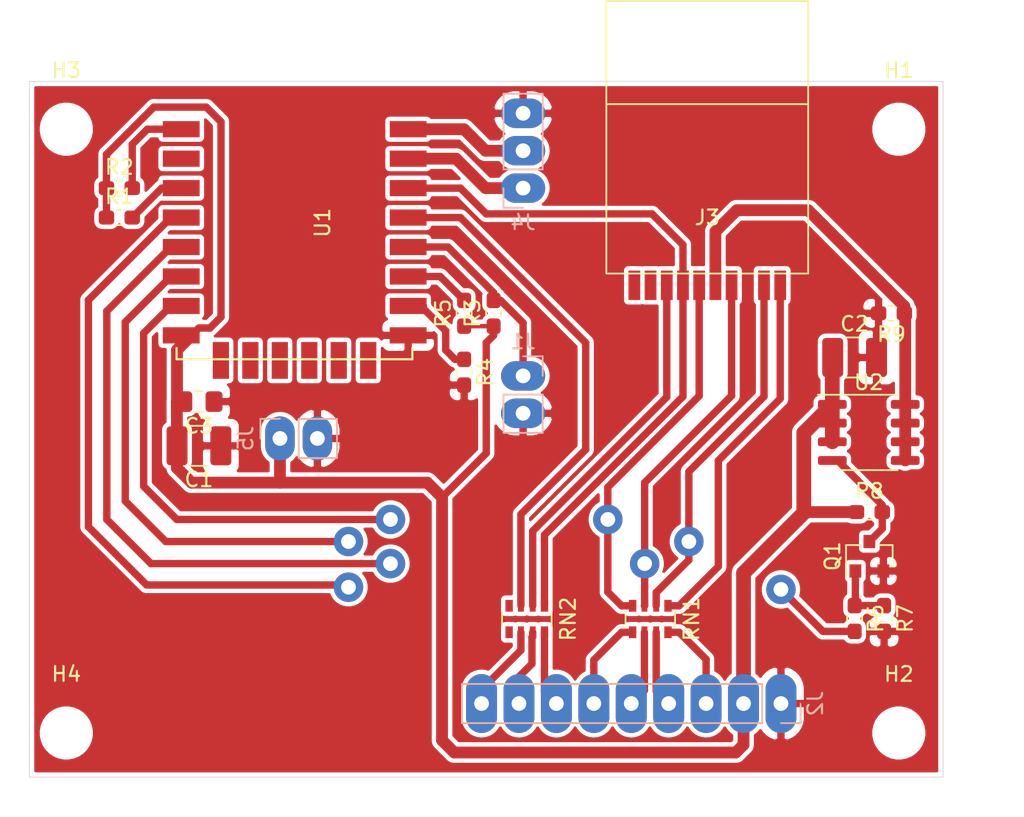
<source format=kicad_pcb>
(kicad_pcb (version 20171130) (host pcbnew 5.1.5-52549c5~84~ubuntu18.04.1)

  (general
    (thickness 1.6)
    (drawings 4)
    (tracks 176)
    (zones 0)
    (modules 26)
    (nets 39)
  )

  (page A4)
  (layers
    (0 F.Cu signal)
    (31 B.Cu signal)
    (32 B.Adhes user)
    (33 F.Adhes user)
    (34 B.Paste user)
    (35 F.Paste user)
    (36 B.SilkS user)
    (37 F.SilkS user)
    (38 B.Mask user)
    (39 F.Mask user)
    (40 Dwgs.User user)
    (41 Cmts.User user)
    (42 Eco1.User user)
    (43 Eco2.User user)
    (44 Edge.Cuts user)
    (45 Margin user)
    (46 B.CrtYd user)
    (47 F.CrtYd user)
    (48 B.Fab user)
    (49 F.Fab user hide)
  )

  (setup
    (last_trace_width 0.25)
    (user_trace_width 0.3)
    (user_trace_width 0.5)
    (user_trace_width 0.8)
    (user_trace_width 1)
    (trace_clearance 0.25)
    (zone_clearance 0.3)
    (zone_45_only no)
    (trace_min 0.2)
    (via_size 0.8)
    (via_drill 0.4)
    (via_min_size 0.4)
    (via_min_drill 0.3)
    (uvia_size 0.3)
    (uvia_drill 0.1)
    (uvias_allowed no)
    (uvia_min_size 0.2)
    (uvia_min_drill 0.1)
    (edge_width 0.05)
    (segment_width 0.2)
    (pcb_text_width 0.3)
    (pcb_text_size 1.5 1.5)
    (mod_edge_width 0.12)
    (mod_text_size 1 1)
    (mod_text_width 0.15)
    (pad_size 3 3)
    (pad_drill 3)
    (pad_to_mask_clearance 0.051)
    (solder_mask_min_width 0.25)
    (aux_axis_origin 75 92.75)
    (visible_elements FFFFFF7F)
    (pcbplotparams
      (layerselection 0x00000_7fffffff)
      (usegerberextensions false)
      (usegerberattributes false)
      (usegerberadvancedattributes false)
      (creategerberjobfile false)
      (excludeedgelayer true)
      (linewidth 0.100000)
      (plotframeref false)
      (viasonmask false)
      (mode 1)
      (useauxorigin true)
      (hpglpennumber 1)
      (hpglpenspeed 20)
      (hpglpendiameter 15.000000)
      (psnegative false)
      (psa4output false)
      (plotreference false)
      (plotvalue false)
      (plotinvisibletext false)
      (padsonsilk false)
      (subtractmaskfromsilk false)
      (outputformat 1)
      (mirror false)
      (drillshape 0)
      (scaleselection 1)
      (outputdirectory "gerber/"))
  )

  (net 0 "")
  (net 1 "Net-(Q1-Pad3)")
  (net 2 GND)
  (net 3 "Net-(Q1-Pad1)")
  (net 4 "Net-(U1-Pad22)")
  (net 5 "Net-(U1-Pad21)")
  (net 6 "Net-(U1-Pad20)")
  (net 7 "Net-(U1-Pad19)")
  (net 8 "Net-(U1-Pad18)")
  (net 9 "Net-(U1-Pad17)")
  (net 10 /TX)
  (net 11 /RX)
  (net 12 /CD)
  (net 13 /CS)
  (net 14 "Net-(J1-Pad1)")
  (net 15 "Net-(R5-Pad2)")
  (net 16 "Net-(R4-Pad1)")
  (net 17 +3V3)
  (net 18 /CMD)
  (net 19 /D0)
  (net 20 /CLK)
  (net 21 /SD_POWER)
  (net 22 "Net-(R1-Pad2)")
  (net 23 "Net-(U1-Pad2)")
  (net 24 "Net-(R2-Pad2)")
  (net 25 /SD_VCC)
  (net 26 /D1)
  (net 27 /D2)
  (net 28 "Net-(J3-Pad10)")
  (net 29 "Net-(J3-Pad9)")
  (net 30 "Net-(J2-Pad9)")
  (net 31 "Net-(J2-Pad8)")
  (net 32 "Net-(J2-Pad6)")
  (net 33 "Net-(J2-Pad5)")
  (net 34 "Net-(J2-Pad3)")
  (net 35 "Net-(J2-Pad7)")
  (net 36 "Net-(J2-Pad4)")
  (net 37 "Net-(RN2-Pad5)")
  (net 38 "Net-(RN2-Pad4)")

  (net_class Default "This is the default net class."
    (clearance 0.25)
    (trace_width 0.25)
    (via_dia 0.8)
    (via_drill 0.4)
    (uvia_dia 0.3)
    (uvia_drill 0.1)
    (add_net +3V3)
    (add_net /CD)
    (add_net /CLK)
    (add_net /CMD)
    (add_net /CS)
    (add_net /D0)
    (add_net /D1)
    (add_net /D2)
    (add_net /RX)
    (add_net /SD_POWER)
    (add_net /SD_VCC)
    (add_net /TX)
    (add_net GND)
    (add_net "Net-(J1-Pad1)")
    (add_net "Net-(J2-Pad3)")
    (add_net "Net-(J2-Pad4)")
    (add_net "Net-(J2-Pad5)")
    (add_net "Net-(J2-Pad6)")
    (add_net "Net-(J2-Pad7)")
    (add_net "Net-(J2-Pad8)")
    (add_net "Net-(J2-Pad9)")
    (add_net "Net-(J3-Pad10)")
    (add_net "Net-(J3-Pad9)")
    (add_net "Net-(Q1-Pad1)")
    (add_net "Net-(Q1-Pad3)")
    (add_net "Net-(R1-Pad2)")
    (add_net "Net-(R2-Pad2)")
    (add_net "Net-(R4-Pad1)")
    (add_net "Net-(R5-Pad2)")
    (add_net "Net-(RN2-Pad4)")
    (add_net "Net-(RN2-Pad5)")
    (add_net "Net-(U1-Pad17)")
    (add_net "Net-(U1-Pad18)")
    (add_net "Net-(U1-Pad19)")
    (add_net "Net-(U1-Pad2)")
    (add_net "Net-(U1-Pad20)")
    (add_net "Net-(U1-Pad21)")
    (add_net "Net-(U1-Pad22)")
  )

  (module Connector_PinHeader_2.54mm:PinHeader_1x02_P2.54mm_Vertical (layer B.Cu) (tedit 59FED5CC) (tstamp 6750E13E)
    (at 92 117 270)
    (descr "Through hole straight pin header, 1x02, 2.54mm pitch, single row")
    (tags "Through hole pin header THT 1x02 2.54mm single row")
    (path /67512984)
    (fp_text reference J5 (at 0 2.33 270) (layer B.SilkS)
      (effects (font (size 1 1) (thickness 0.15)) (justify mirror))
    )
    (fp_text value Power (at 0 -4.87 270) (layer B.Fab)
      (effects (font (size 1 1) (thickness 0.15)) (justify mirror))
    )
    (fp_text user %R (at 0 -1.27) (layer B.Fab)
      (effects (font (size 1 1) (thickness 0.15)) (justify mirror))
    )
    (fp_line (start 1.8 1.8) (end -1.8 1.8) (layer B.CrtYd) (width 0.05))
    (fp_line (start 1.8 -4.35) (end 1.8 1.8) (layer B.CrtYd) (width 0.05))
    (fp_line (start -1.8 -4.35) (end 1.8 -4.35) (layer B.CrtYd) (width 0.05))
    (fp_line (start -1.8 1.8) (end -1.8 -4.35) (layer B.CrtYd) (width 0.05))
    (fp_line (start -1.33 1.33) (end 0 1.33) (layer B.SilkS) (width 0.12))
    (fp_line (start -1.33 0) (end -1.33 1.33) (layer B.SilkS) (width 0.12))
    (fp_line (start -1.33 -1.27) (end 1.33 -1.27) (layer B.SilkS) (width 0.12))
    (fp_line (start 1.33 -1.27) (end 1.33 -3.87) (layer B.SilkS) (width 0.12))
    (fp_line (start -1.33 -1.27) (end -1.33 -3.87) (layer B.SilkS) (width 0.12))
    (fp_line (start -1.33 -3.87) (end 1.33 -3.87) (layer B.SilkS) (width 0.12))
    (fp_line (start -1.27 0.635) (end -0.635 1.27) (layer B.Fab) (width 0.1))
    (fp_line (start -1.27 -3.81) (end -1.27 0.635) (layer B.Fab) (width 0.1))
    (fp_line (start 1.27 -3.81) (end -1.27 -3.81) (layer B.Fab) (width 0.1))
    (fp_line (start 1.27 1.27) (end 1.27 -3.81) (layer B.Fab) (width 0.1))
    (fp_line (start -0.635 1.27) (end 1.27 1.27) (layer B.Fab) (width 0.1))
    (pad 2 thru_hole oval (at 0 -2.54 270) (size 3 2) (drill 1) (layers *.Cu *.Mask)
      (net 2 GND))
    (pad 1 thru_hole oval (at 0 0 270) (size 3 2) (drill 1) (layers *.Cu *.Mask)
      (net 17 +3V3))
    (model ${KISYS3DMOD}/Connector_PinHeader_2.54mm.3dshapes/PinHeader_1x02_P2.54mm_Vertical.wrl
      (at (xyz 0 0 0))
      (scale (xyz 1 1 1))
      (rotate (xyz 0 0 0))
    )
  )

  (module MountingHole:MountingHole_3mm (layer F.Cu) (tedit 56D1B4CB) (tstamp 6750F6C1)
    (at 77.5 137)
    (descr "Mounting Hole 3mm, no annular")
    (tags "mounting hole 3mm no annular")
    (path /6762DFCF)
    (attr virtual)
    (fp_text reference H4 (at 0 -4) (layer F.SilkS)
      (effects (font (size 1 1) (thickness 0.15)))
    )
    (fp_text value MountingHole (at 0 4) (layer F.Fab)
      (effects (font (size 1 1) (thickness 0.15)))
    )
    (fp_circle (center 0 0) (end 3.25 0) (layer F.CrtYd) (width 0.05))
    (fp_circle (center 0 0) (end 3 0) (layer Cmts.User) (width 0.15))
    (fp_text user %R (at 0.3 0) (layer F.Fab)
      (effects (font (size 1 1) (thickness 0.15)))
    )
    (pad 1 np_thru_hole circle (at 0 0) (size 3 3) (drill 3) (layers *.Cu *.Mask))
  )

  (module MountingHole:MountingHole_3mm (layer F.Cu) (tedit 56D1B4CB) (tstamp 6750F6D6)
    (at 77.5 96)
    (descr "Mounting Hole 3mm, no annular")
    (tags "mounting hole 3mm no annular")
    (path /6762DCD2)
    (attr virtual)
    (fp_text reference H3 (at 0 -4) (layer F.SilkS)
      (effects (font (size 1 1) (thickness 0.15)))
    )
    (fp_text value MountingHole (at 0 4) (layer F.Fab)
      (effects (font (size 1 1) (thickness 0.15)))
    )
    (fp_circle (center 0 0) (end 3.25 0) (layer F.CrtYd) (width 0.05))
    (fp_circle (center 0 0) (end 3 0) (layer Cmts.User) (width 0.15))
    (fp_text user %R (at 0.3 0) (layer F.Fab)
      (effects (font (size 1 1) (thickness 0.15)))
    )
    (pad 1 np_thru_hole circle (at 0 0) (size 3 3) (drill 3) (layers *.Cu *.Mask))
  )

  (module MountingHole:MountingHole_3mm (layer F.Cu) (tedit 56D1B4CB) (tstamp 67508B57)
    (at 134 137)
    (descr "Mounting Hole 3mm, no annular")
    (tags "mounting hole 3mm no annular")
    (path /6762D737)
    (attr virtual)
    (fp_text reference H2 (at 0 -4) (layer F.SilkS)
      (effects (font (size 1 1) (thickness 0.15)))
    )
    (fp_text value MountingHole (at 0 4) (layer F.Fab)
      (effects (font (size 1 1) (thickness 0.15)))
    )
    (fp_circle (center 0 0) (end 3.25 0) (layer F.CrtYd) (width 0.05))
    (fp_circle (center 0 0) (end 3 0) (layer Cmts.User) (width 0.15))
    (fp_text user %R (at 0.3 0) (layer F.Fab)
      (effects (font (size 1 1) (thickness 0.15)))
    )
    (pad 1 np_thru_hole circle (at 0 0) (size 3 3) (drill 3) (layers *.Cu *.Mask))
  )

  (module MountingHole:MountingHole_3mm (layer F.Cu) (tedit 56D1B4CB) (tstamp 67508E81)
    (at 134 96)
    (descr "Mounting Hole 3mm, no annular")
    (tags "mounting hole 3mm no annular")
    (path /6762E0E1)
    (attr virtual)
    (fp_text reference H1 (at 0 -4) (layer F.SilkS)
      (effects (font (size 1 1) (thickness 0.15)))
    )
    (fp_text value MountingHole (at 0 4) (layer F.Fab)
      (effects (font (size 1 1) (thickness 0.15)))
    )
    (fp_text user %R (at 0.3 0) (layer F.Fab)
      (effects (font (size 1 1) (thickness 0.15)))
    )
    (fp_circle (center 0 0) (end 3 0) (layer Cmts.User) (width 0.15))
    (fp_circle (center 0 0) (end 3.25 0) (layer F.CrtYd) (width 0.05))
    (pad 1 np_thru_hole circle (at 0 0) (size 3 3) (drill 3) (layers *.Cu *.Mask))
  )

  (module Connector_PinHeader_2.54mm:PinHeader_1x02_P2.54mm_Vertical (layer B.Cu) (tedit 674F8D0E) (tstamp 67501498)
    (at 108.5 112.75 180)
    (descr "Through hole straight pin header, 1x02, 2.54mm pitch, single row")
    (tags "Through hole pin header THT 1x02 2.54mm single row")
    (path /6752A226)
    (fp_text reference J1 (at 0 2.33) (layer B.SilkS)
      (effects (font (size 1 1) (thickness 0.15)) (justify mirror))
    )
    (fp_text value Program (at 0 -4.87) (layer B.Fab)
      (effects (font (size 1 1) (thickness 0.15)) (justify mirror))
    )
    (fp_text user %R (at 0 -1.27 270) (layer B.Fab)
      (effects (font (size 1 1) (thickness 0.15)) (justify mirror))
    )
    (fp_line (start 1.8 1.8) (end -1.8 1.8) (layer B.CrtYd) (width 0.05))
    (fp_line (start 1.8 -4.35) (end 1.8 1.8) (layer B.CrtYd) (width 0.05))
    (fp_line (start -1.8 -4.35) (end 1.8 -4.35) (layer B.CrtYd) (width 0.05))
    (fp_line (start -1.8 1.8) (end -1.8 -4.35) (layer B.CrtYd) (width 0.05))
    (fp_line (start -1.33 1.33) (end 0 1.33) (layer B.SilkS) (width 0.12))
    (fp_line (start -1.33 0) (end -1.33 1.33) (layer B.SilkS) (width 0.12))
    (fp_line (start -1.33 -1.27) (end 1.33 -1.27) (layer B.SilkS) (width 0.12))
    (fp_line (start 1.33 -1.27) (end 1.33 -3.87) (layer B.SilkS) (width 0.12))
    (fp_line (start -1.33 -1.27) (end -1.33 -3.87) (layer B.SilkS) (width 0.12))
    (fp_line (start -1.33 -3.87) (end 1.33 -3.87) (layer B.SilkS) (width 0.12))
    (fp_line (start -1.27 0.635) (end -0.635 1.27) (layer B.Fab) (width 0.1))
    (fp_line (start -1.27 -3.81) (end -1.27 0.635) (layer B.Fab) (width 0.1))
    (fp_line (start 1.27 -3.81) (end -1.27 -3.81) (layer B.Fab) (width 0.1))
    (fp_line (start 1.27 1.27) (end 1.27 -3.81) (layer B.Fab) (width 0.1))
    (fp_line (start -0.635 1.27) (end 1.27 1.27) (layer B.Fab) (width 0.1))
    (pad 2 thru_hole oval (at 0 -2.54 180) (size 3 2) (drill 1) (layers *.Cu *.Mask)
      (net 2 GND))
    (pad 1 thru_hole oval (at 0 0 180) (size 3 2) (drill 1) (layers *.Cu *.Mask)
      (net 14 "Net-(J1-Pad1)"))
    (model ${KISYS3DMOD}/Connector_PinHeader_2.54mm.3dshapes/PinHeader_1x02_P2.54mm_Vertical.wrl
      (at (xyz 0 0 0))
      (scale (xyz 1 1 1))
      (rotate (xyz 0 0 0))
    )
  )

  (module Capacitor_SMD:C_0805_2012Metric_Pad1.15x1.40mm_HandSolder (layer F.Cu) (tedit 5B36C52B) (tstamp 674FB698)
    (at 86.5 114.5 180)
    (descr "Capacitor SMD 0805 (2012 Metric), square (rectangular) end terminal, IPC_7351 nominal with elongated pad for handsoldering. (Body size source: https://docs.google.com/spreadsheets/d/1BsfQQcO9C6DZCsRaXUlFlo91Tg2WpOkGARC1WS5S8t0/edit?usp=sharing), generated with kicad-footprint-generator")
    (tags "capacitor handsolder")
    (path /675E6FCA)
    (attr smd)
    (fp_text reference C3 (at 0 -1.65) (layer F.SilkS)
      (effects (font (size 1 1) (thickness 0.15)))
    )
    (fp_text value 100n (at 0 1.65) (layer F.Fab)
      (effects (font (size 1 1) (thickness 0.15)))
    )
    (fp_text user %R (at 0 0) (layer F.Fab)
      (effects (font (size 0.5 0.5) (thickness 0.08)))
    )
    (fp_line (start 1.85 0.95) (end -1.85 0.95) (layer F.CrtYd) (width 0.05))
    (fp_line (start 1.85 -0.95) (end 1.85 0.95) (layer F.CrtYd) (width 0.05))
    (fp_line (start -1.85 -0.95) (end 1.85 -0.95) (layer F.CrtYd) (width 0.05))
    (fp_line (start -1.85 0.95) (end -1.85 -0.95) (layer F.CrtYd) (width 0.05))
    (fp_line (start -0.261252 0.71) (end 0.261252 0.71) (layer F.SilkS) (width 0.12))
    (fp_line (start -0.261252 -0.71) (end 0.261252 -0.71) (layer F.SilkS) (width 0.12))
    (fp_line (start 1 0.6) (end -1 0.6) (layer F.Fab) (width 0.1))
    (fp_line (start 1 -0.6) (end 1 0.6) (layer F.Fab) (width 0.1))
    (fp_line (start -1 -0.6) (end 1 -0.6) (layer F.Fab) (width 0.1))
    (fp_line (start -1 0.6) (end -1 -0.6) (layer F.Fab) (width 0.1))
    (pad 2 smd roundrect (at 1.025 0 180) (size 1.15 1.4) (layers F.Cu F.Paste F.Mask) (roundrect_rratio 0.217391)
      (net 17 +3V3))
    (pad 1 smd roundrect (at -1.025 0 180) (size 1.15 1.4) (layers F.Cu F.Paste F.Mask) (roundrect_rratio 0.217391)
      (net 2 GND))
    (model ${KISYS3DMOD}/Capacitor_SMD.3dshapes/C_0805_2012Metric.wrl
      (at (xyz 0 0 0))
      (scale (xyz 1 1 1))
      (rotate (xyz 0 0 0))
    )
  )

  (module Capacitor_SMD:C_1210_3225Metric_Pad1.42x2.65mm_HandSolder (layer F.Cu) (tedit 5B301BBE) (tstamp 674FBBC8)
    (at 131 111.5)
    (descr "Capacitor SMD 1210 (3225 Metric), square (rectangular) end terminal, IPC_7351 nominal with elongated pad for handsoldering. (Body size source: http://www.tortai-tech.com/upload/download/2011102023233369053.pdf), generated with kicad-footprint-generator")
    (tags "capacitor handsolder")
    (path /674F12EC)
    (attr smd)
    (fp_text reference C2 (at 0 -2.28) (layer F.SilkS)
      (effects (font (size 1 1) (thickness 0.15)))
    )
    (fp_text value 10uF (at 0 2.28) (layer F.Fab)
      (effects (font (size 1 1) (thickness 0.15)))
    )
    (fp_text user %R (at 0 0) (layer F.Fab)
      (effects (font (size 0.8 0.8) (thickness 0.12)))
    )
    (fp_line (start 2.45 1.58) (end -2.45 1.58) (layer F.CrtYd) (width 0.05))
    (fp_line (start 2.45 -1.58) (end 2.45 1.58) (layer F.CrtYd) (width 0.05))
    (fp_line (start -2.45 -1.58) (end 2.45 -1.58) (layer F.CrtYd) (width 0.05))
    (fp_line (start -2.45 1.58) (end -2.45 -1.58) (layer F.CrtYd) (width 0.05))
    (fp_line (start -0.602064 1.36) (end 0.602064 1.36) (layer F.SilkS) (width 0.12))
    (fp_line (start -0.602064 -1.36) (end 0.602064 -1.36) (layer F.SilkS) (width 0.12))
    (fp_line (start 1.6 1.25) (end -1.6 1.25) (layer F.Fab) (width 0.1))
    (fp_line (start 1.6 -1.25) (end 1.6 1.25) (layer F.Fab) (width 0.1))
    (fp_line (start -1.6 -1.25) (end 1.6 -1.25) (layer F.Fab) (width 0.1))
    (fp_line (start -1.6 1.25) (end -1.6 -1.25) (layer F.Fab) (width 0.1))
    (pad 2 smd roundrect (at 1.4875 0) (size 1.425 2.65) (layers F.Cu F.Paste F.Mask) (roundrect_rratio 0.175439)
      (net 2 GND))
    (pad 1 smd roundrect (at -1.4875 0) (size 1.425 2.65) (layers F.Cu F.Paste F.Mask) (roundrect_rratio 0.175439)
      (net 17 +3V3))
    (model ${KISYS3DMOD}/Capacitor_SMD.3dshapes/C_1210_3225Metric.wrl
      (at (xyz 0 0 0))
      (scale (xyz 1 1 1))
      (rotate (xyz 0 0 0))
    )
  )

  (module Capacitor_SMD:C_1210_3225Metric_Pad1.42x2.65mm_HandSolder (layer F.Cu) (tedit 5B301BBE) (tstamp 674FB676)
    (at 86.5 117.5 180)
    (descr "Capacitor SMD 1210 (3225 Metric), square (rectangular) end terminal, IPC_7351 nominal with elongated pad for handsoldering. (Body size source: http://www.tortai-tech.com/upload/download/2011102023233369053.pdf), generated with kicad-footprint-generator")
    (tags "capacitor handsolder")
    (path /675172CC)
    (attr smd)
    (fp_text reference C1 (at 0 -2.28) (layer F.SilkS)
      (effects (font (size 1 1) (thickness 0.15)))
    )
    (fp_text value 10uF (at 0 2.28) (layer F.Fab)
      (effects (font (size 1 1) (thickness 0.15)))
    )
    (fp_text user %R (at 0 0) (layer F.Fab)
      (effects (font (size 0.8 0.8) (thickness 0.12)))
    )
    (fp_line (start 2.45 1.58) (end -2.45 1.58) (layer F.CrtYd) (width 0.05))
    (fp_line (start 2.45 -1.58) (end 2.45 1.58) (layer F.CrtYd) (width 0.05))
    (fp_line (start -2.45 -1.58) (end 2.45 -1.58) (layer F.CrtYd) (width 0.05))
    (fp_line (start -2.45 1.58) (end -2.45 -1.58) (layer F.CrtYd) (width 0.05))
    (fp_line (start -0.602064 1.36) (end 0.602064 1.36) (layer F.SilkS) (width 0.12))
    (fp_line (start -0.602064 -1.36) (end 0.602064 -1.36) (layer F.SilkS) (width 0.12))
    (fp_line (start 1.6 1.25) (end -1.6 1.25) (layer F.Fab) (width 0.1))
    (fp_line (start 1.6 -1.25) (end 1.6 1.25) (layer F.Fab) (width 0.1))
    (fp_line (start -1.6 -1.25) (end 1.6 -1.25) (layer F.Fab) (width 0.1))
    (fp_line (start -1.6 1.25) (end -1.6 -1.25) (layer F.Fab) (width 0.1))
    (pad 2 smd roundrect (at 1.4875 0 180) (size 1.425 2.65) (layers F.Cu F.Paste F.Mask) (roundrect_rratio 0.175439)
      (net 17 +3V3))
    (pad 1 smd roundrect (at -1.4875 0 180) (size 1.425 2.65) (layers F.Cu F.Paste F.Mask) (roundrect_rratio 0.175439)
      (net 2 GND))
    (model ${KISYS3DMOD}/Capacitor_SMD.3dshapes/C_1210_3225Metric.wrl
      (at (xyz 0 0 0))
      (scale (xyz 1 1 1))
      (rotate (xyz 0 0 0))
    )
  )

  (module Connector_PinHeader_2.54mm:PinHeader_1x03_P2.54mm_Vertical (layer B.Cu) (tedit 674F8D19) (tstamp 674FA6D5)
    (at 108.5 100)
    (descr "Through hole straight pin header, 1x03, 2.54mm pitch, single row")
    (tags "Through hole pin header THT 1x03 2.54mm single row")
    (path /6773822B)
    (fp_text reference J4 (at 0 2.33) (layer B.SilkS)
      (effects (font (size 1 1) (thickness 0.15)) (justify mirror))
    )
    (fp_text value Programming (at 0 -7.41) (layer B.Fab)
      (effects (font (size 1 1) (thickness 0.15)) (justify mirror))
    )
    (fp_text user %R (at 0 -2.54 -90) (layer B.Fab)
      (effects (font (size 1 1) (thickness 0.15)) (justify mirror))
    )
    (fp_line (start 1.8 1.8) (end -1.8 1.8) (layer B.CrtYd) (width 0.05))
    (fp_line (start 1.8 -6.85) (end 1.8 1.8) (layer B.CrtYd) (width 0.05))
    (fp_line (start -1.8 -6.85) (end 1.8 -6.85) (layer B.CrtYd) (width 0.05))
    (fp_line (start -1.8 1.8) (end -1.8 -6.85) (layer B.CrtYd) (width 0.05))
    (fp_line (start -1.33 1.33) (end 0 1.33) (layer B.SilkS) (width 0.12))
    (fp_line (start -1.33 0) (end -1.33 1.33) (layer B.SilkS) (width 0.12))
    (fp_line (start -1.33 -1.27) (end 1.33 -1.27) (layer B.SilkS) (width 0.12))
    (fp_line (start 1.33 -1.27) (end 1.33 -6.41) (layer B.SilkS) (width 0.12))
    (fp_line (start -1.33 -1.27) (end -1.33 -6.41) (layer B.SilkS) (width 0.12))
    (fp_line (start -1.33 -6.41) (end 1.33 -6.41) (layer B.SilkS) (width 0.12))
    (fp_line (start -1.27 0.635) (end -0.635 1.27) (layer B.Fab) (width 0.1))
    (fp_line (start -1.27 -6.35) (end -1.27 0.635) (layer B.Fab) (width 0.1))
    (fp_line (start 1.27 -6.35) (end -1.27 -6.35) (layer B.Fab) (width 0.1))
    (fp_line (start 1.27 1.27) (end 1.27 -6.35) (layer B.Fab) (width 0.1))
    (fp_line (start -0.635 1.27) (end 1.27 1.27) (layer B.Fab) (width 0.1))
    (pad 3 thru_hole oval (at 0 -5.08) (size 3 2) (drill 1) (layers *.Cu *.Mask)
      (net 2 GND))
    (pad 2 thru_hole oval (at 0 -2.54) (size 3 2) (drill 1) (layers *.Cu *.Mask)
      (net 10 /TX))
    (pad 1 thru_hole oval (at 0 0) (size 3 2) (drill 1) (layers *.Cu *.Mask)
      (net 11 /RX))
    (model ${KISYS3DMOD}/Connector_PinHeader_2.54mm.3dshapes/PinHeader_1x03_P2.54mm_Vertical.wrl
      (at (xyz 0 0 0))
      (scale (xyz 1 1 1))
      (rotate (xyz 0 0 0))
    )
  )

  (module Connector_PinHeader_2.54mm:PinHeader_1x09_P2.54mm_Vertical (layer B.Cu) (tedit 674F8D75) (tstamp 674F9A2A)
    (at 126 135 90)
    (descr "Through hole straight pin header, 1x09, 2.54mm pitch, single row")
    (tags "Through hole pin header THT 1x09 2.54mm single row")
    (path /6756E764)
    (fp_text reference J2 (at 0 2.33 270) (layer B.SilkS)
      (effects (font (size 1 1) (thickness 0.15)) (justify mirror))
    )
    (fp_text value "To 3D Printer board" (at 0 -22.65 270) (layer B.Fab)
      (effects (font (size 1 1) (thickness 0.15)) (justify mirror))
    )
    (fp_text user %R (at 0 -10.16) (layer B.Fab)
      (effects (font (size 1 1) (thickness 0.15)) (justify mirror))
    )
    (fp_line (start 1.8 1.8) (end -1.8 1.8) (layer B.CrtYd) (width 0.05))
    (fp_line (start 1.8 -22.1) (end 1.8 1.8) (layer B.CrtYd) (width 0.05))
    (fp_line (start -1.8 -22.1) (end 1.8 -22.1) (layer B.CrtYd) (width 0.05))
    (fp_line (start -1.8 1.8) (end -1.8 -22.1) (layer B.CrtYd) (width 0.05))
    (fp_line (start -1.33 1.33) (end 0 1.33) (layer B.SilkS) (width 0.12))
    (fp_line (start -1.33 0) (end -1.33 1.33) (layer B.SilkS) (width 0.12))
    (fp_line (start -1.33 -1.27) (end 1.33 -1.27) (layer B.SilkS) (width 0.12))
    (fp_line (start 1.33 -1.27) (end 1.33 -21.65) (layer B.SilkS) (width 0.12))
    (fp_line (start -1.33 -1.27) (end -1.33 -21.65) (layer B.SilkS) (width 0.12))
    (fp_line (start -1.33 -21.65) (end 1.33 -21.65) (layer B.SilkS) (width 0.12))
    (fp_line (start -1.27 0.635) (end -0.635 1.27) (layer B.Fab) (width 0.1))
    (fp_line (start -1.27 -21.59) (end -1.27 0.635) (layer B.Fab) (width 0.1))
    (fp_line (start 1.27 -21.59) (end -1.27 -21.59) (layer B.Fab) (width 0.1))
    (fp_line (start 1.27 1.27) (end 1.27 -21.59) (layer B.Fab) (width 0.1))
    (fp_line (start -0.635 1.27) (end 1.27 1.27) (layer B.Fab) (width 0.1))
    (pad 9 thru_hole oval (at 0 -20.32 90) (size 4 2.1) (drill 1) (layers *.Cu *.Mask)
      (net 30 "Net-(J2-Pad9)"))
    (pad 8 thru_hole oval (at 0 -17.78 90) (size 4 2.1) (drill 1) (layers *.Cu *.Mask)
      (net 31 "Net-(J2-Pad8)"))
    (pad 7 thru_hole oval (at 0 -15.24 90) (size 4 2.1) (drill 1) (layers *.Cu *.Mask)
      (net 35 "Net-(J2-Pad7)"))
    (pad 6 thru_hole oval (at 0 -12.7 90) (size 4 2.1) (drill 1) (layers *.Cu *.Mask)
      (net 32 "Net-(J2-Pad6)"))
    (pad 5 thru_hole oval (at 0 -10.16 90) (size 4 2.1) (drill 1) (layers *.Cu *.Mask)
      (net 33 "Net-(J2-Pad5)"))
    (pad 4 thru_hole oval (at 0 -7.62 90) (size 4 2.1) (drill 1) (layers *.Cu *.Mask)
      (net 36 "Net-(J2-Pad4)"))
    (pad 3 thru_hole oval (at 0 -5.08 90) (size 4 2.1) (drill 1) (layers *.Cu *.Mask)
      (net 34 "Net-(J2-Pad3)"))
    (pad 2 thru_hole oval (at 0 -2.54 90) (size 4 2.1) (drill 1) (layers *.Cu *.Mask)
      (net 17 +3V3))
    (pad 1 thru_hole oval (at 0 0 90) (size 4 2.1) (drill 1) (layers *.Cu *.Mask)
      (net 2 GND))
    (model ${KISYS3DMOD}/Connector_PinHeader_2.54mm.3dshapes/PinHeader_1x09_P2.54mm_Vertical.wrl
      (at (xyz 0 0 0))
      (scale (xyz 1 1 1))
      (rotate (xyz 0 0 0))
    )
  )

  (module Resistor_SMD:R_0603_1608Metric_Pad1.05x0.95mm_HandSolder (layer F.Cu) (tedit 5B301BBD) (tstamp 674F8B58)
    (at 133.5 108.5 180)
    (descr "Resistor SMD 0603 (1608 Metric), square (rectangular) end terminal, IPC_7351 nominal with elongated pad for handsoldering. (Body size source: http://www.tortai-tech.com/upload/download/2011102023233369053.pdf), generated with kicad-footprint-generator")
    (tags "resistor handsolder")
    (path /674E8A27)
    (attr smd)
    (fp_text reference R9 (at 0 -1.43) (layer F.SilkS)
      (effects (font (size 1 1) (thickness 0.15)))
    )
    (fp_text value 1k (at 0 1.43) (layer F.Fab)
      (effects (font (size 1 1) (thickness 0.15)))
    )
    (fp_text user %R (at 0 0) (layer F.Fab)
      (effects (font (size 0.4 0.4) (thickness 0.06)))
    )
    (fp_line (start 1.65 0.73) (end -1.65 0.73) (layer F.CrtYd) (width 0.05))
    (fp_line (start 1.65 -0.73) (end 1.65 0.73) (layer F.CrtYd) (width 0.05))
    (fp_line (start -1.65 -0.73) (end 1.65 -0.73) (layer F.CrtYd) (width 0.05))
    (fp_line (start -1.65 0.73) (end -1.65 -0.73) (layer F.CrtYd) (width 0.05))
    (fp_line (start -0.171267 0.51) (end 0.171267 0.51) (layer F.SilkS) (width 0.12))
    (fp_line (start -0.171267 -0.51) (end 0.171267 -0.51) (layer F.SilkS) (width 0.12))
    (fp_line (start 0.8 0.4) (end -0.8 0.4) (layer F.Fab) (width 0.1))
    (fp_line (start 0.8 -0.4) (end 0.8 0.4) (layer F.Fab) (width 0.1))
    (fp_line (start -0.8 -0.4) (end 0.8 -0.4) (layer F.Fab) (width 0.1))
    (fp_line (start -0.8 0.4) (end -0.8 -0.4) (layer F.Fab) (width 0.1))
    (pad 2 smd roundrect (at 0.875 0 180) (size 1.05 0.95) (layers F.Cu F.Paste F.Mask) (roundrect_rratio 0.25)
      (net 2 GND))
    (pad 1 smd roundrect (at -0.875 0 180) (size 1.05 0.95) (layers F.Cu F.Paste F.Mask) (roundrect_rratio 0.25)
      (net 25 /SD_VCC))
    (model ${KISYS3DMOD}/Resistor_SMD.3dshapes/R_0603_1608Metric.wrl
      (at (xyz 0 0 0))
      (scale (xyz 1 1 1))
      (rotate (xyz 0 0 0))
    )
  )

  (module Resistor_SMD:R_0603_1608Metric_Pad1.05x0.95mm_HandSolder (layer F.Cu) (tedit 5B301BBD) (tstamp 674F8B47)
    (at 132 122)
    (descr "Resistor SMD 0603 (1608 Metric), square (rectangular) end terminal, IPC_7351 nominal with elongated pad for handsoldering. (Body size source: http://www.tortai-tech.com/upload/download/2011102023233369053.pdf), generated with kicad-footprint-generator")
    (tags "resistor handsolder")
    (path /674D2207)
    (attr smd)
    (fp_text reference R8 (at 0 -1.43) (layer F.SilkS)
      (effects (font (size 1 1) (thickness 0.15)))
    )
    (fp_text value 10k (at 0 1.43) (layer F.Fab)
      (effects (font (size 1 1) (thickness 0.15)))
    )
    (fp_line (start -0.8 0.4) (end -0.8 -0.4) (layer F.Fab) (width 0.1))
    (fp_line (start -0.8 -0.4) (end 0.8 -0.4) (layer F.Fab) (width 0.1))
    (fp_line (start 0.8 -0.4) (end 0.8 0.4) (layer F.Fab) (width 0.1))
    (fp_line (start 0.8 0.4) (end -0.8 0.4) (layer F.Fab) (width 0.1))
    (fp_line (start -0.171267 -0.51) (end 0.171267 -0.51) (layer F.SilkS) (width 0.12))
    (fp_line (start -0.171267 0.51) (end 0.171267 0.51) (layer F.SilkS) (width 0.12))
    (fp_line (start -1.65 0.73) (end -1.65 -0.73) (layer F.CrtYd) (width 0.05))
    (fp_line (start -1.65 -0.73) (end 1.65 -0.73) (layer F.CrtYd) (width 0.05))
    (fp_line (start 1.65 -0.73) (end 1.65 0.73) (layer F.CrtYd) (width 0.05))
    (fp_line (start 1.65 0.73) (end -1.65 0.73) (layer F.CrtYd) (width 0.05))
    (fp_text user %R (at 0 0) (layer F.Fab)
      (effects (font (size 0.4 0.4) (thickness 0.06)))
    )
    (pad 1 smd roundrect (at -0.875 0) (size 1.05 0.95) (layers F.Cu F.Paste F.Mask) (roundrect_rratio 0.25)
      (net 17 +3V3))
    (pad 2 smd roundrect (at 0.875 0) (size 1.05 0.95) (layers F.Cu F.Paste F.Mask) (roundrect_rratio 0.25)
      (net 1 "Net-(Q1-Pad3)"))
    (model ${KISYS3DMOD}/Resistor_SMD.3dshapes/R_0603_1608Metric.wrl
      (at (xyz 0 0 0))
      (scale (xyz 1 1 1))
      (rotate (xyz 0 0 0))
    )
  )

  (module Resistor_SMD:R_0603_1608Metric_Pad1.05x0.95mm_HandSolder (layer F.Cu) (tedit 5B301BBD) (tstamp 674F8B36)
    (at 133 129.225 270)
    (descr "Resistor SMD 0603 (1608 Metric), square (rectangular) end terminal, IPC_7351 nominal with elongated pad for handsoldering. (Body size source: http://www.tortai-tech.com/upload/download/2011102023233369053.pdf), generated with kicad-footprint-generator")
    (tags "resistor handsolder")
    (path /674D263F)
    (attr smd)
    (fp_text reference R7 (at 0 -1.43 90) (layer F.SilkS)
      (effects (font (size 1 1) (thickness 0.15)))
    )
    (fp_text value 10k (at 0 1.43 90) (layer F.Fab)
      (effects (font (size 1 1) (thickness 0.15)))
    )
    (fp_line (start -0.8 0.4) (end -0.8 -0.4) (layer F.Fab) (width 0.1))
    (fp_line (start -0.8 -0.4) (end 0.8 -0.4) (layer F.Fab) (width 0.1))
    (fp_line (start 0.8 -0.4) (end 0.8 0.4) (layer F.Fab) (width 0.1))
    (fp_line (start 0.8 0.4) (end -0.8 0.4) (layer F.Fab) (width 0.1))
    (fp_line (start -0.171267 -0.51) (end 0.171267 -0.51) (layer F.SilkS) (width 0.12))
    (fp_line (start -0.171267 0.51) (end 0.171267 0.51) (layer F.SilkS) (width 0.12))
    (fp_line (start -1.65 0.73) (end -1.65 -0.73) (layer F.CrtYd) (width 0.05))
    (fp_line (start -1.65 -0.73) (end 1.65 -0.73) (layer F.CrtYd) (width 0.05))
    (fp_line (start 1.65 -0.73) (end 1.65 0.73) (layer F.CrtYd) (width 0.05))
    (fp_line (start 1.65 0.73) (end -1.65 0.73) (layer F.CrtYd) (width 0.05))
    (fp_text user %R (at 0 0 90) (layer F.Fab)
      (effects (font (size 0.4 0.4) (thickness 0.06)))
    )
    (pad 1 smd roundrect (at -0.875 0 270) (size 1.05 0.95) (layers F.Cu F.Paste F.Mask) (roundrect_rratio 0.25)
      (net 3 "Net-(Q1-Pad1)"))
    (pad 2 smd roundrect (at 0.875 0 270) (size 1.05 0.95) (layers F.Cu F.Paste F.Mask) (roundrect_rratio 0.25)
      (net 2 GND))
    (model ${KISYS3DMOD}/Resistor_SMD.3dshapes/R_0603_1608Metric.wrl
      (at (xyz 0 0 0))
      (scale (xyz 1 1 1))
      (rotate (xyz 0 0 0))
    )
  )

  (module Resistor_SMD:R_0603_1608Metric_Pad1.05x0.95mm_HandSolder (layer F.Cu) (tedit 5B301BBD) (tstamp 674F8B25)
    (at 131 129.225 270)
    (descr "Resistor SMD 0603 (1608 Metric), square (rectangular) end terminal, IPC_7351 nominal with elongated pad for handsoldering. (Body size source: http://www.tortai-tech.com/upload/download/2011102023233369053.pdf), generated with kicad-footprint-generator")
    (tags "resistor handsolder")
    (path /674D2918)
    (attr smd)
    (fp_text reference R6 (at 0 -1.43 90) (layer F.SilkS)
      (effects (font (size 1 1) (thickness 0.15)))
    )
    (fp_text value 100 (at 0 1.43 90) (layer F.Fab)
      (effects (font (size 1 1) (thickness 0.15)))
    )
    (fp_line (start -0.8 0.4) (end -0.8 -0.4) (layer F.Fab) (width 0.1))
    (fp_line (start -0.8 -0.4) (end 0.8 -0.4) (layer F.Fab) (width 0.1))
    (fp_line (start 0.8 -0.4) (end 0.8 0.4) (layer F.Fab) (width 0.1))
    (fp_line (start 0.8 0.4) (end -0.8 0.4) (layer F.Fab) (width 0.1))
    (fp_line (start -0.171267 -0.51) (end 0.171267 -0.51) (layer F.SilkS) (width 0.12))
    (fp_line (start -0.171267 0.51) (end 0.171267 0.51) (layer F.SilkS) (width 0.12))
    (fp_line (start -1.65 0.73) (end -1.65 -0.73) (layer F.CrtYd) (width 0.05))
    (fp_line (start -1.65 -0.73) (end 1.65 -0.73) (layer F.CrtYd) (width 0.05))
    (fp_line (start 1.65 -0.73) (end 1.65 0.73) (layer F.CrtYd) (width 0.05))
    (fp_line (start 1.65 0.73) (end -1.65 0.73) (layer F.CrtYd) (width 0.05))
    (fp_text user %R (at 0 0 90) (layer F.Fab)
      (effects (font (size 0.4 0.4) (thickness 0.06)))
    )
    (pad 1 smd roundrect (at -0.875 0 270) (size 1.05 0.95) (layers F.Cu F.Paste F.Mask) (roundrect_rratio 0.25)
      (net 3 "Net-(Q1-Pad1)"))
    (pad 2 smd roundrect (at 0.875 0 270) (size 1.05 0.95) (layers F.Cu F.Paste F.Mask) (roundrect_rratio 0.25)
      (net 21 /SD_POWER))
    (model ${KISYS3DMOD}/Resistor_SMD.3dshapes/R_0603_1608Metric.wrl
      (at (xyz 0 0 0))
      (scale (xyz 1 1 1))
      (rotate (xyz 0 0 0))
    )
  )

  (module Resistor_SMD:R_0603_1608Metric_Pad1.05x0.95mm_HandSolder (layer F.Cu) (tedit 5B301BBD) (tstamp 674F8B14)
    (at 104.5 108.5 90)
    (descr "Resistor SMD 0603 (1608 Metric), square (rectangular) end terminal, IPC_7351 nominal with elongated pad for handsoldering. (Body size source: http://www.tortai-tech.com/upload/download/2011102023233369053.pdf), generated with kicad-footprint-generator")
    (tags "resistor handsolder")
    (path /6751F645)
    (attr smd)
    (fp_text reference R5 (at 0 -1.43 90) (layer F.SilkS)
      (effects (font (size 1 1) (thickness 0.15)))
    )
    (fp_text value 10k (at 0 1.43 90) (layer F.Fab)
      (effects (font (size 1 1) (thickness 0.15)))
    )
    (fp_text user %R (at 0 0 90) (layer F.Fab)
      (effects (font (size 0.4 0.4) (thickness 0.06)))
    )
    (fp_line (start 1.65 0.73) (end -1.65 0.73) (layer F.CrtYd) (width 0.05))
    (fp_line (start 1.65 -0.73) (end 1.65 0.73) (layer F.CrtYd) (width 0.05))
    (fp_line (start -1.65 -0.73) (end 1.65 -0.73) (layer F.CrtYd) (width 0.05))
    (fp_line (start -1.65 0.73) (end -1.65 -0.73) (layer F.CrtYd) (width 0.05))
    (fp_line (start -0.171267 0.51) (end 0.171267 0.51) (layer F.SilkS) (width 0.12))
    (fp_line (start -0.171267 -0.51) (end 0.171267 -0.51) (layer F.SilkS) (width 0.12))
    (fp_line (start 0.8 0.4) (end -0.8 0.4) (layer F.Fab) (width 0.1))
    (fp_line (start 0.8 -0.4) (end 0.8 0.4) (layer F.Fab) (width 0.1))
    (fp_line (start -0.8 -0.4) (end 0.8 -0.4) (layer F.Fab) (width 0.1))
    (fp_line (start -0.8 0.4) (end -0.8 -0.4) (layer F.Fab) (width 0.1))
    (pad 2 smd roundrect (at 0.875 0 90) (size 1.05 0.95) (layers F.Cu F.Paste F.Mask) (roundrect_rratio 0.25)
      (net 15 "Net-(R5-Pad2)"))
    (pad 1 smd roundrect (at -0.875 0 90) (size 1.05 0.95) (layers F.Cu F.Paste F.Mask) (roundrect_rratio 0.25)
      (net 17 +3V3))
    (model ${KISYS3DMOD}/Resistor_SMD.3dshapes/R_0603_1608Metric.wrl
      (at (xyz 0 0 0))
      (scale (xyz 1 1 1))
      (rotate (xyz 0 0 0))
    )
  )

  (module Resistor_SMD:R_0603_1608Metric_Pad1.05x0.95mm_HandSolder (layer F.Cu) (tedit 5B301BBD) (tstamp 674F8B03)
    (at 104.5 112.5 270)
    (descr "Resistor SMD 0603 (1608 Metric), square (rectangular) end terminal, IPC_7351 nominal with elongated pad for handsoldering. (Body size source: http://www.tortai-tech.com/upload/download/2011102023233369053.pdf), generated with kicad-footprint-generator")
    (tags "resistor handsolder")
    (path /67519046)
    (attr smd)
    (fp_text reference R4 (at 0 -1.43 90) (layer F.SilkS)
      (effects (font (size 1 1) (thickness 0.15)))
    )
    (fp_text value 10k (at 0 1.43 90) (layer F.Fab)
      (effects (font (size 1 1) (thickness 0.15)))
    )
    (fp_text user %R (at 0 0 90) (layer F.Fab)
      (effects (font (size 0.4 0.4) (thickness 0.06)))
    )
    (fp_line (start 1.65 0.73) (end -1.65 0.73) (layer F.CrtYd) (width 0.05))
    (fp_line (start 1.65 -0.73) (end 1.65 0.73) (layer F.CrtYd) (width 0.05))
    (fp_line (start -1.65 -0.73) (end 1.65 -0.73) (layer F.CrtYd) (width 0.05))
    (fp_line (start -1.65 0.73) (end -1.65 -0.73) (layer F.CrtYd) (width 0.05))
    (fp_line (start -0.171267 0.51) (end 0.171267 0.51) (layer F.SilkS) (width 0.12))
    (fp_line (start -0.171267 -0.51) (end 0.171267 -0.51) (layer F.SilkS) (width 0.12))
    (fp_line (start 0.8 0.4) (end -0.8 0.4) (layer F.Fab) (width 0.1))
    (fp_line (start 0.8 -0.4) (end 0.8 0.4) (layer F.Fab) (width 0.1))
    (fp_line (start -0.8 -0.4) (end 0.8 -0.4) (layer F.Fab) (width 0.1))
    (fp_line (start -0.8 0.4) (end -0.8 -0.4) (layer F.Fab) (width 0.1))
    (pad 2 smd roundrect (at 0.875 0 270) (size 1.05 0.95) (layers F.Cu F.Paste F.Mask) (roundrect_rratio 0.25)
      (net 2 GND))
    (pad 1 smd roundrect (at -0.875 0 270) (size 1.05 0.95) (layers F.Cu F.Paste F.Mask) (roundrect_rratio 0.25)
      (net 16 "Net-(R4-Pad1)"))
    (model ${KISYS3DMOD}/Resistor_SMD.3dshapes/R_0603_1608Metric.wrl
      (at (xyz 0 0 0))
      (scale (xyz 1 1 1))
      (rotate (xyz 0 0 0))
    )
  )

  (module Resistor_SMD:R_0603_1608Metric_Pad1.05x0.95mm_HandSolder (layer F.Cu) (tedit 5B301BBD) (tstamp 674F8AF2)
    (at 106.5 108.5 90)
    (descr "Resistor SMD 0603 (1608 Metric), square (rectangular) end terminal, IPC_7351 nominal with elongated pad for handsoldering. (Body size source: http://www.tortai-tech.com/upload/download/2011102023233369053.pdf), generated with kicad-footprint-generator")
    (tags "resistor handsolder")
    (path /6751F323)
    (attr smd)
    (fp_text reference R3 (at 0 -1.43 90) (layer F.SilkS)
      (effects (font (size 1 1) (thickness 0.15)))
    )
    (fp_text value 10k (at 0 1.43 90) (layer F.Fab)
      (effects (font (size 1 1) (thickness 0.15)))
    )
    (fp_text user %R (at 0 0 90) (layer F.Fab)
      (effects (font (size 0.4 0.4) (thickness 0.06)))
    )
    (fp_line (start 1.65 0.73) (end -1.65 0.73) (layer F.CrtYd) (width 0.05))
    (fp_line (start 1.65 -0.73) (end 1.65 0.73) (layer F.CrtYd) (width 0.05))
    (fp_line (start -1.65 -0.73) (end 1.65 -0.73) (layer F.CrtYd) (width 0.05))
    (fp_line (start -1.65 0.73) (end -1.65 -0.73) (layer F.CrtYd) (width 0.05))
    (fp_line (start -0.171267 0.51) (end 0.171267 0.51) (layer F.SilkS) (width 0.12))
    (fp_line (start -0.171267 -0.51) (end 0.171267 -0.51) (layer F.SilkS) (width 0.12))
    (fp_line (start 0.8 0.4) (end -0.8 0.4) (layer F.Fab) (width 0.1))
    (fp_line (start 0.8 -0.4) (end 0.8 0.4) (layer F.Fab) (width 0.1))
    (fp_line (start -0.8 -0.4) (end 0.8 -0.4) (layer F.Fab) (width 0.1))
    (fp_line (start -0.8 0.4) (end -0.8 -0.4) (layer F.Fab) (width 0.1))
    (pad 2 smd roundrect (at 0.875 0 90) (size 1.05 0.95) (layers F.Cu F.Paste F.Mask) (roundrect_rratio 0.25)
      (net 14 "Net-(J1-Pad1)"))
    (pad 1 smd roundrect (at -0.875 0 90) (size 1.05 0.95) (layers F.Cu F.Paste F.Mask) (roundrect_rratio 0.25)
      (net 17 +3V3))
    (model ${KISYS3DMOD}/Resistor_SMD.3dshapes/R_0603_1608Metric.wrl
      (at (xyz 0 0 0))
      (scale (xyz 1 1 1))
      (rotate (xyz 0 0 0))
    )
  )

  (module Resistor_SMD:R_0603_1608Metric_Pad1.05x0.95mm_HandSolder (layer F.Cu) (tedit 5B301BBD) (tstamp 6750FDE7)
    (at 81.1 100)
    (descr "Resistor SMD 0603 (1608 Metric), square (rectangular) end terminal, IPC_7351 nominal with elongated pad for handsoldering. (Body size source: http://www.tortai-tech.com/upload/download/2011102023233369053.pdf), generated with kicad-footprint-generator")
    (tags "resistor handsolder")
    (path /67513143)
    (attr smd)
    (fp_text reference R2 (at 0 -1.43) (layer F.SilkS)
      (effects (font (size 1 1) (thickness 0.15)))
    )
    (fp_text value 10k (at 0 1.43) (layer F.Fab)
      (effects (font (size 1 1) (thickness 0.15)))
    )
    (fp_text user %R (at 0 0) (layer F.Fab)
      (effects (font (size 0.4 0.4) (thickness 0.06)))
    )
    (fp_line (start 1.65 0.73) (end -1.65 0.73) (layer F.CrtYd) (width 0.05))
    (fp_line (start 1.65 -0.73) (end 1.65 0.73) (layer F.CrtYd) (width 0.05))
    (fp_line (start -1.65 -0.73) (end 1.65 -0.73) (layer F.CrtYd) (width 0.05))
    (fp_line (start -1.65 0.73) (end -1.65 -0.73) (layer F.CrtYd) (width 0.05))
    (fp_line (start -0.171267 0.51) (end 0.171267 0.51) (layer F.SilkS) (width 0.12))
    (fp_line (start -0.171267 -0.51) (end 0.171267 -0.51) (layer F.SilkS) (width 0.12))
    (fp_line (start 0.8 0.4) (end -0.8 0.4) (layer F.Fab) (width 0.1))
    (fp_line (start 0.8 -0.4) (end 0.8 0.4) (layer F.Fab) (width 0.1))
    (fp_line (start -0.8 -0.4) (end 0.8 -0.4) (layer F.Fab) (width 0.1))
    (fp_line (start -0.8 0.4) (end -0.8 -0.4) (layer F.Fab) (width 0.1))
    (pad 2 smd roundrect (at 0.875 0) (size 1.05 0.95) (layers F.Cu F.Paste F.Mask) (roundrect_rratio 0.25)
      (net 24 "Net-(R2-Pad2)"))
    (pad 1 smd roundrect (at -0.875 0) (size 1.05 0.95) (layers F.Cu F.Paste F.Mask) (roundrect_rratio 0.25)
      (net 17 +3V3))
    (model ${KISYS3DMOD}/Resistor_SMD.3dshapes/R_0603_1608Metric.wrl
      (at (xyz 0 0 0))
      (scale (xyz 1 1 1))
      (rotate (xyz 0 0 0))
    )
  )

  (module Resistor_SMD:R_0603_1608Metric_Pad1.05x0.95mm_HandSolder (layer F.Cu) (tedit 5B301BBD) (tstamp 6750FDB7)
    (at 81.1 102)
    (descr "Resistor SMD 0603 (1608 Metric), square (rectangular) end terminal, IPC_7351 nominal with elongated pad for handsoldering. (Body size source: http://www.tortai-tech.com/upload/download/2011102023233369053.pdf), generated with kicad-footprint-generator")
    (tags "resistor handsolder")
    (path /67513853)
    (attr smd)
    (fp_text reference R1 (at 0 -1.43) (layer F.SilkS)
      (effects (font (size 1 1) (thickness 0.15)))
    )
    (fp_text value 10k (at 0 1.43) (layer F.Fab)
      (effects (font (size 1 1) (thickness 0.15)))
    )
    (fp_text user %R (at 0 0) (layer F.Fab)
      (effects (font (size 0.4 0.4) (thickness 0.06)))
    )
    (fp_line (start 1.65 0.73) (end -1.65 0.73) (layer F.CrtYd) (width 0.05))
    (fp_line (start 1.65 -0.73) (end 1.65 0.73) (layer F.CrtYd) (width 0.05))
    (fp_line (start -1.65 -0.73) (end 1.65 -0.73) (layer F.CrtYd) (width 0.05))
    (fp_line (start -1.65 0.73) (end -1.65 -0.73) (layer F.CrtYd) (width 0.05))
    (fp_line (start -0.171267 0.51) (end 0.171267 0.51) (layer F.SilkS) (width 0.12))
    (fp_line (start -0.171267 -0.51) (end 0.171267 -0.51) (layer F.SilkS) (width 0.12))
    (fp_line (start 0.8 0.4) (end -0.8 0.4) (layer F.Fab) (width 0.1))
    (fp_line (start 0.8 -0.4) (end 0.8 0.4) (layer F.Fab) (width 0.1))
    (fp_line (start -0.8 -0.4) (end 0.8 -0.4) (layer F.Fab) (width 0.1))
    (fp_line (start -0.8 0.4) (end -0.8 -0.4) (layer F.Fab) (width 0.1))
    (pad 2 smd roundrect (at 0.875 0) (size 1.05 0.95) (layers F.Cu F.Paste F.Mask) (roundrect_rratio 0.25)
      (net 22 "Net-(R1-Pad2)"))
    (pad 1 smd roundrect (at -0.875 0) (size 1.05 0.95) (layers F.Cu F.Paste F.Mask) (roundrect_rratio 0.25)
      (net 17 +3V3))
    (model ${KISYS3DMOD}/Resistor_SMD.3dshapes/R_0603_1608Metric.wrl
      (at (xyz 0 0 0))
      (scale (xyz 1 1 1))
      (rotate (xyz 0 0 0))
    )
  )

  (module Resistor_SMD:R_Array_Convex_4x0603 (layer F.Cu) (tedit 58E0A8B2) (tstamp 674EE5B8)
    (at 108.752 129.262 270)
    (descr "Chip Resistor Network, ROHM MNR14 (see mnr_g.pdf)")
    (tags "resistor array")
    (path /67529CA5)
    (attr smd)
    (fp_text reference RN2 (at 0 -2.8 90) (layer F.SilkS)
      (effects (font (size 1 1) (thickness 0.15)))
    )
    (fp_text value 100 (at 0 2.8 90) (layer F.Fab)
      (effects (font (size 1 1) (thickness 0.15)))
    )
    (fp_line (start 1.55 1.85) (end -1.55 1.85) (layer F.CrtYd) (width 0.05))
    (fp_line (start 1.55 1.85) (end 1.55 -1.85) (layer F.CrtYd) (width 0.05))
    (fp_line (start -1.55 -1.85) (end -1.55 1.85) (layer F.CrtYd) (width 0.05))
    (fp_line (start -1.55 -1.85) (end 1.55 -1.85) (layer F.CrtYd) (width 0.05))
    (fp_line (start 0.5 -1.68) (end -0.5 -1.68) (layer F.SilkS) (width 0.12))
    (fp_line (start 0.5 1.68) (end -0.5 1.68) (layer F.SilkS) (width 0.12))
    (fp_line (start -0.8 1.6) (end -0.8 -1.6) (layer F.Fab) (width 0.1))
    (fp_line (start 0.8 1.6) (end -0.8 1.6) (layer F.Fab) (width 0.1))
    (fp_line (start 0.8 -1.6) (end 0.8 1.6) (layer F.Fab) (width 0.1))
    (fp_line (start -0.8 -1.6) (end 0.8 -1.6) (layer F.Fab) (width 0.1))
    (fp_text user %R (at 0 0) (layer F.Fab)
      (effects (font (size 0.5 0.5) (thickness 0.075)))
    )
    (pad 5 smd rect (at 0.9 1.2 270) (size 0.8 0.5) (layers F.Cu F.Paste F.Mask)
      (net 37 "Net-(RN2-Pad5)"))
    (pad 6 smd rect (at 0.9 0.4 270) (size 0.8 0.4) (layers F.Cu F.Paste F.Mask)
      (net 30 "Net-(J2-Pad9)"))
    (pad 8 smd rect (at 0.9 -1.2 270) (size 0.8 0.5) (layers F.Cu F.Paste F.Mask)
      (net 35 "Net-(J2-Pad7)"))
    (pad 7 smd rect (at 0.9 -0.4 270) (size 0.8 0.4) (layers F.Cu F.Paste F.Mask)
      (net 31 "Net-(J2-Pad8)"))
    (pad 4 smd rect (at -0.9 1.2 270) (size 0.8 0.5) (layers F.Cu F.Paste F.Mask)
      (net 38 "Net-(RN2-Pad4)"))
    (pad 2 smd rect (at -0.9 -0.4 270) (size 0.8 0.4) (layers F.Cu F.Paste F.Mask)
      (net 27 /D2))
    (pad 3 smd rect (at -0.9 0.4 270) (size 0.8 0.4) (layers F.Cu F.Paste F.Mask)
      (net 12 /CD))
    (pad 1 smd rect (at -0.9 -1.2 270) (size 0.8 0.5) (layers F.Cu F.Paste F.Mask)
      (net 13 /CS))
    (model ${KISYS3DMOD}/Resistor_SMD.3dshapes/R_Array_Convex_4x0603.wrl
      (at (xyz 0 0 0))
      (scale (xyz 1 1 1))
      (rotate (xyz 0 0 0))
    )
  )

  (module Resistor_SMD:R_Array_Convex_4x0603 (layer F.Cu) (tedit 58E0A8B2) (tstamp 674EE41D)
    (at 117.134 129.262 270)
    (descr "Chip Resistor Network, ROHM MNR14 (see mnr_g.pdf)")
    (tags "resistor array")
    (path /674E4628)
    (attr smd)
    (fp_text reference RN1 (at 0 -2.8 90) (layer F.SilkS)
      (effects (font (size 1 1) (thickness 0.15)))
    )
    (fp_text value 100 (at 0 2.8 90) (layer F.Fab)
      (effects (font (size 1 1) (thickness 0.15)))
    )
    (fp_line (start 1.55 1.85) (end -1.55 1.85) (layer F.CrtYd) (width 0.05))
    (fp_line (start 1.55 1.85) (end 1.55 -1.85) (layer F.CrtYd) (width 0.05))
    (fp_line (start -1.55 -1.85) (end -1.55 1.85) (layer F.CrtYd) (width 0.05))
    (fp_line (start -1.55 -1.85) (end 1.55 -1.85) (layer F.CrtYd) (width 0.05))
    (fp_line (start 0.5 -1.68) (end -0.5 -1.68) (layer F.SilkS) (width 0.12))
    (fp_line (start 0.5 1.68) (end -0.5 1.68) (layer F.SilkS) (width 0.12))
    (fp_line (start -0.8 1.6) (end -0.8 -1.6) (layer F.Fab) (width 0.1))
    (fp_line (start 0.8 1.6) (end -0.8 1.6) (layer F.Fab) (width 0.1))
    (fp_line (start 0.8 -1.6) (end 0.8 1.6) (layer F.Fab) (width 0.1))
    (fp_line (start -0.8 -1.6) (end 0.8 -1.6) (layer F.Fab) (width 0.1))
    (fp_text user %R (at 0.254 -0.254) (layer F.Fab)
      (effects (font (size 0.5 0.5) (thickness 0.075)))
    )
    (pad 5 smd rect (at 0.9 1.2 270) (size 0.8 0.5) (layers F.Cu F.Paste F.Mask)
      (net 32 "Net-(J2-Pad6)"))
    (pad 6 smd rect (at 0.9 0.4 270) (size 0.8 0.4) (layers F.Cu F.Paste F.Mask)
      (net 33 "Net-(J2-Pad5)"))
    (pad 8 smd rect (at 0.9 -1.2 270) (size 0.8 0.5) (layers F.Cu F.Paste F.Mask)
      (net 34 "Net-(J2-Pad3)"))
    (pad 7 smd rect (at 0.9 -0.4 270) (size 0.8 0.4) (layers F.Cu F.Paste F.Mask)
      (net 36 "Net-(J2-Pad4)"))
    (pad 4 smd rect (at -0.9 1.2 270) (size 0.8 0.5) (layers F.Cu F.Paste F.Mask)
      (net 18 /CMD))
    (pad 2 smd rect (at -0.9 -0.4 270) (size 0.8 0.4) (layers F.Cu F.Paste F.Mask)
      (net 19 /D0))
    (pad 3 smd rect (at -0.9 0.4 270) (size 0.8 0.4) (layers F.Cu F.Paste F.Mask)
      (net 20 /CLK))
    (pad 1 smd rect (at -0.9 -1.2 270) (size 0.8 0.5) (layers F.Cu F.Paste F.Mask)
      (net 26 /D1))
    (model ${KISYS3DMOD}/Resistor_SMD.3dshapes/R_Array_Convex_4x0603.wrl
      (at (xyz 0 0 0))
      (scale (xyz 1 1 1))
      (rotate (xyz 0 0 0))
    )
  )

  (module misc:micro_sd (layer F.Cu) (tedit 674FA23A) (tstamp 674D2072)
    (at 121 102 180)
    (path /675F8050)
    (zone_connect 1)
    (attr smd)
    (fp_text reference J3 (at 0 0) (layer F.SilkS)
      (effects (font (size 1 1) (thickness 0.15)))
    )
    (fp_text value Micro_SD_Card_Det (at 0 -1) (layer F.Fab)
      (effects (font (size 1 1) (thickness 0.15)))
    )
    (fp_line (start 6.85 7.7) (end 6.85 14.7) (layer F.SilkS) (width 0.12))
    (fp_line (start -6.85 14.7) (end 6.85 14.7) (layer F.SilkS) (width 0.12))
    (fp_line (start -6.85 7.7) (end -6.85 14.7) (layer F.SilkS) (width 0.12))
    (fp_line (start -6.85 7.7) (end 6.85 7.7) (layer F.SilkS) (width 0.12))
    (fp_line (start 6.85 -3.8) (end 6.85 7.7) (layer F.SilkS) (width 0.12))
    (fp_line (start -6.85 -3.8) (end 6.85 -3.8) (layer F.SilkS) (width 0.12))
    (fp_line (start -6.85 -3.8) (end -6.85 7.7) (layer F.SilkS) (width 0.12))
    (pad 11 smd custom (at -7 3.55 180) (size 2 2) (layers F.Cu F.Paste F.Mask)
      (net 2 GND) (zone_connect 2)
      (options (clearance outline) (anchor rect))
      (primitives
      ))
    (pad 11 smd custom (at 7 3.55 180) (size 2 2) (layers F.Cu F.Paste F.Mask)
      (net 2 GND) (zone_connect 2)
      (options (clearance outline) (anchor rect))
      (primitives
      ))
    (pad 7 smd custom (at -3.85 -4.6 180) (size 0.8 2) (layers F.Cu F.Paste F.Mask)
      (net 19 /D0) (zone_connect 0)
      (options (clearance outline) (anchor rect))
      (primitives
      ))
    (pad 8 smd custom (at -4.95 -4.6 180) (size 0.8 2) (layers F.Cu F.Paste F.Mask)
      (net 26 /D1) (zone_connect 0)
      (options (clearance outline) (anchor rect))
      (primitives
      ))
    (pad 6 smd custom (at -2.75 -4.6 180) (size 0.8 2) (layers F.Cu F.Paste F.Mask)
      (net 2 GND) (zone_connect 2)
      (options (clearance convexhull) (anchor rect))
      (primitives
      ))
    (pad 5 smd custom (at -1.65 -4.6 180) (size 0.8 2) (layers F.Cu F.Paste F.Mask)
      (net 20 /CLK) (zone_connect 0)
      (options (clearance outline) (anchor rect))
      (primitives
      ))
    (pad 4 smd custom (at -0.55 -4.6 180) (size 0.8 2) (layers F.Cu F.Paste F.Mask)
      (net 25 /SD_VCC) (zone_connect 0)
      (options (clearance outline) (anchor rect))
      (primitives
      ))
    (pad 3 smd custom (at 0.55 -4.6 180) (size 0.8 2) (layers F.Cu F.Paste F.Mask)
      (net 18 /CMD) (zone_connect 0)
      (options (clearance outline) (anchor rect))
      (primitives
      ))
    (pad 2 smd custom (at 1.65 -4.6 180) (size 0.8 2) (layers F.Cu F.Paste F.Mask)
      (net 13 /CS) (zone_connect 0)
      (options (clearance outline) (anchor rect))
      (primitives
      ))
    (pad 1 smd custom (at 2.75 -4.6 180) (size 0.8 2) (layers F.Cu F.Paste F.Mask)
      (net 27 /D2) (zone_connect 0)
      (options (clearance outline) (anchor rect))
      (primitives
      ))
    (pad 10 smd custom (at 3.85 -4.6 180) (size 0.8 2) (layers F.Cu F.Paste F.Mask)
      (net 28 "Net-(J3-Pad10)") (zone_connect 0)
      (options (clearance outline) (anchor rect))
      (primitives
      ))
    (pad 9 smd custom (at 4.95 -4.6 180) (size 0.8 2) (layers F.Cu F.Paste F.Mask)
      (net 29 "Net-(J3-Pad9)") (zone_connect 0)
      (options (clearance outline) (anchor rect))
      (primitives
      ))
  )

  (module Package_SO:SOIC-8_3.9x4.9mm_P1.27mm (layer F.Cu) (tedit 5D9F72B1) (tstamp 674D1EFF)
    (at 131.96 116.59)
    (descr "SOIC, 8 Pin (JEDEC MS-012AA, https://www.analog.com/media/en/package-pcb-resources/package/pkg_pdf/soic_narrow-r/r_8.pdf), generated with kicad-footprint-generator ipc_gullwing_generator.py")
    (tags "SOIC SO")
    (path /674CF62E)
    (attr smd)
    (fp_text reference U2 (at 0 -3.4) (layer F.SilkS)
      (effects (font (size 1 1) (thickness 0.15)))
    )
    (fp_text value 4433 (at 0 3.4) (layer F.Fab)
      (effects (font (size 1 1) (thickness 0.15)))
    )
    (fp_text user %R (at 0 0) (layer F.Fab)
      (effects (font (size 0.98 0.98) (thickness 0.15)))
    )
    (fp_line (start 3.7 -2.7) (end -3.7 -2.7) (layer F.CrtYd) (width 0.05))
    (fp_line (start 3.7 2.7) (end 3.7 -2.7) (layer F.CrtYd) (width 0.05))
    (fp_line (start -3.7 2.7) (end 3.7 2.7) (layer F.CrtYd) (width 0.05))
    (fp_line (start -3.7 -2.7) (end -3.7 2.7) (layer F.CrtYd) (width 0.05))
    (fp_line (start -1.95 -1.475) (end -0.975 -2.45) (layer F.Fab) (width 0.1))
    (fp_line (start -1.95 2.45) (end -1.95 -1.475) (layer F.Fab) (width 0.1))
    (fp_line (start 1.95 2.45) (end -1.95 2.45) (layer F.Fab) (width 0.1))
    (fp_line (start 1.95 -2.45) (end 1.95 2.45) (layer F.Fab) (width 0.1))
    (fp_line (start -0.975 -2.45) (end 1.95 -2.45) (layer F.Fab) (width 0.1))
    (fp_line (start 0 -2.56) (end -3.45 -2.56) (layer F.SilkS) (width 0.12))
    (fp_line (start 0 -2.56) (end 1.95 -2.56) (layer F.SilkS) (width 0.12))
    (fp_line (start 0 2.56) (end -1.95 2.56) (layer F.SilkS) (width 0.12))
    (fp_line (start 0 2.56) (end 1.95 2.56) (layer F.SilkS) (width 0.12))
    (pad 8 smd roundrect (at 2.475 -1.905) (size 1.95 0.6) (layers F.Cu F.Paste F.Mask) (roundrect_rratio 0.25)
      (net 25 /SD_VCC))
    (pad 7 smd roundrect (at 2.475 -0.635) (size 1.95 0.6) (layers F.Cu F.Paste F.Mask) (roundrect_rratio 0.25)
      (net 25 /SD_VCC))
    (pad 6 smd roundrect (at 2.475 0.635) (size 1.95 0.6) (layers F.Cu F.Paste F.Mask) (roundrect_rratio 0.25)
      (net 25 /SD_VCC))
    (pad 5 smd roundrect (at 2.475 1.905) (size 1.95 0.6) (layers F.Cu F.Paste F.Mask) (roundrect_rratio 0.25)
      (net 25 /SD_VCC))
    (pad 4 smd roundrect (at -2.475 1.905) (size 1.95 0.6) (layers F.Cu F.Paste F.Mask) (roundrect_rratio 0.25)
      (net 1 "Net-(Q1-Pad3)"))
    (pad 3 smd roundrect (at -2.475 0.635) (size 1.95 0.6) (layers F.Cu F.Paste F.Mask) (roundrect_rratio 0.25)
      (net 17 +3V3))
    (pad 2 smd roundrect (at -2.475 -0.635) (size 1.95 0.6) (layers F.Cu F.Paste F.Mask) (roundrect_rratio 0.25)
      (net 17 +3V3))
    (pad 1 smd roundrect (at -2.475 -1.905) (size 1.95 0.6) (layers F.Cu F.Paste F.Mask) (roundrect_rratio 0.25)
      (net 17 +3V3))
    (model ${KISYS3DMOD}/Package_SO.3dshapes/SOIC-8_3.9x4.9mm_P1.27mm.wrl
      (at (xyz 0 0 0))
      (scale (xyz 1 1 1))
      (rotate (xyz 0 0 0))
    )
  )

  (module esp8266:ESP-12E_SMD (layer F.Cu) (tedit 65AC3E89) (tstamp 674D1EE5)
    (at 86 96)
    (descr "Module, ESP-8266, ESP-12, 16 pad, SMD")
    (tags "Module ESP-8266 ESP8266")
    (path /674C921D)
    (fp_text reference U1 (at 8.89 6.35 90) (layer F.SilkS)
      (effects (font (size 1 1) (thickness 0.15)))
    )
    (fp_text value ESP-12F (at 5.08 6.35 90) (layer F.Fab) hide
      (effects (font (size 1 1) (thickness 0.15)))
    )
    (fp_text user "No Copper" (at 6.892 -5.4) (layer Dwgs.User)
      (effects (font (size 1 1) (thickness 0.15)))
    )
    (fp_line (start -2.25 -0.5) (end -2.25 -8.75) (layer F.CrtYd) (width 0.05))
    (fp_line (start -2.25 -8.75) (end 15.25 -8.75) (layer F.CrtYd) (width 0.05))
    (fp_line (start 15.25 -8.75) (end 16.25 -8.75) (layer F.CrtYd) (width 0.05))
    (fp_line (start 16.25 -8.75) (end 16.25 16) (layer F.CrtYd) (width 0.05))
    (fp_line (start 16.25 16) (end -2.25 16) (layer F.CrtYd) (width 0.05))
    (fp_line (start -2.25 16) (end -2.25 -0.5) (layer F.CrtYd) (width 0.05))
    (fp_line (start -1.016 -8.382) (end 14.986 -8.382) (layer Dwgs.User) (width 0.1524))
    (fp_line (start 14.986 -8.382) (end 14.986 -0.889) (layer Dwgs.User) (width 0.1524))
    (fp_line (start -1.016 -8.382) (end -1.016 -1.016) (layer Dwgs.User) (width 0.1524))
    (fp_line (start -1.016 14.859) (end -1.016 15.621) (layer F.SilkS) (width 0.1524))
    (fp_line (start -1.016 15.621) (end 14.986 15.621) (layer F.SilkS) (width 0.1524))
    (fp_line (start 14.986 15.621) (end 14.986 14.859) (layer F.SilkS) (width 0.1524))
    (fp_line (start 14.986 -8.382) (end -1.008 -2.6) (layer Dwgs.User) (width 0.1524))
    (fp_line (start -1.016 -8.382) (end 14.992 -2.6) (layer Dwgs.User) (width 0.1524))
    (fp_line (start -1.008 -2.6) (end 14.992 -2.6) (layer Dwgs.User) (width 0.1524))
    (fp_line (start 15 -8.4) (end 15 15.6) (layer F.Fab) (width 0.05))
    (fp_line (start 14.992 15.6) (end -1.008 15.6) (layer F.Fab) (width 0.05))
    (fp_line (start -1.008 15.6) (end -1.008 -8.4) (layer F.Fab) (width 0.05))
    (fp_line (start -1.008 -8.4) (end 14.992 -8.4) (layer F.Fab) (width 0.05))
    (pad 22 smd rect (at 11.99 15 90) (size 2.5 1.1) (drill (offset -0.7 0)) (layers F.Cu F.Paste F.Mask)
      (net 4 "Net-(U1-Pad22)"))
    (pad 21 smd rect (at 9.99 15 90) (size 2.5 1.1) (drill (offset -0.7 0)) (layers F.Cu F.Paste F.Mask)
      (net 5 "Net-(U1-Pad21)"))
    (pad 20 smd rect (at 7.99 15 90) (size 2.5 1.1) (drill (offset -0.7 0)) (layers F.Cu F.Paste F.Mask)
      (net 6 "Net-(U1-Pad20)"))
    (pad 19 smd rect (at 5.99 15 90) (size 2.5 1.1) (drill (offset -0.7 0)) (layers F.Cu F.Paste F.Mask)
      (net 7 "Net-(U1-Pad19)"))
    (pad 18 smd rect (at 3.99 15 90) (size 2.5 1.1) (drill (offset -0.7 0)) (layers F.Cu F.Paste F.Mask)
      (net 8 "Net-(U1-Pad18)"))
    (pad 17 smd rect (at 1.99 15 90) (size 2.5 1.1) (drill (offset -0.7 0)) (layers F.Cu F.Paste F.Mask)
      (net 9 "Net-(U1-Pad17)"))
    (pad 16 smd rect (at 14 0) (size 2.5 1.1) (drill (offset 0.7 0)) (layers F.Cu F.Paste F.Mask)
      (net 10 /TX))
    (pad 15 smd rect (at 14 2) (size 2.5 1.1) (drill (offset 0.7 0)) (layers F.Cu F.Paste F.Mask)
      (net 11 /RX))
    (pad 14 smd rect (at 14 4) (size 2.5 1.1) (drill (offset 0.7 0)) (layers F.Cu F.Paste F.Mask)
      (net 13 /CS))
    (pad 13 smd rect (at 14 6) (size 2.5 1.1) (drill (offset 0.7 0)) (layers F.Cu F.Paste F.Mask)
      (net 12 /CD))
    (pad 12 smd rect (at 14 8) (size 2.5 1.1) (drill (offset 0.7 0)) (layers F.Cu F.Paste F.Mask)
      (net 14 "Net-(J1-Pad1)"))
    (pad 11 smd rect (at 14 10) (size 2.5 1.1) (drill (offset 0.7 0)) (layers F.Cu F.Paste F.Mask)
      (net 15 "Net-(R5-Pad2)"))
    (pad 10 smd rect (at 14 12) (size 2.5 1.1) (drill (offset 0.7 0)) (layers F.Cu F.Paste F.Mask)
      (net 16 "Net-(R4-Pad1)"))
    (pad 9 smd rect (at 14 14) (size 2.5 1.1) (drill (offset 0.7 0)) (layers F.Cu F.Paste F.Mask)
      (net 2 GND))
    (pad 8 smd rect (at 0 14) (size 2.5 1.1) (drill (offset -0.7 0)) (layers F.Cu F.Paste F.Mask)
      (net 17 +3V3))
    (pad 7 smd rect (at 0 12) (size 2.5 1.1) (drill (offset -0.7 0)) (layers F.Cu F.Paste F.Mask)
      (net 18 /CMD))
    (pad 6 smd rect (at 0 10) (size 2.5 1.1) (drill (offset -0.7 0)) (layers F.Cu F.Paste F.Mask)
      (net 19 /D0))
    (pad 5 smd rect (at 0 8) (size 2.5 1.1) (drill (offset -0.7 0)) (layers F.Cu F.Paste F.Mask)
      (net 20 /CLK))
    (pad 4 smd rect (at 0 6) (size 2.5 1.1) (drill (offset -0.7 0)) (layers F.Cu F.Paste F.Mask)
      (net 21 /SD_POWER))
    (pad 3 smd rect (at 0 4) (size 2.5 1.1) (drill (offset -0.7 0)) (layers F.Cu F.Paste F.Mask)
      (net 22 "Net-(R1-Pad2)"))
    (pad 2 smd rect (at 0 2) (size 2.5 1.1) (drill (offset -0.7 0)) (layers F.Cu F.Paste F.Mask)
      (net 23 "Net-(U1-Pad2)"))
    (pad 1 smd rect (at 0 0) (size 2.5 1.1) (drill (offset -0.7 0)) (layers F.Cu F.Paste F.Mask)
      (net 24 "Net-(R2-Pad2)"))
    (model ${ESPLIB}/ESP8266.3dshapes/ESP-12.wrl
      (at (xyz 0 0 0))
      (scale (xyz 1 1 1))
      (rotate (xyz 0 0 0))
    )
    (model ${ESP8266}/ESP8266.3dshapes/ESP-12E.wrl
      (at (xyz 0 0 0))
      (scale (xyz 0.3937 0.3937 0.3937))
      (rotate (xyz 0 0 0))
    )
  )

  (module Package_TO_SOT_SMD:SOT-23 (layer F.Cu) (tedit 5A02FF57) (tstamp 674D1EB7)
    (at 132 125 90)
    (descr "SOT-23, Standard")
    (tags SOT-23)
    (path /674D0324)
    (attr smd)
    (fp_text reference Q1 (at 0 -2.5 90) (layer F.SilkS)
      (effects (font (size 1 1) (thickness 0.15)))
    )
    (fp_text value 2N7002 (at 0 2.5 90) (layer F.Fab)
      (effects (font (size 1 1) (thickness 0.15)))
    )
    (fp_text user %R (at 0 0) (layer F.Fab)
      (effects (font (size 0.5 0.5) (thickness 0.075)))
    )
    (fp_line (start -0.7 -0.95) (end -0.7 1.5) (layer F.Fab) (width 0.1))
    (fp_line (start -0.15 -1.52) (end 0.7 -1.52) (layer F.Fab) (width 0.1))
    (fp_line (start -0.7 -0.95) (end -0.15 -1.52) (layer F.Fab) (width 0.1))
    (fp_line (start 0.7 -1.52) (end 0.7 1.52) (layer F.Fab) (width 0.1))
    (fp_line (start -0.7 1.52) (end 0.7 1.52) (layer F.Fab) (width 0.1))
    (fp_line (start 0.76 1.58) (end 0.76 0.65) (layer F.SilkS) (width 0.12))
    (fp_line (start 0.76 -1.58) (end 0.76 -0.65) (layer F.SilkS) (width 0.12))
    (fp_line (start -1.7 -1.75) (end 1.7 -1.75) (layer F.CrtYd) (width 0.05))
    (fp_line (start 1.7 -1.75) (end 1.7 1.75) (layer F.CrtYd) (width 0.05))
    (fp_line (start 1.7 1.75) (end -1.7 1.75) (layer F.CrtYd) (width 0.05))
    (fp_line (start -1.7 1.75) (end -1.7 -1.75) (layer F.CrtYd) (width 0.05))
    (fp_line (start 0.76 -1.58) (end -1.4 -1.58) (layer F.SilkS) (width 0.12))
    (fp_line (start 0.76 1.58) (end -0.7 1.58) (layer F.SilkS) (width 0.12))
    (pad 1 smd rect (at -1 -0.95 90) (size 0.9 0.8) (layers F.Cu F.Paste F.Mask)
      (net 3 "Net-(Q1-Pad1)"))
    (pad 2 smd rect (at -1 0.95 90) (size 0.9 0.8) (layers F.Cu F.Paste F.Mask)
      (net 2 GND))
    (pad 3 smd rect (at 1 0 90) (size 0.9 0.8) (layers F.Cu F.Paste F.Mask)
      (net 1 "Net-(Q1-Pad3)"))
    (model ${KISYS3DMOD}/Package_TO_SOT_SMD.3dshapes/SOT-23.wrl
      (at (xyz 0 0 0))
      (scale (xyz 1 1 1))
      (rotate (xyz 0 0 0))
    )
  )

  (gr_line (start 75 140) (end 75 92.75) (layer Edge.Cuts) (width 0.05) (tstamp 674F048A))
  (gr_line (start 137 140) (end 75 140) (layer Edge.Cuts) (width 0.05))
  (gr_line (start 137 92.75) (end 137 140) (layer Edge.Cuts) (width 0.05))
  (gr_line (start 75 92.75) (end 137 92.75) (layer Edge.Cuts) (width 0.05))

  (segment (start 132.875 123.125) (end 132 124) (width 0.5) (layer F.Cu) (net 1))
  (segment (start 132.875 122) (end 132.875 123.125) (width 0.5) (layer F.Cu) (net 1))
  (segment (start 132.875 121.525) (end 129.845 118.495) (width 0.5) (layer F.Cu) (net 1))
  (segment (start 129.845 118.495) (end 129.485 118.495) (width 0.5) (layer F.Cu) (net 1))
  (segment (start 132.875 122) (end 132.875 121.525) (width 0.5) (layer F.Cu) (net 1))
  (segment (start 131.05 128.3) (end 131 128.35) (width 0.5) (layer F.Cu) (net 3))
  (segment (start 131.05 126) (end 131.05 128.3) (width 0.5) (layer F.Cu) (net 3))
  (segment (start 131 128.35) (end 133 128.35) (width 0.5) (layer F.Cu) (net 3))
  (segment (start 105.95 97.46) (end 108.25 97.46) (width 0.8) (layer F.Cu) (net 10))
  (segment (start 104.49 96) (end 105.95 97.46) (width 0.8) (layer F.Cu) (net 10))
  (segment (start 100 96) (end 104.49 96) (width 0.8) (layer F.Cu) (net 10))
  (segment (start 105.95 100) (end 108.25 100) (width 0.8) (layer F.Cu) (net 11))
  (segment (start 103.95 98) (end 105.95 100) (width 0.8) (layer F.Cu) (net 11))
  (segment (start 100 98) (end 103.95 98) (width 0.8) (layer F.Cu) (net 11))
  (segment (start 108.352 128.362) (end 108.352 122.148) (width 0.5) (layer F.Cu) (net 12))
  (segment (start 108.352 122.148) (end 112.75 117.75) (width 0.5) (layer F.Cu) (net 12))
  (segment (start 104.25 102) (end 112.75 110.5) (width 0.5) (layer F.Cu) (net 12))
  (segment (start 112.75 117.75) (end 112.75 110.5) (width 0.5) (layer F.Cu) (net 12))
  (segment (start 100 102) (end 104.25 102) (width 0.5) (layer F.Cu) (net 12))
  (segment (start 119.35 106.6) (end 119.35 114.15) (width 0.5) (layer F.Cu) (net 13))
  (segment (start 109.952 123.548) (end 109.952 128.362) (width 0.5) (layer F.Cu) (net 13))
  (segment (start 119.35 114.15) (end 109.952 123.548) (width 0.5) (layer F.Cu) (net 13))
  (segment (start 119.35 103.85) (end 119.35 106.6) (width 0.5) (layer F.Cu) (net 13))
  (segment (start 117.25 101.75) (end 119.35 103.85) (width 0.5) (layer F.Cu) (net 13))
  (segment (start 100 100) (end 104.25 100) (width 0.5) (layer F.Cu) (net 13))
  (segment (start 106 101.75) (end 117.25 101.75) (width 0.5) (layer F.Cu) (net 13))
  (segment (start 104.25 100) (end 106 101.75) (width 0.5) (layer F.Cu) (net 13))
  (segment (start 106.975 107.625) (end 106.5 107.625) (width 0.5) (layer F.Cu) (net 14))
  (segment (start 108.5 109.15) (end 106.975 107.625) (width 0.5) (layer F.Cu) (net 14))
  (segment (start 108.5 112.75) (end 108.5 109.15) (width 0.5) (layer F.Cu) (net 14))
  (segment (start 103.4 104) (end 106.5 107.1) (width 0.5) (layer F.Cu) (net 14))
  (segment (start 106.5 107.1) (end 106.5 107.625) (width 0.5) (layer F.Cu) (net 14))
  (segment (start 100 104) (end 103.4 104) (width 0.5) (layer F.Cu) (net 14))
  (segment (start 102.875 106) (end 100 106) (width 0.5) (layer F.Cu) (net 15))
  (segment (start 104.5 107.625) (end 102.875 106) (width 0.5) (layer F.Cu) (net 15))
  (segment (start 100 108) (end 101.730748 108) (width 0.5) (layer F.Cu) (net 16))
  (segment (start 101.730748 108.173746) (end 103.25 109.692998) (width 0.5) (layer F.Cu) (net 16))
  (segment (start 101.730748 108) (end 101.730748 108.173746) (width 0.5) (layer F.Cu) (net 16))
  (segment (start 103.25 109.692998) (end 103.25 111) (width 0.5) (layer F.Cu) (net 16))
  (segment (start 103.875 111.625) (end 104.5 111.625) (width 0.5) (layer F.Cu) (net 16))
  (segment (start 103.25 111) (end 103.875 111.625) (width 0.5) (layer F.Cu) (net 16))
  (segment (start 85.0125 110.9875) (end 86 110) (width 0.8) (layer F.Cu) (net 17))
  (segment (start 85.475 114.5) (end 85 114.5) (width 0.8) (layer F.Cu) (net 17))
  (segment (start 85.0125 117.5) (end 85 114.5) (width 0.8) (layer F.Cu) (net 17))
  (segment (start 104.5 109.375) (end 106.5 109.375) (width 0.3) (layer F.Cu) (net 17))
  (segment (start 85.0125 114.4875) (end 85 114.5) (width 0.8) (layer F.Cu) (net 17))
  (segment (start 85.0125 110.9875) (end 85.0125 114.4875) (width 0.8) (layer F.Cu) (net 17))
  (segment (start 85.0125 118.9875) (end 85.0125 117.5) (width 0.8) (layer F.Cu) (net 17))
  (segment (start 85 119) (end 85.0125 118.9875) (width 0.8) (layer F.Cu) (net 17))
  (segment (start 123.46 137.8) (end 122.93501 138.32499) (width 0.8) (layer F.Cu) (net 17))
  (segment (start 103 137.5) (end 103 121) (width 0.8) (layer F.Cu) (net 17))
  (segment (start 86 120) (end 85 119) (width 0.8) (layer F.Cu) (net 17))
  (segment (start 123.46 135) (end 123.46 137.8) (width 0.8) (layer F.Cu) (net 17))
  (segment (start 122.93501 138.32499) (end 103.82499 138.32499) (width 0.8) (layer F.Cu) (net 17))
  (segment (start 103 121) (end 102 120) (width 0.8) (layer F.Cu) (net 17))
  (segment (start 103.82499 138.32499) (end 103 137.5) (width 0.8) (layer F.Cu) (net 17))
  (segment (start 106.5 110) (end 106.5 109.375) (width 0.5) (layer F.Cu) (net 17))
  (segment (start 106 110.5) (end 106.5 110) (width 0.5) (layer F.Cu) (net 17))
  (segment (start 103 121) (end 106 118) (width 0.5) (layer F.Cu) (net 17))
  (segment (start 106 118) (end 106 110.5) (width 0.5) (layer F.Cu) (net 17))
  (segment (start 86 110) (end 86.5 109.5) (width 0.5) (layer F.Cu) (net 17))
  (segment (start 86.5 109.5) (end 87.25 109.5) (width 0.5) (layer F.Cu) (net 17))
  (segment (start 88 95.5) (end 87 94.5) (width 0.5) (layer F.Cu) (net 17))
  (segment (start 87.25 109.5) (end 88 108.75) (width 0.5) (layer F.Cu) (net 17))
  (segment (start 88 108.75) (end 88 95.5) (width 0.5) (layer F.Cu) (net 17))
  (segment (start 102 120) (end 92 120) (width 0.8) (layer F.Cu) (net 17))
  (segment (start 92 117) (end 92 120) (width 0.8) (layer F.Cu) (net 17))
  (segment (start 92 120) (end 86 120) (width 0.8) (layer F.Cu) (net 17))
  (segment (start 80.225 102) (end 80.225 100) (width 0.5) (layer F.Cu) (net 17) (tstamp 6750FDA5))
  (segment (start 83.439326 94.5) (end 87 94.5) (width 0.5) (layer F.Cu) (net 17))
  (segment (start 80.225 97.714326) (end 83.439326 94.5) (width 0.5) (layer F.Cu) (net 17))
  (segment (start 80.225 99) (end 80.225 97.714326) (width 0.5) (layer F.Cu) (net 17))
  (segment (start 123.46 135) (end 123.46 126.14) (width 1) (layer F.Cu) (net 17))
  (segment (start 127.55 116.62) (end 129.485 114.685) (width 1) (layer F.Cu) (net 17))
  (segment (start 123.46 126.14) (end 127.55 122.05) (width 1) (layer F.Cu) (net 17))
  (segment (start 129.485 111.5275) (end 129.5125 111.5) (width 1) (layer F.Cu) (net 17))
  (segment (start 129.485 117.225) (end 129.485 111.5275) (width 1) (layer F.Cu) (net 17))
  (segment (start 80.225 99) (end 80.225 100) (width 0.5) (layer F.Cu) (net 17))
  (segment (start 127.55 121.05) (end 127.6 121) (width 0.8) (layer F.Cu) (net 17))
  (segment (start 127.55 121.05) (end 127.55 116.62) (width 1) (layer F.Cu) (net 17))
  (segment (start 127.55 122.05) (end 127.55 121.05) (width 1) (layer F.Cu) (net 17))
  (segment (start 127.6 122) (end 127.55 122.05) (width 0.8) (layer F.Cu) (net 17))
  (segment (start 131.125 122) (end 127.6 122) (width 0.8) (layer F.Cu) (net 17))
  (via (at 99.5 122.5) (size 2) (drill 1) (layers F.Cu B.Cu) (net 18) (tstamp 675007EC))
  (segment (start 84.599998 108) (end 86 108) (width 0.5) (layer F.Cu) (net 18))
  (segment (start 82.75 109.849998) (end 84.599998 108) (width 0.5) (layer F.Cu) (net 18))
  (segment (start 82.75 120.25) (end 82.75 109.849998) (width 0.5) (layer F.Cu) (net 18))
  (segment (start 99.5 122.5) (end 85 122.5) (width 0.5) (layer F.Cu) (net 18))
  (segment (start 85 122.5) (end 82.75 120.25) (width 0.5) (layer F.Cu) (net 18))
  (segment (start 114.25 120.75) (end 114.25 122.5) (width 0.5) (layer F.Cu) (net 18))
  (segment (start 114.25 122.5) (end 114.25 127.428) (width 0.5) (layer F.Cu) (net 18))
  (segment (start 115.184 128.362) (end 115.934 128.362) (width 0.5) (layer F.Cu) (net 18))
  (segment (start 114.25 127.428) (end 115.184 128.362) (width 0.5) (layer F.Cu) (net 18))
  (via (at 114.25 122.5) (size 2) (drill 1) (layers F.Cu B.Cu) (net 18))
  (segment (start 120.45 106.6) (end 120.45 114.110674) (width 0.5) (layer F.Cu) (net 18))
  (segment (start 114.25 120.310674) (end 114.25 120.75) (width 0.5) (layer F.Cu) (net 18))
  (segment (start 120.45 114.110674) (end 114.25 120.310674) (width 0.5) (layer F.Cu) (net 18))
  (via (at 96.65 124) (size 2) (drill 1) (layers F.Cu B.Cu) (net 19) (tstamp 675007F2))
  (segment (start 84.599998 106) (end 86 106) (width 0.5) (layer F.Cu) (net 19))
  (segment (start 81.5 109.099998) (end 84.599998 106) (width 0.5) (layer F.Cu) (net 19))
  (segment (start 81.5 121.25) (end 81.5 109.099998) (width 0.5) (layer F.Cu) (net 19))
  (segment (start 84.25 124) (end 81.5 121.25) (width 0.5) (layer F.Cu) (net 19))
  (segment (start 84.25 124) (end 96.65 124) (width 0.5) (layer F.Cu) (net 19))
  (segment (start 119.75 125.246) (end 117.534 127.462) (width 0.5) (layer F.Cu) (net 19))
  (segment (start 119.75 124) (end 119.75 125.246) (width 0.5) (layer F.Cu) (net 19))
  (segment (start 117.534 127.462) (end 117.534 128.362) (width 0.5) (layer F.Cu) (net 19))
  (via (at 119.75 124) (size 2) (drill 1) (layers F.Cu B.Cu) (net 19) (tstamp 67500403))
  (segment (start 119.75 122.75) (end 119.75 124) (width 0.5) (layer F.Cu) (net 19))
  (segment (start 119.75 119.25) (end 119.75 122.75) (width 0.5) (layer F.Cu) (net 19))
  (segment (start 124.85 106.6) (end 124.85 114.15) (width 0.5) (layer F.Cu) (net 19))
  (segment (start 124.85 114.15) (end 119.75 119.25) (width 0.5) (layer F.Cu) (net 19))
  (via (at 99.5 125.5) (size 2) (drill 1) (layers F.Cu B.Cu) (net 20) (tstamp 675007F6))
  (via (at 116.75 125.5) (size 2) (drill 1) (layers F.Cu B.Cu) (net 20) (tstamp 67500400))
  (segment (start 84.599998 104) (end 86 104) (width 0.5) (layer F.Cu) (net 20))
  (segment (start 80.25 108.349998) (end 84.599998 104) (width 0.5) (layer F.Cu) (net 20))
  (segment (start 80.25 122.5) (end 80.25 108.349998) (width 0.5) (layer F.Cu) (net 20))
  (segment (start 97.5 125.5) (end 83.25 125.5) (width 0.5) (layer F.Cu) (net 20))
  (segment (start 83.25 125.5) (end 80.25 122.5) (width 0.5) (layer F.Cu) (net 20))
  (segment (start 97.5 125.5) (end 99.5 125.5) (width 0.5) (layer F.Cu) (net 20))
  (segment (start 116.75 128.346) (end 116.734 128.362) (width 0.5) (layer F.Cu) (net 20))
  (segment (start 122.65 106.6) (end 122.65 114.1) (width 0.5) (layer F.Cu) (net 20))
  (segment (start 120.25 116.5) (end 116.75 120) (width 0.5) (layer F.Cu) (net 20))
  (segment (start 122.65 114.1) (end 120.25 116.5) (width 0.5) (layer F.Cu) (net 20))
  (segment (start 116.75 120) (end 116.75 128.346) (width 0.5) (layer F.Cu) (net 20))
  (via (at 96.65 127.1) (size 2) (drill 1) (layers F.Cu B.Cu) (net 21) (tstamp 675009F7))
  (via (at 126 127.25) (size 2) (drill 1) (layers F.Cu B.Cu) (net 21) (tstamp 675009FA))
  (segment (start 79 123) (end 82.95 126.95) (width 0.5) (layer F.Cu) (net 21))
  (segment (start 79 107.599998) (end 79 123) (width 0.5) (layer F.Cu) (net 21))
  (segment (start 86 102) (end 84.599998 102) (width 0.5) (layer F.Cu) (net 21))
  (segment (start 82.95 126.95) (end 96.65 126.95) (width 0.5) (layer F.Cu) (net 21))
  (segment (start 84.599998 102) (end 79 107.599998) (width 0.5) (layer F.Cu) (net 21))
  (segment (start 128.85 130.1) (end 126 127.25) (width 0.5) (layer F.Cu) (net 21))
  (segment (start 131 130.1) (end 128.85 130.1) (width 0.5) (layer F.Cu) (net 21))
  (segment (start 83.975 100) (end 86 100) (width 0.5) (layer F.Cu) (net 22))
  (segment (start 81.975 102) (end 83.975 100) (width 0.5) (layer F.Cu) (net 22))
  (segment (start 83 96) (end 86 96) (width 0.5) (layer F.Cu) (net 24))
  (segment (start 81.975 100) (end 81.975 97.025) (width 0.5) (layer F.Cu) (net 24))
  (segment (start 81.975 97.025) (end 83 96) (width 0.5) (layer F.Cu) (net 24))
  (segment (start 121.55 106.6) (end 121.55 102.95) (width 0.8) (layer F.Cu) (net 25))
  (segment (start 121.55 102.95) (end 123 101.5) (width 0.8) (layer F.Cu) (net 25))
  (segment (start 134.435 108.56) (end 134.375 108.5) (width 0.8) (layer F.Cu) (net 25))
  (segment (start 134.435 118.495) (end 134.435 108.56) (width 0.8) (layer F.Cu) (net 25))
  (segment (start 127.85 101.5) (end 123 101.5) (width 0.8) (layer F.Cu) (net 25))
  (segment (start 134.375 108.025) (end 127.85 101.5) (width 0.8) (layer F.Cu) (net 25))
  (segment (start 134.375 108.5) (end 134.375 108.025) (width 0.8) (layer F.Cu) (net 25))
  (segment (start 125.95 114.3) (end 125.95 106.6) (width 0.5) (layer F.Cu) (net 26))
  (segment (start 121.75 118.5) (end 125.95 114.3) (width 0.5) (layer F.Cu) (net 26))
  (segment (start 118.334 128.362) (end 119.084 128.362) (width 0.5) (layer F.Cu) (net 26))
  (segment (start 121.75 125.696) (end 121.75 118.5) (width 0.5) (layer F.Cu) (net 26))
  (segment (start 119.084 128.362) (end 121.75 125.696) (width 0.5) (layer F.Cu) (net 26))
  (segment (start 109.152 127.462) (end 109.152 128.362) (width 0.5) (layer F.Cu) (net 27))
  (segment (start 109.152 123.287326) (end 109.152 127.462) (width 0.5) (layer F.Cu) (net 27))
  (segment (start 118.25 114.189326) (end 109.152 123.287326) (width 0.5) (layer F.Cu) (net 27))
  (segment (start 118.25 106.6) (end 118.25 114.189326) (width 0.5) (layer F.Cu) (net 27))
  (segment (start 105.68 134.05) (end 105.68 135) (width 0.5) (layer F.Cu) (net 30))
  (segment (start 108.352 130.162) (end 108.352 131.378) (width 0.5) (layer F.Cu) (net 30))
  (segment (start 108.352 131.378) (end 105.68 134.05) (width 0.5) (layer F.Cu) (net 30))
  (segment (start 109.10201 130.49799) (end 109.10201 132.29799) (width 0.5) (layer F.Cu) (net 31))
  (segment (start 109.152 130.162) (end 109.152 130.448) (width 0.5) (layer F.Cu) (net 31))
  (segment (start 109.152 130.448) (end 109.10201 130.49799) (width 0.5) (layer F.Cu) (net 31))
  (segment (start 108.22 133.18) (end 108.22 135) (width 0.5) (layer F.Cu) (net 31))
  (segment (start 109.10201 132.29799) (end 108.22 133.18) (width 0.5) (layer F.Cu) (net 31))
  (segment (start 113.3 132.5) (end 113.3 135) (width 0.5) (layer F.Cu) (net 32))
  (segment (start 113.3 132.046) (end 113.3 132.5) (width 0.5) (layer F.Cu) (net 32))
  (segment (start 115.184 130.162) (end 113.3 132.046) (width 0.5) (layer F.Cu) (net 32))
  (segment (start 115.934 130.162) (end 115.184 130.162) (width 0.5) (layer F.Cu) (net 32))
  (segment (start 116.734 134.106) (end 115.84 135) (width 0.5) (layer F.Cu) (net 33))
  (segment (start 116.734 130.162) (end 116.734 134.106) (width 0.5) (layer F.Cu) (net 33))
  (segment (start 120.92 132.5) (end 120.92 135) (width 0.5) (layer F.Cu) (net 34))
  (segment (start 119.084 130.162) (end 120.92 131.998) (width 0.5) (layer F.Cu) (net 34))
  (segment (start 120.92 131.998) (end 120.92 132.5) (width 0.5) (layer F.Cu) (net 34))
  (segment (start 118.334 130.162) (end 119.084 130.162) (width 0.5) (layer F.Cu) (net 34))
  (segment (start 109.952 134.192) (end 110.76 135) (width 0.5) (layer F.Cu) (net 35))
  (segment (start 109.952 130.162) (end 109.952 134.192) (width 0.5) (layer F.Cu) (net 35))
  (segment (start 117.534 134.154) (end 118.38 135) (width 0.5) (layer F.Cu) (net 36))
  (segment (start 117.534 130.162) (end 117.534 134.154) (width 0.5) (layer F.Cu) (net 36))

  (zone (net 2) (net_name GND) (layer F.Cu) (tstamp 675110F9) (hatch edge 0.508)
    (connect_pads (clearance 0.3))
    (min_thickness 0.2)
    (fill yes (arc_segments 32) (thermal_gap 0.5) (thermal_bridge_width 0.5))
    (polygon
      (pts
        (xy 142.5 91.5) (xy 142.5 140.5) (xy 73 140.5) (xy 73 91)
      )
    )
    (filled_polygon
      (pts
        (xy 136.575001 139.575) (xy 75.425 139.575) (xy 75.425 136.812866) (xy 75.6 136.812866) (xy 75.6 137.187134)
        (xy 75.673016 137.554209) (xy 75.816242 137.899987) (xy 76.024174 138.211179) (xy 76.288821 138.475826) (xy 76.600013 138.683758)
        (xy 76.945791 138.826984) (xy 77.312866 138.9) (xy 77.687134 138.9) (xy 78.054209 138.826984) (xy 78.399987 138.683758)
        (xy 78.711179 138.475826) (xy 78.975826 138.211179) (xy 79.183758 137.899987) (xy 79.326984 137.554209) (xy 79.4 137.187134)
        (xy 79.4 136.812866) (xy 79.326984 136.445791) (xy 79.183758 136.100013) (xy 78.975826 135.788821) (xy 78.711179 135.524174)
        (xy 78.399987 135.316242) (xy 78.054209 135.173016) (xy 77.687134 135.1) (xy 77.312866 135.1) (xy 76.945791 135.173016)
        (xy 76.600013 135.316242) (xy 76.288821 135.524174) (xy 76.024174 135.788821) (xy 75.816242 136.100013) (xy 75.673016 136.445791)
        (xy 75.6 136.812866) (xy 75.425 136.812866) (xy 75.425 107.599998) (xy 78.346856 107.599998) (xy 78.35 107.63192)
        (xy 78.350001 122.968068) (xy 78.346856 123) (xy 78.350001 123.031932) (xy 78.351098 123.04307) (xy 78.359406 123.127422)
        (xy 78.396573 123.249947) (xy 78.45693 123.362868) (xy 78.517802 123.43704) (xy 78.517805 123.437043) (xy 78.538158 123.461843)
        (xy 78.562957 123.482195) (xy 82.467804 127.387043) (xy 82.488157 127.411843) (xy 82.512957 127.432196) (xy 82.51296 127.432199)
        (xy 82.546753 127.459932) (xy 82.587132 127.49307) (xy 82.700052 127.553427) (xy 82.822578 127.590595) (xy 82.918068 127.6)
        (xy 82.918076 127.6) (xy 82.95 127.603144) (xy 82.981924 127.6) (xy 95.341757 127.6) (xy 95.409336 127.763149)
        (xy 95.562549 127.992448) (xy 95.757552 128.187451) (xy 95.986851 128.340664) (xy 96.241635 128.446199) (xy 96.512112 128.5)
        (xy 96.787888 128.5) (xy 97.058365 128.446199) (xy 97.313149 128.340664) (xy 97.542448 128.187451) (xy 97.737451 127.992448)
        (xy 97.890664 127.763149) (xy 97.996199 127.508365) (xy 98.05 127.237888) (xy 98.05 126.962112) (xy 97.996199 126.691635)
        (xy 97.890664 126.436851) (xy 97.737451 126.207552) (xy 97.679899 126.15) (xy 98.25389 126.15) (xy 98.259336 126.163149)
        (xy 98.412549 126.392448) (xy 98.607552 126.587451) (xy 98.836851 126.740664) (xy 99.091635 126.846199) (xy 99.362112 126.9)
        (xy 99.637888 126.9) (xy 99.908365 126.846199) (xy 100.163149 126.740664) (xy 100.392448 126.587451) (xy 100.587451 126.392448)
        (xy 100.740664 126.163149) (xy 100.846199 125.908365) (xy 100.9 125.637888) (xy 100.9 125.362112) (xy 100.846199 125.091635)
        (xy 100.740664 124.836851) (xy 100.587451 124.607552) (xy 100.392448 124.412549) (xy 100.163149 124.259336) (xy 99.908365 124.153801)
        (xy 99.637888 124.1) (xy 99.362112 124.1) (xy 99.091635 124.153801) (xy 98.836851 124.259336) (xy 98.607552 124.412549)
        (xy 98.412549 124.607552) (xy 98.259336 124.836851) (xy 98.25389 124.85) (xy 97.765814 124.85) (xy 97.890664 124.663149)
        (xy 97.996199 124.408365) (xy 98.05 124.137888) (xy 98.05 123.862112) (xy 97.996199 123.591635) (xy 97.890664 123.336851)
        (xy 97.765814 123.15) (xy 98.25389 123.15) (xy 98.259336 123.163149) (xy 98.412549 123.392448) (xy 98.607552 123.587451)
        (xy 98.836851 123.740664) (xy 99.091635 123.846199) (xy 99.362112 123.9) (xy 99.637888 123.9) (xy 99.908365 123.846199)
        (xy 100.163149 123.740664) (xy 100.392448 123.587451) (xy 100.587451 123.392448) (xy 100.740664 123.163149) (xy 100.846199 122.908365)
        (xy 100.9 122.637888) (xy 100.9 122.362112) (xy 100.846199 122.091635) (xy 100.740664 121.836851) (xy 100.587451 121.607552)
        (xy 100.392448 121.412549) (xy 100.163149 121.259336) (xy 99.908365 121.153801) (xy 99.637888 121.1) (xy 99.362112 121.1)
        (xy 99.091635 121.153801) (xy 98.836851 121.259336) (xy 98.607552 121.412549) (xy 98.412549 121.607552) (xy 98.259336 121.836851)
        (xy 98.25389 121.85) (xy 85.269239 121.85) (xy 83.4 119.980762) (xy 83.4 110.119236) (xy 83.648065 109.871171)
        (xy 83.648065 110.55) (xy 83.655788 110.628414) (xy 83.67866 110.703814) (xy 83.715803 110.773303) (xy 83.765789 110.834211)
        (xy 83.826697 110.884197) (xy 83.896186 110.92134) (xy 83.971586 110.944212) (xy 84.05 110.951935) (xy 84.212133 110.951935)
        (xy 84.20863 110.9875) (xy 84.2125 111.026791) (xy 84.212501 114.340124) (xy 84.211576 114.343173) (xy 84.211411 114.344851)
        (xy 84.21093 114.34646) (xy 84.203707 114.423066) (xy 84.19613 114.5) (xy 84.200164 114.540963) (xy 84.205716 115.873362)
        (xy 84.187804 115.882936) (xy 84.089012 115.964012) (xy 84.007936 116.062804) (xy 83.947691 116.175515) (xy 83.910592 116.297814)
        (xy 83.898065 116.425) (xy 83.898065 118.575) (xy 83.910592 118.702186) (xy 83.947691 118.824485) (xy 84.007936 118.937196)
        (xy 84.089012 119.035988) (xy 84.187804 119.117064) (xy 84.208764 119.128267) (xy 84.211577 119.156827) (xy 84.257321 119.307627)
        (xy 84.331607 119.446606) (xy 84.406531 119.537901) (xy 84.406535 119.537905) (xy 84.431579 119.568421) (xy 84.462095 119.593465)
        (xy 85.40653 120.537901) (xy 85.431578 120.568422) (xy 85.462098 120.593469) (xy 85.462099 120.59347) (xy 85.553393 120.668393)
        (xy 85.634682 120.711843) (xy 85.692372 120.742679) (xy 85.843173 120.788424) (xy 85.960707 120.8) (xy 85.960709 120.8)
        (xy 86 120.80387) (xy 86.039291 120.8) (xy 91.960707 120.8) (xy 92 120.80387) (xy 92.039293 120.8)
        (xy 101.66863 120.8) (xy 102.200001 121.331372) (xy 102.2 137.460709) (xy 102.19613 137.5) (xy 102.2 137.539291)
        (xy 102.2 137.539292) (xy 102.211576 137.656826) (xy 102.251091 137.787088) (xy 102.257321 137.807627) (xy 102.331607 137.946606)
        (xy 102.377151 138.002101) (xy 102.431578 138.068422) (xy 102.462103 138.093473) (xy 103.231521 138.862892) (xy 103.256568 138.893412)
        (xy 103.287088 138.918459) (xy 103.378383 138.993383) (xy 103.517362 139.067669) (xy 103.668163 139.113414) (xy 103.785697 139.12499)
        (xy 103.785698 139.12499) (xy 103.824989 139.12886) (xy 103.86428 139.12499) (xy 122.895719 139.12499) (xy 122.93501 139.12886)
        (xy 122.974301 139.12499) (xy 122.974303 139.12499) (xy 123.091837 139.113414) (xy 123.242638 139.067669) (xy 123.381616 138.993383)
        (xy 123.503432 138.893412) (xy 123.528483 138.862887) (xy 123.997897 138.393473) (xy 124.028422 138.368422) (xy 124.094074 138.288424)
        (xy 124.128393 138.246607) (xy 124.202679 138.107628) (xy 124.22383 138.037901) (xy 124.248424 137.956827) (xy 124.26 137.839293)
        (xy 124.26 137.839291) (xy 124.26387 137.8) (xy 124.26 137.760709) (xy 124.26 137.166528) (xy 124.269474 137.161464)
        (xy 124.490265 136.980265) (xy 124.608987 136.835602) (xy 124.71141 136.991412) (xy 124.939339 137.222793) (xy 125.208029 137.405261)
        (xy 125.507154 137.531804) (xy 125.594799 137.549473) (xy 125.85 137.442481) (xy 125.85 135.15) (xy 126.15 135.15)
        (xy 126.15 137.442481) (xy 126.405201 137.549473) (xy 126.492846 137.531804) (xy 126.791971 137.405261) (xy 127.060661 137.222793)
        (xy 127.28859 136.991412) (xy 127.405959 136.812866) (xy 132.1 136.812866) (xy 132.1 137.187134) (xy 132.173016 137.554209)
        (xy 132.316242 137.899987) (xy 132.524174 138.211179) (xy 132.788821 138.475826) (xy 133.100013 138.683758) (xy 133.445791 138.826984)
        (xy 133.812866 138.9) (xy 134.187134 138.9) (xy 134.554209 138.826984) (xy 134.899987 138.683758) (xy 135.211179 138.475826)
        (xy 135.475826 138.211179) (xy 135.683758 137.899987) (xy 135.826984 137.554209) (xy 135.9 137.187134) (xy 135.9 136.812866)
        (xy 135.826984 136.445791) (xy 135.683758 136.100013) (xy 135.475826 135.788821) (xy 135.211179 135.524174) (xy 134.899987 135.316242)
        (xy 134.554209 135.173016) (xy 134.187134 135.1) (xy 133.812866 135.1) (xy 133.445791 135.173016) (xy 133.100013 135.316242)
        (xy 132.788821 135.524174) (xy 132.524174 135.788821) (xy 132.316242 136.100013) (xy 132.173016 136.445791) (xy 132.1 136.812866)
        (xy 127.405959 136.812866) (xy 127.466999 136.72001) (xy 127.589032 136.419017) (xy 127.65 136.1) (xy 127.65 135.15)
        (xy 126.15 135.15) (xy 125.85 135.15) (xy 125.83 135.15) (xy 125.83 134.85) (xy 125.85 134.85)
        (xy 125.85 132.557519) (xy 126.15 132.557519) (xy 126.15 134.85) (xy 127.65 134.85) (xy 127.65 133.9)
        (xy 127.589032 133.580983) (xy 127.466999 133.27999) (xy 127.28859 133.008588) (xy 127.060661 132.777207) (xy 126.791971 132.594739)
        (xy 126.492846 132.468196) (xy 126.405201 132.450527) (xy 126.15 132.557519) (xy 125.85 132.557519) (xy 125.594799 132.450527)
        (xy 125.507154 132.468196) (xy 125.208029 132.594739) (xy 124.939339 132.777207) (xy 124.71141 133.008588) (xy 124.608987 133.164398)
        (xy 124.490264 133.019735) (xy 124.36 132.91283) (xy 124.36 127.112112) (xy 124.6 127.112112) (xy 124.6 127.387888)
        (xy 124.653801 127.658365) (xy 124.759336 127.913149) (xy 124.912549 128.142448) (xy 125.107552 128.337451) (xy 125.336851 128.490664)
        (xy 125.591635 128.596199) (xy 125.862112 128.65) (xy 126.137888 128.65) (xy 126.408365 128.596199) (xy 126.421514 128.590752)
        (xy 128.3678 130.537038) (xy 128.388157 130.561843) (xy 128.487132 130.64307) (xy 128.600052 130.703427) (xy 128.722578 130.740595)
        (xy 128.818068 130.75) (xy 128.818076 130.75) (xy 128.85 130.753144) (xy 128.881924 130.75) (xy 130.236778 130.75)
        (xy 130.310351 130.839649) (xy 130.407249 130.919171) (xy 130.517799 130.978261) (xy 130.637752 131.014648) (xy 130.7625 131.026935)
        (xy 131.2375 131.026935) (xy 131.362248 131.014648) (xy 131.482201 130.978261) (xy 131.592751 130.919171) (xy 131.689649 130.839649)
        (xy 131.769171 130.742751) (xy 131.828261 130.632201) (xy 131.830445 130.625) (xy 131.922097 130.625) (xy 131.933682 130.742621)
        (xy 131.96799 130.855721) (xy 132.023704 130.959955) (xy 132.098683 131.051317) (xy 132.190045 131.126296) (xy 132.294279 131.18201)
        (xy 132.407379 131.216318) (xy 132.525 131.227903) (xy 132.7 131.225) (xy 132.85 131.075) (xy 132.85 130.25)
        (xy 133.15 130.25) (xy 133.15 131.075) (xy 133.3 131.225) (xy 133.475 131.227903) (xy 133.592621 131.216318)
        (xy 133.705721 131.18201) (xy 133.809955 131.126296) (xy 133.901317 131.051317) (xy 133.976296 130.959955) (xy 134.03201 130.855721)
        (xy 134.066318 130.742621) (xy 134.077903 130.625) (xy 134.075 130.4) (xy 133.925 130.25) (xy 133.15 130.25)
        (xy 132.85 130.25) (xy 132.075 130.25) (xy 131.925 130.4) (xy 131.922097 130.625) (xy 131.830445 130.625)
        (xy 131.864648 130.512248) (xy 131.876935 130.3875) (xy 131.876935 129.8125) (xy 131.864648 129.687752) (xy 131.828261 129.567799)
        (xy 131.769171 129.457249) (xy 131.689649 129.360351) (xy 131.592751 129.280829) (xy 131.488302 129.225) (xy 131.592751 129.169171)
        (xy 131.689649 129.089649) (xy 131.763222 129) (xy 132.236778 129) (xy 132.264573 129.033868) (xy 132.190045 129.073704)
        (xy 132.098683 129.148683) (xy 132.023704 129.240045) (xy 131.96799 129.344279) (xy 131.933682 129.457379) (xy 131.922097 129.575)
        (xy 131.925 129.8) (xy 132.075 129.95) (xy 132.85 129.95) (xy 132.85 129.93) (xy 133.15 129.93)
        (xy 133.15 129.95) (xy 133.925 129.95) (xy 134.075 129.8) (xy 134.077903 129.575) (xy 134.066318 129.457379)
        (xy 134.03201 129.344279) (xy 133.976296 129.240045) (xy 133.901317 129.148683) (xy 133.809955 129.073704) (xy 133.735427 129.033868)
        (xy 133.769171 128.992751) (xy 133.828261 128.882201) (xy 133.864648 128.762248) (xy 133.876935 128.6375) (xy 133.876935 128.0625)
        (xy 133.864648 127.937752) (xy 133.828261 127.817799) (xy 133.769171 127.707249) (xy 133.689649 127.610351) (xy 133.592751 127.530829)
        (xy 133.482201 127.471739) (xy 133.362248 127.435352) (xy 133.2375 127.423065) (xy 132.7625 127.423065) (xy 132.637752 127.435352)
        (xy 132.517799 127.471739) (xy 132.407249 127.530829) (xy 132.310351 127.610351) (xy 132.236778 127.7) (xy 131.763222 127.7)
        (xy 131.7 127.622964) (xy 131.7 126.762287) (xy 131.734211 126.734211) (xy 131.784197 126.673303) (xy 131.82134 126.603814)
        (xy 131.844212 126.528414) (xy 131.851935 126.45) (xy 131.947097 126.45) (xy 131.958682 126.567621) (xy 131.99299 126.680721)
        (xy 132.048704 126.784955) (xy 132.123683 126.876317) (xy 132.215045 126.951296) (xy 132.319279 127.00701) (xy 132.432379 127.041318)
        (xy 132.55 127.052903) (xy 132.65 127.05) (xy 132.8 126.9) (xy 132.8 126.15) (xy 133.1 126.15)
        (xy 133.1 126.9) (xy 133.25 127.05) (xy 133.35 127.052903) (xy 133.467621 127.041318) (xy 133.580721 127.00701)
        (xy 133.684955 126.951296) (xy 133.776317 126.876317) (xy 133.851296 126.784955) (xy 133.90701 126.680721) (xy 133.941318 126.567621)
        (xy 133.952903 126.45) (xy 133.95 126.3) (xy 133.8 126.15) (xy 133.1 126.15) (xy 132.8 126.15)
        (xy 132.1 126.15) (xy 131.95 126.3) (xy 131.947097 126.45) (xy 131.851935 126.45) (xy 131.851935 125.55)
        (xy 131.947097 125.55) (xy 131.95 125.7) (xy 132.1 125.85) (xy 132.8 125.85) (xy 132.8 125.1)
        (xy 133.1 125.1) (xy 133.1 125.85) (xy 133.8 125.85) (xy 133.95 125.7) (xy 133.952903 125.55)
        (xy 133.941318 125.432379) (xy 133.90701 125.319279) (xy 133.851296 125.215045) (xy 133.776317 125.123683) (xy 133.684955 125.048704)
        (xy 133.580721 124.99299) (xy 133.467621 124.958682) (xy 133.35 124.947097) (xy 133.25 124.95) (xy 133.1 125.1)
        (xy 132.8 125.1) (xy 132.65 124.95) (xy 132.55 124.947097) (xy 132.432379 124.958682) (xy 132.319279 124.99299)
        (xy 132.215045 125.048704) (xy 132.123683 125.123683) (xy 132.048704 125.215045) (xy 131.99299 125.319279) (xy 131.958682 125.432379)
        (xy 131.947097 125.55) (xy 131.851935 125.55) (xy 131.844212 125.471586) (xy 131.82134 125.396186) (xy 131.784197 125.326697)
        (xy 131.734211 125.265789) (xy 131.673303 125.215803) (xy 131.603814 125.17866) (xy 131.528414 125.155788) (xy 131.45 125.148065)
        (xy 130.65 125.148065) (xy 130.571586 125.155788) (xy 130.496186 125.17866) (xy 130.426697 125.215803) (xy 130.365789 125.265789)
        (xy 130.315803 125.326697) (xy 130.27866 125.396186) (xy 130.255788 125.471586) (xy 130.248065 125.55) (xy 130.248065 126.45)
        (xy 130.255788 126.528414) (xy 130.27866 126.603814) (xy 130.315803 126.673303) (xy 130.365789 126.734211) (xy 130.4 126.762288)
        (xy 130.400001 127.536778) (xy 130.310351 127.610351) (xy 130.230829 127.707249) (xy 130.171739 127.817799) (xy 130.135352 127.937752)
        (xy 130.123065 128.0625) (xy 130.123065 128.6375) (xy 130.135352 128.762248) (xy 130.171739 128.882201) (xy 130.230829 128.992751)
        (xy 130.310351 129.089649) (xy 130.407249 129.169171) (xy 130.511698 129.225) (xy 130.407249 129.280829) (xy 130.310351 129.360351)
        (xy 130.236778 129.45) (xy 129.119238 129.45) (xy 127.340752 127.671514) (xy 127.346199 127.658365) (xy 127.4 127.387888)
        (xy 127.4 127.112112) (xy 127.346199 126.841635) (xy 127.240664 126.586851) (xy 127.087451 126.357552) (xy 126.892448 126.162549)
        (xy 126.663149 126.009336) (xy 126.408365 125.903801) (xy 126.137888 125.85) (xy 125.862112 125.85) (xy 125.591635 125.903801)
        (xy 125.336851 126.009336) (xy 125.107552 126.162549) (xy 124.912549 126.357552) (xy 124.759336 126.586851) (xy 124.653801 126.841635)
        (xy 124.6 127.112112) (xy 124.36 127.112112) (xy 124.36 126.512792) (xy 128.072792 122.8) (xy 130.539926 122.8)
        (xy 130.592799 122.828261) (xy 130.712752 122.864648) (xy 130.8375 122.876935) (xy 131.4125 122.876935) (xy 131.537248 122.864648)
        (xy 131.657201 122.828261) (xy 131.767751 122.769171) (xy 131.864649 122.689649) (xy 131.944171 122.592751) (xy 132 122.488302)
        (xy 132.055829 122.592751) (xy 132.135351 122.689649) (xy 132.225001 122.763222) (xy 132.225001 122.855761) (xy 131.932697 123.148065)
        (xy 131.6 123.148065) (xy 131.521586 123.155788) (xy 131.446186 123.17866) (xy 131.376697 123.215803) (xy 131.315789 123.265789)
        (xy 131.265803 123.326697) (xy 131.22866 123.396186) (xy 131.205788 123.471586) (xy 131.198065 123.55) (xy 131.198065 124.45)
        (xy 131.205788 124.528414) (xy 131.22866 124.603814) (xy 131.265803 124.673303) (xy 131.315789 124.734211) (xy 131.376697 124.784197)
        (xy 131.446186 124.82134) (xy 131.521586 124.844212) (xy 131.6 124.851935) (xy 132.4 124.851935) (xy 132.478414 124.844212)
        (xy 132.553814 124.82134) (xy 132.623303 124.784197) (xy 132.684211 124.734211) (xy 132.734197 124.673303) (xy 132.77134 124.603814)
        (xy 132.794212 124.528414) (xy 132.801935 124.45) (xy 132.801935 124.117303) (xy 133.312038 123.6072) (xy 133.336843 123.586843)
        (xy 133.394927 123.516068) (xy 133.41807 123.487869) (xy 133.478427 123.374948) (xy 133.486949 123.346855) (xy 133.515595 123.252422)
        (xy 133.525 123.156932) (xy 133.525 123.156921) (xy 133.528144 123.125) (xy 133.525 123.093079) (xy 133.525 122.763222)
        (xy 133.614649 122.689649) (xy 133.694171 122.592751) (xy 133.753261 122.482201) (xy 133.789648 122.362248) (xy 133.801935 122.2375)
        (xy 133.801935 121.7625) (xy 133.789648 121.637752) (xy 133.753261 121.517799) (xy 133.694171 121.407249) (xy 133.614649 121.310351)
        (xy 133.517751 121.230829) (xy 133.429606 121.183715) (xy 133.41807 121.162132) (xy 133.389584 121.127422) (xy 133.357198 121.087959)
        (xy 133.357196 121.087957) (xy 133.336843 121.063157) (xy 133.312043 121.042804) (xy 130.861935 118.592697) (xy 130.861935 118.345)
        (xy 130.85133 118.237323) (xy 130.819921 118.133784) (xy 130.768917 118.038361) (xy 130.700277 117.954723) (xy 130.616639 117.886083)
        (xy 130.567841 117.86) (xy 130.616639 117.833917) (xy 130.700277 117.765277) (xy 130.768917 117.681639) (xy 130.819921 117.586216)
        (xy 130.85133 117.482677) (xy 130.861935 117.375) (xy 130.861935 117.075) (xy 130.85133 116.967323) (xy 130.819921 116.863784)
        (xy 130.768917 116.768361) (xy 130.700277 116.684723) (xy 130.616639 116.616083) (xy 130.567841 116.59) (xy 130.616639 116.563917)
        (xy 130.700277 116.495277) (xy 130.768917 116.411639) (xy 130.819921 116.316216) (xy 130.85133 116.212677) (xy 130.861935 116.105)
        (xy 130.861935 115.805) (xy 130.85133 115.697323) (xy 130.819921 115.593784) (xy 130.768917 115.498361) (xy 130.700277 115.414723)
        (xy 130.616639 115.346083) (xy 130.567841 115.32) (xy 130.616639 115.293917) (xy 130.700277 115.225277) (xy 130.768917 115.141639)
        (xy 130.819921 115.046216) (xy 130.85133 114.942677) (xy 130.861935 114.835) (xy 130.861935 114.535) (xy 130.85133 114.427323)
        (xy 130.819921 114.323784) (xy 130.768917 114.228361) (xy 130.700277 114.144723) (xy 130.616639 114.076083) (xy 130.521216 114.025079)
        (xy 130.417677 113.99367) (xy 130.385 113.990452) (xy 130.385 113.077833) (xy 130.435988 113.035988) (xy 130.517064 112.937196)
        (xy 130.577033 112.825) (xy 131.172097 112.825) (xy 131.183682 112.942621) (xy 131.21799 113.055721) (xy 131.273704 113.159955)
        (xy 131.348683 113.251317) (xy 131.440045 113.326296) (xy 131.544279 113.38201) (xy 131.657379 113.416318) (xy 131.775 113.427903)
        (xy 132.1875 113.425) (xy 132.3375 113.275) (xy 132.3375 111.65) (xy 131.325 111.65) (xy 131.175 111.8)
        (xy 131.172097 112.825) (xy 130.577033 112.825) (xy 130.577309 112.824485) (xy 130.614408 112.702186) (xy 130.626935 112.575)
        (xy 130.626935 110.425) (xy 130.614408 110.297814) (xy 130.577309 110.175515) (xy 130.577034 110.175) (xy 131.172097 110.175)
        (xy 131.175 111.2) (xy 131.325 111.35) (xy 132.3375 111.35) (xy 132.3375 109.725) (xy 132.189251 109.576751)
        (xy 132.325 109.575) (xy 132.475 109.425) (xy 132.475 108.65) (xy 131.65 108.65) (xy 131.5 108.8)
        (xy 131.497097 108.975) (xy 131.508682 109.092621) (xy 131.54299 109.205721) (xy 131.598704 109.309955) (xy 131.673683 109.401317)
        (xy 131.765045 109.476296) (xy 131.869279 109.53201) (xy 131.982379 109.566318) (xy 132.061525 109.574113) (xy 131.775 109.572097)
        (xy 131.657379 109.583682) (xy 131.544279 109.61799) (xy 131.440045 109.673704) (xy 131.348683 109.748683) (xy 131.273704 109.840045)
        (xy 131.21799 109.944279) (xy 131.183682 110.057379) (xy 131.172097 110.175) (xy 130.577034 110.175) (xy 130.517064 110.062804)
        (xy 130.435988 109.964012) (xy 130.337196 109.882936) (xy 130.224485 109.822691) (xy 130.102186 109.785592) (xy 129.975 109.773065)
        (xy 129.05 109.773065) (xy 128.922814 109.785592) (xy 128.800515 109.822691) (xy 128.687804 109.882936) (xy 128.589012 109.964012)
        (xy 128.507936 110.062804) (xy 128.447691 110.175515) (xy 128.410592 110.297814) (xy 128.398065 110.425) (xy 128.398065 112.575)
        (xy 128.410592 112.702186) (xy 128.447691 112.824485) (xy 128.507936 112.937196) (xy 128.585001 113.0311) (xy 128.585001 113.990452)
        (xy 128.552323 113.99367) (xy 128.448784 114.025079) (xy 128.353361 114.076083) (xy 128.269723 114.144723) (xy 128.201083 114.228361)
        (xy 128.150079 114.323784) (xy 128.11867 114.427323) (xy 128.108065 114.535) (xy 128.108065 114.789142) (xy 126.94486 115.952348)
        (xy 126.910526 115.980525) (xy 126.882348 116.01486) (xy 126.882345 116.014863) (xy 126.798057 116.117569) (xy 126.714487 116.273919)
        (xy 126.663023 116.44357) (xy 126.645646 116.62) (xy 126.650001 116.664216) (xy 126.65 121.094206) (xy 126.650001 121.094215)
        (xy 126.65 121.677208) (xy 122.854861 125.472347) (xy 122.820526 125.500525) (xy 122.792348 125.53486) (xy 122.792345 125.534863)
        (xy 122.708057 125.637569) (xy 122.624487 125.793919) (xy 122.573023 125.96357) (xy 122.555646 126.14) (xy 122.560001 126.184217)
        (xy 122.56 132.912829) (xy 122.429735 133.019736) (xy 122.248536 133.240527) (xy 122.19 133.35004) (xy 122.131464 133.240526)
        (xy 121.950264 133.019735) (xy 121.729473 132.838536) (xy 121.57 132.753296) (xy 121.57 132.02992) (xy 121.573144 131.997999)
        (xy 121.57 131.966078) (xy 121.57 131.966068) (xy 121.560595 131.870578) (xy 121.523427 131.748052) (xy 121.46307 131.635132)
        (xy 121.381843 131.536157) (xy 121.357044 131.515806) (xy 119.5662 129.724962) (xy 119.545843 129.700157) (xy 119.446868 129.61893)
        (xy 119.333948 129.558573) (xy 119.211422 129.521405) (xy 119.115932 129.512) (xy 119.115921 129.512) (xy 119.084 129.508856)
        (xy 119.052079 129.512) (xy 118.896287 129.512) (xy 118.868211 129.477789) (xy 118.807303 129.427803) (xy 118.737814 129.39066)
        (xy 118.662414 129.367788) (xy 118.584 129.360065) (xy 118.084 129.360065) (xy 118.005586 129.367788) (xy 117.930186 129.39066)
        (xy 117.909 129.401984) (xy 117.887814 129.39066) (xy 117.812414 129.367788) (xy 117.734 129.360065) (xy 117.334 129.360065)
        (xy 117.255586 129.367788) (xy 117.180186 129.39066) (xy 117.134 129.415347) (xy 117.087814 129.39066) (xy 117.012414 129.367788)
        (xy 116.934 129.360065) (xy 116.534 129.360065) (xy 116.455586 129.367788) (xy 116.380186 129.39066) (xy 116.359 129.401984)
        (xy 116.337814 129.39066) (xy 116.262414 129.367788) (xy 116.184 129.360065) (xy 115.684 129.360065) (xy 115.605586 129.367788)
        (xy 115.530186 129.39066) (xy 115.460697 129.427803) (xy 115.399789 129.477789) (xy 115.371713 129.512) (xy 115.21592 129.512)
        (xy 115.183999 129.508856) (xy 115.152078 129.512) (xy 115.152068 129.512) (xy 115.056578 129.521405) (xy 114.934052 129.558573)
        (xy 114.821132 129.61893) (xy 114.82113 129.618931) (xy 114.821131 129.618931) (xy 114.746959 129.679802) (xy 114.746957 129.679804)
        (xy 114.722157 129.700157) (xy 114.701804 129.724957) (xy 112.862962 131.5638) (xy 112.838157 131.584157) (xy 112.817802 131.60896)
        (xy 112.75693 131.683132) (xy 112.718559 131.75492) (xy 112.696573 131.796053) (xy 112.659405 131.918579) (xy 112.65 132.014069)
        (xy 112.65 132.014079) (xy 112.646856 132.046) (xy 112.65 132.077921) (xy 112.65 132.753295) (xy 112.490526 132.838536)
        (xy 112.269735 133.019736) (xy 112.088536 133.240527) (xy 112.03 133.35004) (xy 111.971464 133.240526) (xy 111.790264 133.019735)
        (xy 111.569473 132.838536) (xy 111.317575 132.703894) (xy 111.044249 132.620981) (xy 110.76 132.592985) (xy 110.602 132.608547)
        (xy 110.602 130.581647) (xy 110.603935 130.562) (xy 110.603935 129.762) (xy 110.596212 129.683586) (xy 110.57334 129.608186)
        (xy 110.536197 129.538697) (xy 110.486211 129.477789) (xy 110.425303 129.427803) (xy 110.355814 129.39066) (xy 110.280414 129.367788)
        (xy 110.202 129.360065) (xy 109.702 129.360065) (xy 109.623586 129.367788) (xy 109.548186 129.39066) (xy 109.527 129.401984)
        (xy 109.505814 129.39066) (xy 109.430414 129.367788) (xy 109.352 129.360065) (xy 108.952 129.360065) (xy 108.873586 129.367788)
        (xy 108.798186 129.39066) (xy 108.752 129.415347) (xy 108.705814 129.39066) (xy 108.630414 129.367788) (xy 108.552 129.360065)
        (xy 108.152 129.360065) (xy 108.073586 129.367788) (xy 107.998186 129.39066) (xy 107.977 129.401984) (xy 107.955814 129.39066)
        (xy 107.880414 129.367788) (xy 107.802 129.360065) (xy 107.302 129.360065) (xy 107.223586 129.367788) (xy 107.148186 129.39066)
        (xy 107.078697 129.427803) (xy 107.017789 129.477789) (xy 106.967803 129.538697) (xy 106.93066 129.608186) (xy 106.907788 129.683586)
        (xy 106.900065 129.762) (xy 106.900065 130.562) (xy 106.907788 130.640414) (xy 106.93066 130.715814) (xy 106.967803 130.785303)
        (xy 107.017789 130.846211) (xy 107.078697 130.896197) (xy 107.148186 130.93334) (xy 107.223586 130.956212) (xy 107.302 130.963935)
        (xy 107.702001 130.963935) (xy 107.702001 131.108761) (xy 106.137289 132.673473) (xy 105.964249 132.620981) (xy 105.68 132.592985)
        (xy 105.39575 132.620981) (xy 105.122424 132.703894) (xy 104.870526 132.838536) (xy 104.649735 133.019736) (xy 104.468536 133.240527)
        (xy 104.333894 133.492425) (xy 104.250981 133.765751) (xy 104.23 133.978776) (xy 104.230001 136.021225) (xy 104.250982 136.23425)
        (xy 104.333895 136.507576) (xy 104.468537 136.759474) (xy 104.649736 136.980265) (xy 104.870527 137.161464) (xy 105.122425 137.296106)
        (xy 105.395751 137.379019) (xy 105.68 137.407015) (xy 105.96425 137.379019) (xy 106.237576 137.296106) (xy 106.489474 137.161464)
        (xy 106.710265 136.980265) (xy 106.891464 136.759474) (xy 106.950001 136.64996) (xy 107.008537 136.759474) (xy 107.189736 136.980265)
        (xy 107.410527 137.161464) (xy 107.662425 137.296106) (xy 107.935751 137.379019) (xy 108.22 137.407015) (xy 108.50425 137.379019)
        (xy 108.777576 137.296106) (xy 109.029474 137.161464) (xy 109.250265 136.980265) (xy 109.431464 136.759474) (xy 109.490001 136.64996)
        (xy 109.548537 136.759474) (xy 109.729736 136.980265) (xy 109.950527 137.161464) (xy 110.202425 137.296106) (xy 110.475751 137.379019)
        (xy 110.76 137.407015) (xy 111.04425 137.379019) (xy 111.317576 137.296106) (xy 111.569474 137.161464) (xy 111.790265 136.980265)
        (xy 111.971464 136.759474) (xy 112.030001 136.64996) (xy 112.088537 136.759474) (xy 112.269736 136.980265) (xy 112.490527 137.161464)
        (xy 112.742425 137.296106) (xy 113.015751 137.379019) (xy 113.3 137.407015) (xy 113.58425 137.379019) (xy 113.857576 137.296106)
        (xy 114.109474 137.161464) (xy 114.330265 136.980265) (xy 114.511464 136.759474) (xy 114.570001 136.64996) (xy 114.628537 136.759474)
        (xy 114.809736 136.980265) (xy 115.030527 137.161464) (xy 115.282425 137.296106) (xy 115.555751 137.379019) (xy 115.84 137.407015)
        (xy 116.12425 137.379019) (xy 116.397576 137.296106) (xy 116.649474 137.161464) (xy 116.870265 136.980265) (xy 117.051464 136.759474)
        (xy 117.110001 136.64996) (xy 117.168537 136.759474) (xy 117.349736 136.980265) (xy 117.570527 137.161464) (xy 117.822425 137.296106)
        (xy 118.095751 137.379019) (xy 118.38 137.407015) (xy 118.66425 137.379019) (xy 118.937576 137.296106) (xy 119.189474 137.161464)
        (xy 119.410265 136.980265) (xy 119.591464 136.759474) (xy 119.650001 136.64996) (xy 119.708537 136.759474) (xy 119.889736 136.980265)
        (xy 120.110527 137.161464) (xy 120.362425 137.296106) (xy 120.635751 137.379019) (xy 120.92 137.407015) (xy 121.20425 137.379019)
        (xy 121.477576 137.296106) (xy 121.729474 137.161464) (xy 121.950265 136.980265) (xy 122.131464 136.759474) (xy 122.190001 136.64996)
        (xy 122.248537 136.759474) (xy 122.429736 136.980265) (xy 122.650527 137.161464) (xy 122.660001 137.166528) (xy 122.660001 137.468629)
        (xy 122.60364 137.52499) (xy 104.156361 137.52499) (xy 103.8 137.16863) (xy 103.8 121.119238) (xy 106.437039 118.482199)
        (xy 106.461843 118.461843) (xy 106.54307 118.362868) (xy 106.603427 118.249948) (xy 106.640595 118.127422) (xy 106.65 118.031932)
        (xy 106.65 118.031924) (xy 106.653144 118) (xy 106.65 117.968076) (xy 106.65 116.148542) (xy 106.762564 116.315305)
        (xy 106.986368 116.537016) (xy 107.249125 116.710805) (xy 107.540738 116.829993) (xy 107.85 116.89) (xy 108.35 116.89)
        (xy 108.35 115.44) (xy 108.65 115.44) (xy 108.65 116.89) (xy 109.15 116.89) (xy 109.459262 116.829993)
        (xy 109.750875 116.710805) (xy 110.013632 116.537016) (xy 110.237436 116.315305) (xy 110.413686 116.054192) (xy 110.535609 115.763712)
        (xy 110.549876 115.687346) (xy 110.442221 115.44) (xy 108.65 115.44) (xy 108.35 115.44) (xy 108.33 115.44)
        (xy 108.33 115.14) (xy 108.35 115.14) (xy 108.35 115.12) (xy 108.65 115.12) (xy 108.65 115.14)
        (xy 110.442221 115.14) (xy 110.549876 114.892654) (xy 110.535609 114.816288) (xy 110.413686 114.525808) (xy 110.237436 114.264695)
        (xy 110.013632 114.042984) (xy 109.801938 113.902968) (xy 109.994739 113.744739) (xy 110.16969 113.531562) (xy 110.29969 113.288349)
        (xy 110.379743 113.024448) (xy 110.406774 112.75) (xy 110.379743 112.475552) (xy 110.29969 112.211651) (xy 110.16969 111.968438)
        (xy 109.994739 111.755261) (xy 109.781562 111.58031) (xy 109.538349 111.45031) (xy 109.274448 111.370257) (xy 109.15 111.358)
        (xy 109.15 109.181924) (xy 109.153144 109.15) (xy 109.15 109.118076) (xy 109.15 109.118068) (xy 109.140595 109.022578)
        (xy 109.103427 108.900052) (xy 109.04307 108.787132) (xy 108.961843 108.688157) (xy 108.937038 108.6678) (xy 107.4572 107.187962)
        (xy 107.436843 107.163157) (xy 107.337868 107.08193) (xy 107.316285 107.070394) (xy 107.269171 106.982249) (xy 107.189649 106.885351)
        (xy 107.092751 106.805829) (xy 107.074605 106.79613) (xy 107.04307 106.737132) (xy 107.015727 106.703814) (xy 106.982198 106.662959)
        (xy 106.982196 106.662957) (xy 106.961843 106.638157) (xy 106.937045 106.617806) (xy 103.8822 103.562962) (xy 103.861843 103.538157)
        (xy 103.762868 103.45693) (xy 103.649948 103.396573) (xy 103.527422 103.359405) (xy 103.431932 103.35) (xy 103.431921 103.35)
        (xy 103.4 103.346856) (xy 103.368079 103.35) (xy 102.337664 103.35) (xy 102.32134 103.296186) (xy 102.284197 103.226697)
        (xy 102.234211 103.165789) (xy 102.173303 103.115803) (xy 102.103814 103.07866) (xy 102.028414 103.055788) (xy 101.95 103.048065)
        (xy 99.45 103.048065) (xy 99.371586 103.055788) (xy 99.296186 103.07866) (xy 99.226697 103.115803) (xy 99.165789 103.165789)
        (xy 99.115803 103.226697) (xy 99.07866 103.296186) (xy 99.055788 103.371586) (xy 99.048065 103.45) (xy 99.048065 104.55)
        (xy 99.055788 104.628414) (xy 99.07866 104.703814) (xy 99.115803 104.773303) (xy 99.165789 104.834211) (xy 99.226697 104.884197)
        (xy 99.296186 104.92134) (xy 99.371586 104.944212) (xy 99.45 104.951935) (xy 101.95 104.951935) (xy 102.028414 104.944212)
        (xy 102.103814 104.92134) (xy 102.173303 104.884197) (xy 102.234211 104.834211) (xy 102.284197 104.773303) (xy 102.32134 104.703814)
        (xy 102.337664 104.65) (xy 103.130762 104.65) (xy 105.648889 107.168127) (xy 105.635352 107.212752) (xy 105.623065 107.3375)
        (xy 105.623065 107.9125) (xy 105.635352 108.037248) (xy 105.671739 108.157201) (xy 105.730829 108.267751) (xy 105.810351 108.364649)
        (xy 105.907249 108.444171) (xy 106.011698 108.5) (xy 105.907249 108.555829) (xy 105.810351 108.635351) (xy 105.730829 108.732249)
        (xy 105.681253 108.825) (xy 105.318747 108.825) (xy 105.269171 108.732249) (xy 105.189649 108.635351) (xy 105.092751 108.555829)
        (xy 104.988302 108.5) (xy 105.092751 108.444171) (xy 105.189649 108.364649) (xy 105.269171 108.267751) (xy 105.328261 108.157201)
        (xy 105.364648 108.037248) (xy 105.376935 107.9125) (xy 105.376935 107.3375) (xy 105.364648 107.212752) (xy 105.328261 107.092799)
        (xy 105.269171 106.982249) (xy 105.189649 106.885351) (xy 105.092751 106.805829) (xy 104.982201 106.746739) (xy 104.862248 106.710352)
        (xy 104.7375 106.698065) (xy 104.492304 106.698065) (xy 103.3572 105.562962) (xy 103.336843 105.538157) (xy 103.237868 105.45693)
        (xy 103.124948 105.396573) (xy 103.002422 105.359405) (xy 102.906932 105.35) (xy 102.906921 105.35) (xy 102.875 105.346856)
        (xy 102.843079 105.35) (xy 102.337664 105.35) (xy 102.32134 105.296186) (xy 102.284197 105.226697) (xy 102.234211 105.165789)
        (xy 102.173303 105.115803) (xy 102.103814 105.07866) (xy 102.028414 105.055788) (xy 101.95 105.048065) (xy 99.45 105.048065)
        (xy 99.371586 105.055788) (xy 99.296186 105.07866) (xy 99.226697 105.115803) (xy 99.165789 105.165789) (xy 99.115803 105.226697)
        (xy 99.07866 105.296186) (xy 99.055788 105.371586) (xy 99.048065 105.45) (xy 99.048065 106.55) (xy 99.055788 106.628414)
        (xy 99.07866 106.703814) (xy 99.115803 106.773303) (xy 99.165789 106.834211) (xy 99.226697 106.884197) (xy 99.296186 106.92134)
        (xy 99.371586 106.944212) (xy 99.45 106.951935) (xy 101.95 106.951935) (xy 102.028414 106.944212) (xy 102.103814 106.92134)
        (xy 102.173303 106.884197) (xy 102.234211 106.834211) (xy 102.284197 106.773303) (xy 102.32134 106.703814) (xy 102.337664 106.65)
        (xy 102.605762 106.65) (xy 103.623065 107.667304) (xy 103.623065 107.9125) (xy 103.635352 108.037248) (xy 103.671739 108.157201)
        (xy 103.730829 108.267751) (xy 103.810351 108.364649) (xy 103.907249 108.444171) (xy 104.011698 108.5) (xy 103.907249 108.555829)
        (xy 103.810351 108.635351) (xy 103.730829 108.732249) (xy 103.671739 108.842799) (xy 103.635352 108.962752) (xy 103.623065 109.0875)
        (xy 103.623065 109.146825) (xy 102.373804 107.897564) (xy 102.371343 107.872578) (xy 102.351935 107.808599) (xy 102.351935 107.45)
        (xy 102.344212 107.371586) (xy 102.32134 107.296186) (xy 102.284197 107.226697) (xy 102.234211 107.165789) (xy 102.173303 107.115803)
        (xy 102.103814 107.07866) (xy 102.028414 107.055788) (xy 101.95 107.048065) (xy 99.45 107.048065) (xy 99.371586 107.055788)
        (xy 99.296186 107.07866) (xy 99.226697 107.115803) (xy 99.165789 107.165789) (xy 99.115803 107.226697) (xy 99.07866 107.296186)
        (xy 99.055788 107.371586) (xy 99.048065 107.45) (xy 99.048065 108.55) (xy 99.055788 108.628414) (xy 99.07866 108.703814)
        (xy 99.115803 108.773303) (xy 99.165789 108.834211) (xy 99.226697 108.884197) (xy 99.234506 108.888371) (xy 99.219279 108.89299)
        (xy 99.115045 108.948704) (xy 99.023683 109.023683) (xy 98.948704 109.115045) (xy 98.89299 109.219279) (xy 98.858682 109.332379)
        (xy 98.847097 109.45) (xy 98.85 109.7) (xy 99 109.85) (xy 100.55 109.85) (xy 100.55 109.83)
        (xy 100.85 109.83) (xy 100.85 109.85) (xy 102.4 109.85) (xy 102.443882 109.806118) (xy 102.6 109.962236)
        (xy 102.600001 110.968069) (xy 102.596856 111) (xy 102.609406 111.127422) (xy 102.646573 111.249947) (xy 102.70693 111.362868)
        (xy 102.767802 111.43704) (xy 102.767805 111.437043) (xy 102.788158 111.461843) (xy 102.812957 111.482195) (xy 103.392804 112.062043)
        (xy 103.413157 112.086843) (xy 103.437957 112.107196) (xy 103.437959 112.107198) (xy 103.490836 112.150593) (xy 103.512132 112.16807)
        (xy 103.625052 112.228427) (xy 103.726212 112.259114) (xy 103.730829 112.267751) (xy 103.764573 112.308868) (xy 103.690045 112.348704)
        (xy 103.598683 112.423683) (xy 103.523704 112.515045) (xy 103.46799 112.619279) (xy 103.433682 112.732379) (xy 103.422097 112.85)
        (xy 103.425 113.075) (xy 103.575 113.225) (xy 104.35 113.225) (xy 104.35 113.205) (xy 104.65 113.205)
        (xy 104.65 113.225) (xy 104.67 113.225) (xy 104.67 113.525) (xy 104.65 113.525) (xy 104.65 114.35)
        (xy 104.8 114.5) (xy 104.975 114.502903) (xy 105.092621 114.491318) (xy 105.205721 114.45701) (xy 105.309955 114.401296)
        (xy 105.35 114.368431) (xy 105.35 117.730762) (xy 103.106066 119.974696) (xy 102.593473 119.462103) (xy 102.568422 119.431578)
        (xy 102.446606 119.331607) (xy 102.307628 119.257321) (xy 102.156827 119.211576) (xy 102.039293 119.2) (xy 102.039291 119.2)
        (xy 102 119.19613) (xy 101.960709 119.2) (xy 92.8 119.2) (xy 92.8 118.654557) (xy 92.994738 118.494739)
        (xy 93.152968 118.301938) (xy 93.292984 118.513632) (xy 93.514695 118.737436) (xy 93.775808 118.913686) (xy 94.066288 119.035609)
        (xy 94.142654 119.049876) (xy 94.39 118.942221) (xy 94.39 117.15) (xy 94.69 117.15) (xy 94.69 118.942221)
        (xy 94.937346 119.049876) (xy 95.013712 119.035609) (xy 95.304192 118.913686) (xy 95.565305 118.737436) (xy 95.787016 118.513632)
        (xy 95.960805 118.250875) (xy 96.079993 117.959262) (xy 96.14 117.65) (xy 96.14 117.15) (xy 94.69 117.15)
        (xy 94.39 117.15) (xy 94.37 117.15) (xy 94.37 116.85) (xy 94.39 116.85) (xy 94.39 115.057779)
        (xy 94.69 115.057779) (xy 94.69 116.85) (xy 96.14 116.85) (xy 96.14 116.35) (xy 96.079993 116.040738)
        (xy 95.960805 115.749125) (xy 95.787016 115.486368) (xy 95.565305 115.262564) (xy 95.304192 115.086314) (xy 95.013712 114.964391)
        (xy 94.937346 114.950124) (xy 94.69 115.057779) (xy 94.39 115.057779) (xy 94.142654 114.950124) (xy 94.066288 114.964391)
        (xy 93.775808 115.086314) (xy 93.514695 115.262564) (xy 93.292984 115.486368) (xy 93.152968 115.698062) (xy 92.994739 115.505261)
        (xy 92.781562 115.33031) (xy 92.538349 115.20031) (xy 92.274448 115.120257) (xy 92 115.093226) (xy 91.725553 115.120257)
        (xy 91.461652 115.20031) (xy 91.218439 115.33031) (xy 91.005262 115.505261) (xy 90.83031 115.718438) (xy 90.70031 115.961651)
        (xy 90.620257 116.225552) (xy 90.6 116.431223) (xy 90.6 117.568776) (xy 90.620257 117.774447) (xy 90.70031 118.038348)
        (xy 90.83031 118.281561) (xy 91.005261 118.494738) (xy 91.200001 118.654559) (xy 91.200001 119.2) (xy 89.168432 119.2)
        (xy 89.201296 119.159955) (xy 89.25701 119.055721) (xy 89.291318 118.942621) (xy 89.302903 118.825) (xy 89.3 117.8)
        (xy 89.15 117.65) (xy 88.1375 117.65) (xy 88.1375 117.67) (xy 87.8375 117.67) (xy 87.8375 117.65)
        (xy 86.825 117.65) (xy 86.675 117.8) (xy 86.672097 118.825) (xy 86.683682 118.942621) (xy 86.71799 119.055721)
        (xy 86.773704 119.159955) (xy 86.806568 119.2) (xy 86.331371 119.2) (xy 86.035004 118.903633) (xy 86.077309 118.824485)
        (xy 86.114408 118.702186) (xy 86.126935 118.575) (xy 86.126935 116.425) (xy 86.114408 116.297814) (xy 86.077309 116.175515)
        (xy 86.017064 116.062804) (xy 85.935988 115.964012) (xy 85.837196 115.882936) (xy 85.805698 115.8661) (xy 85.804596 115.601482)
        (xy 85.927187 115.589408) (xy 86.049485 115.552309) (xy 86.162196 115.492064) (xy 86.260988 115.410988) (xy 86.342064 115.312196)
        (xy 86.355645 115.286787) (xy 86.358682 115.317621) (xy 86.39299 115.430721) (xy 86.448704 115.534955) (xy 86.523683 115.626317)
        (xy 86.615045 115.701296) (xy 86.719279 115.75701) (xy 86.817418 115.78678) (xy 86.773704 115.840045) (xy 86.71799 115.944279)
        (xy 86.683682 116.057379) (xy 86.672097 116.175) (xy 86.675 117.2) (xy 86.825 117.35) (xy 87.8375 117.35)
        (xy 87.8375 117.33) (xy 88.1375 117.33) (xy 88.1375 117.35) (xy 89.15 117.35) (xy 89.3 117.2)
        (xy 89.302903 116.175) (xy 89.291318 116.057379) (xy 89.25701 115.944279) (xy 89.201296 115.840045) (xy 89.126317 115.748683)
        (xy 89.034955 115.673704) (xy 88.930721 115.61799) (xy 88.817621 115.583682) (xy 88.7 115.572097) (xy 88.570064 115.573011)
        (xy 88.601296 115.534955) (xy 88.65701 115.430721) (xy 88.691318 115.317621) (xy 88.702903 115.2) (xy 88.7 114.8)
        (xy 88.55 114.65) (xy 87.675 114.65) (xy 87.675 114.67) (xy 87.375 114.67) (xy 87.375 114.65)
        (xy 87.355 114.65) (xy 87.355 114.35) (xy 87.375 114.35) (xy 87.375 114.33) (xy 87.675 114.33)
        (xy 87.675 114.35) (xy 88.55 114.35) (xy 88.7 114.2) (xy 88.702177 113.9) (xy 103.422097 113.9)
        (xy 103.433682 114.017621) (xy 103.46799 114.130721) (xy 103.523704 114.234955) (xy 103.598683 114.326317) (xy 103.690045 114.401296)
        (xy 103.794279 114.45701) (xy 103.907379 114.491318) (xy 104.025 114.502903) (xy 104.2 114.5) (xy 104.35 114.35)
        (xy 104.35 113.525) (xy 103.575 113.525) (xy 103.425 113.675) (xy 103.422097 113.9) (xy 88.702177 113.9)
        (xy 88.702903 113.8) (xy 88.691318 113.682379) (xy 88.65701 113.569279) (xy 88.601296 113.465045) (xy 88.526317 113.373683)
        (xy 88.499817 113.351935) (xy 88.54 113.351935) (xy 88.618414 113.344212) (xy 88.693814 113.32134) (xy 88.763303 113.284197)
        (xy 88.824211 113.234211) (xy 88.874197 113.173303) (xy 88.91134 113.103814) (xy 88.934212 113.028414) (xy 88.941935 112.95)
        (xy 88.941935 110.45) (xy 89.038065 110.45) (xy 89.038065 112.95) (xy 89.045788 113.028414) (xy 89.06866 113.103814)
        (xy 89.105803 113.173303) (xy 89.155789 113.234211) (xy 89.216697 113.284197) (xy 89.286186 113.32134) (xy 89.361586 113.344212)
        (xy 89.44 113.351935) (xy 90.54 113.351935) (xy 90.618414 113.344212) (xy 90.693814 113.32134) (xy 90.763303 113.284197)
        (xy 90.824211 113.234211) (xy 90.874197 113.173303) (xy 90.91134 113.103814) (xy 90.934212 113.028414) (xy 90.941935 112.95)
        (xy 90.941935 110.45) (xy 91.038065 110.45) (xy 91.038065 112.95) (xy 91.045788 113.028414) (xy 91.06866 113.103814)
        (xy 91.105803 113.173303) (xy 91.155789 113.234211) (xy 91.216697 113.284197) (xy 91.286186 113.32134) (xy 91.361586 113.344212)
        (xy 91.44 113.351935) (xy 92.54 113.351935) (xy 92.618414 113.344212) (xy 92.693814 113.32134) (xy 92.763303 113.284197)
        (xy 92.824211 113.234211) (xy 92.874197 113.173303) (xy 92.91134 113.103814) (xy 92.934212 113.028414) (xy 92.941935 112.95)
        (xy 92.941935 110.45) (xy 93.038065 110.45) (xy 93.038065 112.95) (xy 93.045788 113.028414) (xy 93.06866 113.103814)
        (xy 93.105803 113.173303) (xy 93.155789 113.234211) (xy 93.216697 113.284197) (xy 93.286186 113.32134) (xy 93.361586 113.344212)
        (xy 93.44 113.351935) (xy 94.54 113.351935) (xy 94.618414 113.344212) (xy 94.693814 113.32134) (xy 94.763303 113.284197)
        (xy 94.824211 113.234211) (xy 94.874197 113.173303) (xy 94.91134 113.103814) (xy 94.934212 113.028414) (xy 94.941935 112.95)
        (xy 94.941935 110.45) (xy 95.038065 110.45) (xy 95.038065 112.95) (xy 95.045788 113.028414) (xy 95.06866 113.103814)
        (xy 95.105803 113.173303) (xy 95.155789 113.234211) (xy 95.216697 113.284197) (xy 95.286186 113.32134) (xy 95.361586 113.344212)
        (xy 95.44 113.351935) (xy 96.54 113.351935) (xy 96.618414 113.344212) (xy 96.693814 113.32134) (xy 96.763303 113.284197)
        (xy 96.824211 113.234211) (xy 96.874197 113.173303) (xy 96.91134 113.103814) (xy 96.934212 113.028414) (xy 96.941935 112.95)
        (xy 96.941935 110.45) (xy 97.038065 110.45) (xy 97.038065 112.95) (xy 97.045788 113.028414) (xy 97.06866 113.103814)
        (xy 97.105803 113.173303) (xy 97.155789 113.234211) (xy 97.216697 113.284197) (xy 97.286186 113.32134) (xy 97.361586 113.344212)
        (xy 97.44 113.351935) (xy 98.54 113.351935) (xy 98.618414 113.344212) (xy 98.693814 113.32134) (xy 98.763303 113.284197)
        (xy 98.824211 113.234211) (xy 98.874197 113.173303) (xy 98.91134 113.103814) (xy 98.934212 113.028414) (xy 98.941935 112.95)
        (xy 98.941935 110.872291) (xy 98.948704 110.884955) (xy 99.023683 110.976317) (xy 99.115045 111.051296) (xy 99.219279 111.10701)
        (xy 99.332379 111.141318) (xy 99.45 111.152903) (xy 100.4 111.15) (xy 100.55 111) (xy 100.55 110.15)
        (xy 100.85 110.15) (xy 100.85 111) (xy 101 111.15) (xy 101.95 111.152903) (xy 102.067621 111.141318)
        (xy 102.180721 111.10701) (xy 102.284955 111.051296) (xy 102.376317 110.976317) (xy 102.451296 110.884955) (xy 102.50701 110.780721)
        (xy 102.541318 110.667621) (xy 102.552903 110.55) (xy 102.55 110.3) (xy 102.4 110.15) (xy 100.85 110.15)
        (xy 100.55 110.15) (xy 99 110.15) (xy 98.891302 110.258698) (xy 98.874197 110.226697) (xy 98.824211 110.165789)
        (xy 98.763303 110.115803) (xy 98.693814 110.07866) (xy 98.618414 110.055788) (xy 98.54 110.048065) (xy 97.44 110.048065)
        (xy 97.361586 110.055788) (xy 97.286186 110.07866) (xy 97.216697 110.115803) (xy 97.155789 110.165789) (xy 97.105803 110.226697)
        (xy 97.06866 110.296186) (xy 97.045788 110.371586) (xy 97.038065 110.45) (xy 96.941935 110.45) (xy 96.934212 110.371586)
        (xy 96.91134 110.296186) (xy 96.874197 110.226697) (xy 96.824211 110.165789) (xy 96.763303 110.115803) (xy 96.693814 110.07866)
        (xy 96.618414 110.055788) (xy 96.54 110.048065) (xy 95.44 110.048065) (xy 95.361586 110.055788) (xy 95.286186 110.07866)
        (xy 95.216697 110.115803) (xy 95.155789 110.165789) (xy 95.105803 110.226697) (xy 95.06866 110.296186) (xy 95.045788 110.371586)
        (xy 95.038065 110.45) (xy 94.941935 110.45) (xy 94.934212 110.371586) (xy 94.91134 110.296186) (xy 94.874197 110.226697)
        (xy 94.824211 110.165789) (xy 94.763303 110.115803) (xy 94.693814 110.07866) (xy 94.618414 110.055788) (xy 94.54 110.048065)
        (xy 93.44 110.048065) (xy 93.361586 110.055788) (xy 93.286186 110.07866) (xy 93.216697 110.115803) (xy 93.155789 110.165789)
        (xy 93.105803 110.226697) (xy 93.06866 110.296186) (xy 93.045788 110.371586) (xy 93.038065 110.45) (xy 92.941935 110.45)
        (xy 92.934212 110.371586) (xy 92.91134 110.296186) (xy 92.874197 110.226697) (xy 92.824211 110.165789) (xy 92.763303 110.115803)
        (xy 92.693814 110.07866) (xy 92.618414 110.055788) (xy 92.54 110.048065) (xy 91.44 110.048065) (xy 91.361586 110.055788)
        (xy 91.286186 110.07866) (xy 91.216697 110.115803) (xy 91.155789 110.165789) (xy 91.105803 110.226697) (xy 91.06866 110.296186)
        (xy 91.045788 110.371586) (xy 91.038065 110.45) (xy 90.941935 110.45) (xy 90.934212 110.371586) (xy 90.91134 110.296186)
        (xy 90.874197 110.226697) (xy 90.824211 110.165789) (xy 90.763303 110.115803) (xy 90.693814 110.07866) (xy 90.618414 110.055788)
        (xy 90.54 110.048065) (xy 89.44 110.048065) (xy 89.361586 110.055788) (xy 89.286186 110.07866) (xy 89.216697 110.115803)
        (xy 89.155789 110.165789) (xy 89.105803 110.226697) (xy 89.06866 110.296186) (xy 89.045788 110.371586) (xy 89.038065 110.45)
        (xy 88.941935 110.45) (xy 88.934212 110.371586) (xy 88.91134 110.296186) (xy 88.874197 110.226697) (xy 88.824211 110.165789)
        (xy 88.763303 110.115803) (xy 88.693814 110.07866) (xy 88.618414 110.055788) (xy 88.54 110.048065) (xy 87.603523 110.048065)
        (xy 87.612868 110.04307) (xy 87.711843 109.961843) (xy 87.7322 109.937038) (xy 88.437044 109.232195) (xy 88.461843 109.211843)
        (xy 88.501513 109.163506) (xy 88.543069 109.112869) (xy 88.543071 109.112867) (xy 88.603427 108.999948) (xy 88.640595 108.877422)
        (xy 88.65 108.781932) (xy 88.65 108.781922) (xy 88.653144 108.750001) (xy 88.65 108.71808) (xy 88.65 95.531924)
        (xy 88.653144 95.5) (xy 88.65 95.468076) (xy 88.65 95.468068) (xy 88.648221 95.45) (xy 99.048065 95.45)
        (xy 99.048065 96.55) (xy 99.055788 96.628414) (xy 99.07866 96.703814) (xy 99.115803 96.773303) (xy 99.165789 96.834211)
        (xy 99.226697 96.884197) (xy 99.296186 96.92134) (xy 99.371586 96.944212) (xy 99.45 96.951935) (xy 101.95 96.951935)
        (xy 102.028414 96.944212) (xy 102.103814 96.92134) (xy 102.173303 96.884197) (xy 102.234211 96.834211) (xy 102.262287 96.8)
        (xy 104.15863 96.8) (xy 105.356527 97.997897) (xy 105.381578 98.028422) (xy 105.455233 98.088869) (xy 105.503393 98.128393)
        (xy 105.630857 98.196524) (xy 105.642372 98.202679) (xy 105.793173 98.248424) (xy 105.910707 98.26) (xy 105.910709 98.26)
        (xy 105.95 98.26387) (xy 105.989291 98.26) (xy 106.845442 98.26) (xy 107.005261 98.454739) (xy 107.218438 98.62969)
        (xy 107.406105 98.73) (xy 107.218438 98.83031) (xy 107.005261 99.005261) (xy 106.845442 99.2) (xy 106.281371 99.2)
        (xy 104.543473 97.462103) (xy 104.518422 97.431578) (xy 104.396606 97.331607) (xy 104.257628 97.257321) (xy 104.106827 97.211576)
        (xy 103.989293 97.2) (xy 103.989291 97.2) (xy 103.95 97.19613) (xy 103.910709 97.2) (xy 102.262287 97.2)
        (xy 102.234211 97.165789) (xy 102.173303 97.115803) (xy 102.103814 97.07866) (xy 102.028414 97.055788) (xy 101.95 97.048065)
        (xy 99.45 97.048065) (xy 99.371586 97.055788) (xy 99.296186 97.07866) (xy 99.226697 97.115803) (xy 99.165789 97.165789)
        (xy 99.115803 97.226697) (xy 99.07866 97.296186) (xy 99.055788 97.371586) (xy 99.048065 97.45) (xy 99.048065 98.55)
        (xy 99.055788 98.628414) (xy 99.07866 98.703814) (xy 99.115803 98.773303) (xy 99.165789 98.834211) (xy 99.226697 98.884197)
        (xy 99.296186 98.92134) (xy 99.371586 98.944212) (xy 99.45 98.951935) (xy 101.95 98.951935) (xy 102.028414 98.944212)
        (xy 102.103814 98.92134) (xy 102.173303 98.884197) (xy 102.234211 98.834211) (xy 102.262287 98.8) (xy 103.61863 98.8)
        (xy 104.16863 99.35) (xy 102.337664 99.35) (xy 102.32134 99.296186) (xy 102.284197 99.226697) (xy 102.234211 99.165789)
        (xy 102.173303 99.115803) (xy 102.103814 99.07866) (xy 102.028414 99.055788) (xy 101.95 99.048065) (xy 99.45 99.048065)
        (xy 99.371586 99.055788) (xy 99.296186 99.07866) (xy 99.226697 99.115803) (xy 99.165789 99.165789) (xy 99.115803 99.226697)
        (xy 99.07866 99.296186) (xy 99.055788 99.371586) (xy 99.048065 99.45) (xy 99.048065 100.55) (xy 99.055788 100.628414)
        (xy 99.07866 100.703814) (xy 99.115803 100.773303) (xy 99.165789 100.834211) (xy 99.226697 100.884197) (xy 99.296186 100.92134)
        (xy 99.371586 100.944212) (xy 99.45 100.951935) (xy 101.95 100.951935) (xy 102.028414 100.944212) (xy 102.103814 100.92134)
        (xy 102.173303 100.884197) (xy 102.234211 100.834211) (xy 102.284197 100.773303) (xy 102.32134 100.703814) (xy 102.337664 100.65)
        (xy 103.980762 100.65) (xy 105.5178 102.187038) (xy 105.538157 102.211843) (xy 105.637132 102.29307) (xy 105.750052 102.353427)
        (xy 105.872578 102.390595) (xy 105.968068 102.4) (xy 105.968076 102.4) (xy 106 102.403144) (xy 106.031924 102.4)
        (xy 116.980762 102.4) (xy 118.7 104.119239) (xy 118.7 105.20299) (xy 118.65 105.198065) (xy 117.85 105.198065)
        (xy 117.771586 105.205788) (xy 117.7 105.227503) (xy 117.628414 105.205788) (xy 117.55 105.198065) (xy 116.75 105.198065)
        (xy 116.671586 105.205788) (xy 116.6 105.227503) (xy 116.528414 105.205788) (xy 116.45 105.198065) (xy 115.65 105.198065)
        (xy 115.571586 105.205788) (xy 115.496186 105.22866) (xy 115.426697 105.265803) (xy 115.365789 105.315789) (xy 115.315803 105.376697)
        (xy 115.27866 105.446186) (xy 115.255788 105.521586) (xy 115.248065 105.6) (xy 115.248065 107.6) (xy 115.255788 107.678414)
        (xy 115.27866 107.753814) (xy 115.315803 107.823303) (xy 115.365789 107.884211) (xy 115.426697 107.934197) (xy 115.496186 107.97134)
        (xy 115.571586 107.994212) (xy 115.65 108.001935) (xy 116.45 108.001935) (xy 116.528414 107.994212) (xy 116.6 107.972497)
        (xy 116.671586 107.994212) (xy 116.75 108.001935) (xy 117.55 108.001935) (xy 117.6 107.99701) (xy 117.600001 113.920086)
        (xy 109.002 122.518088) (xy 109.002 122.417238) (xy 113.187045 118.232194) (xy 113.211843 118.211843) (xy 113.29307 118.112868)
        (xy 113.353427 117.999948) (xy 113.390595 117.877422) (xy 113.4 117.781932) (xy 113.4 117.781922) (xy 113.403144 117.750001)
        (xy 113.4 117.71808) (xy 113.4 110.53192) (xy 113.403144 110.499999) (xy 113.4 110.468078) (xy 113.4 110.468068)
        (xy 113.390595 110.372578) (xy 113.353427 110.250052) (xy 113.29307 110.137132) (xy 113.245083 110.07866) (xy 113.232198 110.062959)
        (xy 113.232196 110.062957) (xy 113.211843 110.038157) (xy 113.187043 110.017804) (xy 104.732198 101.56296) (xy 104.711843 101.538157)
        (xy 104.612868 101.45693) (xy 104.499948 101.396573) (xy 104.377422 101.359405) (xy 104.281932 101.35) (xy 104.281921 101.35)
        (xy 104.25 101.346856) (xy 104.218079 101.35) (xy 102.337664 101.35) (xy 102.32134 101.296186) (xy 102.284197 101.226697)
        (xy 102.234211 101.165789) (xy 102.173303 101.115803) (xy 102.103814 101.07866) (xy 102.028414 101.055788) (xy 101.95 101.048065)
        (xy 99.45 101.048065) (xy 99.371586 101.055788) (xy 99.296186 101.07866) (xy 99.226697 101.115803) (xy 99.165789 101.165789)
        (xy 99.115803 101.226697) (xy 99.07866 101.296186) (xy 99.055788 101.371586) (xy 99.048065 101.45) (xy 99.048065 102.55)
        (xy 99.055788 102.628414) (xy 99.07866 102.703814) (xy 99.115803 102.773303) (xy 99.165789 102.834211) (xy 99.226697 102.884197)
        (xy 99.296186 102.92134) (xy 99.371586 102.944212) (xy 99.45 102.951935) (xy 101.95 102.951935) (xy 102.028414 102.944212)
        (xy 102.103814 102.92134) (xy 102.173303 102.884197) (xy 102.234211 102.834211) (xy 102.284197 102.773303) (xy 102.32134 102.703814)
        (xy 102.337664 102.65) (xy 103.980762 102.65) (xy 112.100001 110.76924) (xy 112.1 117.480761) (xy 107.914957 121.665805)
        (xy 107.890158 121.686157) (xy 107.869805 121.710957) (xy 107.869802 121.71096) (xy 107.80893 121.785132) (xy 107.748573 121.898053)
        (xy 107.711406 122.020578) (xy 107.698856 122.148) (xy 107.702001 122.179932) (xy 107.702 127.560065) (xy 107.302 127.560065)
        (xy 107.223586 127.567788) (xy 107.148186 127.59066) (xy 107.078697 127.627803) (xy 107.017789 127.677789) (xy 106.967803 127.738697)
        (xy 106.93066 127.808186) (xy 106.907788 127.883586) (xy 106.900065 127.962) (xy 106.900065 128.762) (xy 106.907788 128.840414)
        (xy 106.93066 128.915814) (xy 106.967803 128.985303) (xy 107.017789 129.046211) (xy 107.078697 129.096197) (xy 107.148186 129.13334)
        (xy 107.223586 129.156212) (xy 107.302 129.163935) (xy 107.802 129.163935) (xy 107.880414 129.156212) (xy 107.955814 129.13334)
        (xy 107.977 129.122016) (xy 107.998186 129.13334) (xy 108.073586 129.156212) (xy 108.152 129.163935) (xy 108.552 129.163935)
        (xy 108.630414 129.156212) (xy 108.705814 129.13334) (xy 108.752 129.108653) (xy 108.798186 129.13334) (xy 108.873586 129.156212)
        (xy 108.952 129.163935) (xy 109.352 129.163935) (xy 109.430414 129.156212) (xy 109.505814 129.13334) (xy 109.527 129.122016)
        (xy 109.548186 129.13334) (xy 109.623586 129.156212) (xy 109.702 129.163935) (xy 110.202 129.163935) (xy 110.280414 129.156212)
        (xy 110.355814 129.13334) (xy 110.425303 129.096197) (xy 110.486211 129.046211) (xy 110.536197 128.985303) (xy 110.57334 128.915814)
        (xy 110.596212 128.840414) (xy 110.603935 128.762) (xy 110.603935 127.962) (xy 110.602 127.942353) (xy 110.602 123.817238)
        (xy 113.6 120.819238) (xy 113.6 121.253889) (xy 113.586851 121.259336) (xy 113.357552 121.412549) (xy 113.162549 121.607552)
        (xy 113.009336 121.836851) (xy 112.903801 122.091635) (xy 112.85 122.362112) (xy 112.85 122.637888) (xy 112.903801 122.908365)
        (xy 113.009336 123.163149) (xy 113.162549 123.392448) (xy 113.357552 123.587451) (xy 113.586851 123.740664) (xy 113.6 123.746111)
        (xy 113.600001 127.396068) (xy 113.596856 127.428) (xy 113.609406 127.555422) (xy 113.646573 127.677947) (xy 113.70693 127.790868)
        (xy 113.767802 127.86504) (xy 113.767805 127.865043) (xy 113.788158 127.889843) (xy 113.812957 127.910195) (xy 114.701804 128.799043)
        (xy 114.722157 128.823843) (xy 114.746957 128.844196) (xy 114.746959 128.844198) (xy 114.793266 128.882201) (xy 114.821132 128.90507)
        (xy 114.934052 128.965427) (xy 115.056578 129.002595) (xy 115.152068 129.012) (xy 115.152078 129.012) (xy 115.183999 129.015144)
        (xy 115.21592 129.012) (xy 115.371713 129.012) (xy 115.399789 129.046211) (xy 115.460697 129.096197) (xy 115.530186 129.13334)
        (xy 115.605586 129.156212) (xy 115.684 129.163935) (xy 116.184 129.163935) (xy 116.262414 129.156212) (xy 116.337814 129.13334)
        (xy 116.359 129.122016) (xy 116.380186 129.13334) (xy 116.455586 129.156212) (xy 116.534 129.163935) (xy 116.934 129.163935)
        (xy 117.012414 129.156212) (xy 117.087814 129.13334) (xy 117.134 129.108653) (xy 117.180186 129.13334) (xy 117.255586 129.156212)
        (xy 117.334 129.163935) (xy 117.734 129.163935) (xy 117.812414 129.156212) (xy 117.887814 129.13334) (xy 117.909 129.122016)
        (xy 117.930186 129.13334) (xy 118.005586 129.156212) (xy 118.084 129.163935) (xy 118.584 129.163935) (xy 118.662414 129.156212)
        (xy 118.737814 129.13334) (xy 118.807303 129.096197) (xy 118.868211 129.046211) (xy 118.896287 129.012) (xy 119.052079 129.012)
        (xy 119.084 129.015144) (xy 119.115921 129.012) (xy 119.115932 129.012) (xy 119.211422 129.002595) (xy 119.333948 128.965427)
        (xy 119.446868 128.90507) (xy 119.545843 128.823843) (xy 119.5662 128.799038) (xy 122.187045 126.178194) (xy 122.211843 126.157843)
        (xy 122.29307 126.058868) (xy 122.353427 125.945948) (xy 122.390595 125.823422) (xy 122.4 125.727932) (xy 122.4 125.727922)
        (xy 122.403144 125.696001) (xy 122.4 125.66408) (xy 122.4 118.769238) (xy 126.387045 114.782194) (xy 126.411843 114.761843)
        (xy 126.43601 114.732396) (xy 126.49307 114.662869) (xy 126.553427 114.549948) (xy 126.567698 114.502903) (xy 126.590595 114.427422)
        (xy 126.6 114.331932) (xy 126.6 114.331922) (xy 126.603144 114.3) (xy 126.6 114.268079) (xy 126.6 108.025)
        (xy 131.497097 108.025) (xy 131.5 108.2) (xy 131.65 108.35) (xy 132.475 108.35) (xy 132.475 107.575)
        (xy 132.325 107.425) (xy 132.1 107.422097) (xy 131.982379 107.433682) (xy 131.869279 107.46799) (xy 131.765045 107.523704)
        (xy 131.673683 107.598683) (xy 131.598704 107.690045) (xy 131.54299 107.794279) (xy 131.508682 107.907379) (xy 131.497097 108.025)
        (xy 126.6 108.025) (xy 126.6 107.912287) (xy 126.634211 107.884211) (xy 126.684197 107.823303) (xy 126.72134 107.753814)
        (xy 126.744212 107.678414) (xy 126.751935 107.6) (xy 126.751935 105.6) (xy 126.744212 105.521586) (xy 126.72134 105.446186)
        (xy 126.684197 105.376697) (xy 126.634211 105.315789) (xy 126.573303 105.265803) (xy 126.503814 105.22866) (xy 126.428414 105.205788)
        (xy 126.35 105.198065) (xy 125.55 105.198065) (xy 125.471586 105.205788) (xy 125.4 105.227503) (xy 125.328414 105.205788)
        (xy 125.25 105.198065) (xy 124.45 105.198065) (xy 124.371586 105.205788) (xy 124.296186 105.22866) (xy 124.226697 105.265803)
        (xy 124.165789 105.315789) (xy 124.115803 105.376697) (xy 124.07866 105.446186) (xy 124.055788 105.521586) (xy 124.048065 105.6)
        (xy 124.048065 107.6) (xy 124.055788 107.678414) (xy 124.07866 107.753814) (xy 124.115803 107.823303) (xy 124.165789 107.884211)
        (xy 124.2 107.912287) (xy 124.200001 113.88076) (xy 119.312962 118.7678) (xy 119.288157 118.788157) (xy 119.267802 118.81296)
        (xy 119.20693 118.887132) (xy 119.156117 118.982198) (xy 119.146573 119.000053) (xy 119.109405 119.122579) (xy 119.1 119.218069)
        (xy 119.1 119.218079) (xy 119.096856 119.25) (xy 119.1 119.281922) (xy 119.100001 122.718059) (xy 119.1 122.718069)
        (xy 119.1 122.753889) (xy 119.086851 122.759336) (xy 118.857552 122.912549) (xy 118.662549 123.107552) (xy 118.509336 123.336851)
        (xy 118.403801 123.591635) (xy 118.35 123.862112) (xy 118.35 124.137888) (xy 118.403801 124.408365) (xy 118.509336 124.663149)
        (xy 118.662549 124.892448) (xy 118.857552 125.087451) (xy 118.936535 125.140226) (xy 118.045148 126.031614) (xy 118.096199 125.908365)
        (xy 118.15 125.637888) (xy 118.15 125.362112) (xy 118.096199 125.091635) (xy 117.990664 124.836851) (xy 117.837451 124.607552)
        (xy 117.642448 124.412549) (xy 117.413149 124.259336) (xy 117.4 124.25389) (xy 117.4 120.269238) (xy 120.732198 116.937041)
        (xy 120.732202 116.937036) (xy 123.087043 114.582196) (xy 123.111843 114.561843) (xy 123.132196 114.537043) (xy 123.132199 114.53704)
        (xy 123.19307 114.462868) (xy 123.253427 114.349948) (xy 123.290595 114.227422) (xy 123.294347 114.189326) (xy 123.3 114.131932)
        (xy 123.3 114.131924) (xy 123.303144 114.1) (xy 123.3 114.068076) (xy 123.3 107.912287) (xy 123.334211 107.884211)
        (xy 123.384197 107.823303) (xy 123.42134 107.753814) (xy 123.444212 107.678414) (xy 123.451935 107.6) (xy 123.451935 105.6)
        (xy 123.444212 105.521586) (xy 123.42134 105.446186) (xy 123.384197 105.376697) (xy 123.334211 105.315789) (xy 123.273303 105.265803)
        (xy 123.203814 105.22866) (xy 123.128414 105.205788) (xy 123.05 105.198065) (xy 122.35 105.198065) (xy 122.35 103.28137)
        (xy 123.331371 102.3) (xy 127.51863 102.3) (xy 132.784315 107.565685) (xy 132.775 107.575) (xy 132.775 108.35)
        (xy 132.795 108.35) (xy 132.795 108.65) (xy 132.775 108.65) (xy 132.775 109.425) (xy 132.924039 109.574039)
        (xy 132.7875 109.575) (xy 132.6375 109.725) (xy 132.6375 111.35) (xy 132.6575 111.35) (xy 132.6575 111.65)
        (xy 132.6375 111.65) (xy 132.6375 113.275) (xy 132.7875 113.425) (xy 133.2 113.427903) (xy 133.317621 113.416318)
        (xy 133.430721 113.38201) (xy 133.534955 113.326296) (xy 133.626317 113.251317) (xy 133.635001 113.240736) (xy 133.635 113.983065)
        (xy 133.61 113.983065) (xy 133.502323 113.99367) (xy 133.398784 114.025079) (xy 133.303361 114.076083) (xy 133.219723 114.144723)
        (xy 133.151083 114.228361) (xy 133.100079 114.323784) (xy 133.06867 114.427323) (xy 133.058065 114.535) (xy 133.058065 114.835)
        (xy 133.06867 114.942677) (xy 133.100079 115.046216) (xy 133.151083 115.141639) (xy 133.219723 115.225277) (xy 133.303361 115.293917)
        (xy 133.352159 115.32) (xy 133.303361 115.346083) (xy 133.219723 115.414723) (xy 133.151083 115.498361) (xy 133.100079 115.593784)
        (xy 133.06867 115.697323) (xy 133.058065 115.805) (xy 133.058065 116.105) (xy 133.06867 116.212677) (xy 133.100079 116.316216)
        (xy 133.151083 116.411639) (xy 133.219723 116.495277) (xy 133.303361 116.563917) (xy 133.352159 116.59) (xy 133.303361 116.616083)
        (xy 133.219723 116.684723) (xy 133.151083 116.768361) (xy 133.100079 116.863784) (xy 133.06867 116.967323) (xy 133.058065 117.075)
        (xy 133.058065 117.375) (xy 133.06867 117.482677) (xy 133.100079 117.586216) (xy 133.151083 117.681639) (xy 133.219723 117.765277)
        (xy 133.303361 117.833917) (xy 133.352159 117.86) (xy 133.303361 117.886083) (xy 133.219723 117.954723) (xy 133.151083 118.038361)
        (xy 133.100079 118.133784) (xy 133.06867 118.237323) (xy 133.058065 118.345) (xy 133.058065 118.645) (xy 133.06867 118.752677)
        (xy 133.100079 118.856216) (xy 133.151083 118.951639) (xy 133.219723 119.035277) (xy 133.303361 119.103917) (xy 133.398784 119.154921)
        (xy 133.502323 119.18633) (xy 133.61 119.196935) (xy 134.051146 119.196935) (xy 134.127372 119.237679) (xy 134.278173 119.283424)
        (xy 134.435 119.29887) (xy 134.591826 119.283424) (xy 134.742627 119.237679) (xy 134.818853 119.196935) (xy 135.26 119.196935)
        (xy 135.367677 119.18633) (xy 135.471216 119.154921) (xy 135.566639 119.103917) (xy 135.650277 119.035277) (xy 135.718917 118.951639)
        (xy 135.769921 118.856216) (xy 135.80133 118.752677) (xy 135.811935 118.645) (xy 135.811935 118.345) (xy 135.80133 118.237323)
        (xy 135.769921 118.133784) (xy 135.718917 118.038361) (xy 135.650277 117.954723) (xy 135.566639 117.886083) (xy 135.517841 117.86)
        (xy 135.566639 117.833917) (xy 135.650277 117.765277) (xy 135.718917 117.681639) (xy 135.769921 117.586216) (xy 135.80133 117.482677)
        (xy 135.811935 117.375) (xy 135.811935 117.075) (xy 135.80133 116.967323) (xy 135.769921 116.863784) (xy 135.718917 116.768361)
        (xy 135.650277 116.684723) (xy 135.566639 116.616083) (xy 135.517841 116.59) (xy 135.566639 116.563917) (xy 135.650277 116.495277)
        (xy 135.718917 116.411639) (xy 135.769921 116.316216) (xy 135.80133 116.212677) (xy 135.811935 116.105) (xy 135.811935 115.805)
        (xy 135.80133 115.697323) (xy 135.769921 115.593784) (xy 135.718917 115.498361) (xy 135.650277 115.414723) (xy 135.566639 115.346083)
        (xy 135.517841 115.32) (xy 135.566639 115.293917) (xy 135.650277 115.225277) (xy 135.718917 115.141639) (xy 135.769921 115.046216)
        (xy 135.80133 114.942677) (xy 135.811935 114.835) (xy 135.811935 114.535) (xy 135.80133 114.427323) (xy 135.769921 114.323784)
        (xy 135.718917 114.228361) (xy 135.650277 114.144723) (xy 135.566639 114.076083) (xy 135.471216 114.025079) (xy 135.367677 113.99367)
        (xy 135.26 113.983065) (xy 135.235 113.983065) (xy 135.235 109.016365) (xy 135.253261 108.982201) (xy 135.289648 108.862248)
        (xy 135.301935 108.7375) (xy 135.301935 108.2625) (xy 135.289648 108.137752) (xy 135.253261 108.017799) (xy 135.194171 107.907249)
        (xy 135.163604 107.870003) (xy 135.163424 107.868173) (xy 135.117679 107.717372) (xy 135.054238 107.598683) (xy 135.043393 107.578393)
        (xy 134.968469 107.487098) (xy 134.943422 107.456578) (xy 134.912902 107.431531) (xy 128.443473 100.962103) (xy 128.418422 100.931578)
        (xy 128.296606 100.831607) (xy 128.157628 100.757321) (xy 128.006827 100.711576) (xy 127.889293 100.7) (xy 127.889291 100.7)
        (xy 127.85 100.69613) (xy 127.810709 100.7) (xy 123.039291 100.7) (xy 123 100.69613) (xy 122.960709 100.7)
        (xy 122.960707 100.7) (xy 122.843173 100.711576) (xy 122.692372 100.757321) (xy 122.553393 100.831607) (xy 122.498161 100.876935)
        (xy 122.431578 100.931578) (xy 122.406531 100.962098) (xy 121.012098 102.356532) (xy 120.981579 102.381578) (xy 120.956532 102.412098)
        (xy 120.956531 102.412099) (xy 120.881607 102.503394) (xy 120.807321 102.642373) (xy 120.761577 102.793173) (xy 120.74613 102.95)
        (xy 120.750001 102.9893) (xy 120.75 105.198065) (xy 120.05 105.198065) (xy 120 105.20299) (xy 120 103.88192)
        (xy 120.003144 103.849999) (xy 120 103.818078) (xy 120 103.818068) (xy 119.990595 103.722578) (xy 119.953427 103.600052)
        (xy 119.89307 103.487132) (xy 119.868284 103.45693) (xy 119.832198 103.412959) (xy 119.832196 103.412957) (xy 119.811843 103.388157)
        (xy 119.787045 103.367806) (xy 117.732198 101.31296) (xy 117.711843 101.288157) (xy 117.612868 101.20693) (xy 117.499948 101.146573)
        (xy 117.377422 101.109405) (xy 117.281932 101.1) (xy 117.281921 101.1) (xy 117.25 101.096856) (xy 117.218079 101.1)
        (xy 109.866479 101.1) (xy 109.994739 100.994739) (xy 110.16969 100.781562) (xy 110.29969 100.538349) (xy 110.379743 100.274448)
        (xy 110.406774 100) (xy 110.379743 99.725552) (xy 110.29969 99.461651) (xy 110.16969 99.218438) (xy 109.994739 99.005261)
        (xy 109.781562 98.83031) (xy 109.593895 98.73) (xy 109.781562 98.62969) (xy 109.994739 98.454739) (xy 110.16969 98.241562)
        (xy 110.29969 97.998349) (xy 110.379743 97.734448) (xy 110.406774 97.46) (xy 110.379743 97.185552) (xy 110.29969 96.921651)
        (xy 110.16969 96.678438) (xy 109.994739 96.465261) (xy 109.801938 96.307032) (xy 110.013632 96.167016) (xy 110.237436 95.945305)
        (xy 110.326831 95.812866) (xy 132.1 95.812866) (xy 132.1 96.187134) (xy 132.173016 96.554209) (xy 132.316242 96.899987)
        (xy 132.524174 97.211179) (xy 132.788821 97.475826) (xy 133.100013 97.683758) (xy 133.445791 97.826984) (xy 133.812866 97.9)
        (xy 134.187134 97.9) (xy 134.554209 97.826984) (xy 134.899987 97.683758) (xy 135.211179 97.475826) (xy 135.475826 97.211179)
        (xy 135.683758 96.899987) (xy 135.826984 96.554209) (xy 135.9 96.187134) (xy 135.9 95.812866) (xy 135.826984 95.445791)
        (xy 135.683758 95.100013) (xy 135.475826 94.788821) (xy 135.211179 94.524174) (xy 134.899987 94.316242) (xy 134.554209 94.173016)
        (xy 134.187134 94.1) (xy 133.812866 94.1) (xy 133.445791 94.173016) (xy 133.100013 94.316242) (xy 132.788821 94.524174)
        (xy 132.524174 94.788821) (xy 132.316242 95.100013) (xy 132.173016 95.445791) (xy 132.1 95.812866) (xy 110.326831 95.812866)
        (xy 110.413686 95.684192) (xy 110.535609 95.393712) (xy 110.549876 95.317346) (xy 110.442221 95.07) (xy 108.65 95.07)
        (xy 108.65 95.09) (xy 108.35 95.09) (xy 108.35 95.07) (xy 106.557779 95.07) (xy 106.450124 95.317346)
        (xy 106.464391 95.393712) (xy 106.586314 95.684192) (xy 106.762564 95.945305) (xy 106.986368 96.167016) (xy 107.198062 96.307032)
        (xy 107.005261 96.465261) (xy 106.845442 96.66) (xy 106.28137 96.66) (xy 105.083473 95.462103) (xy 105.058422 95.431578)
        (xy 104.936606 95.331607) (xy 104.797628 95.257321) (xy 104.646827 95.211576) (xy 104.529293 95.2) (xy 104.529291 95.2)
        (xy 104.49 95.19613) (xy 104.450709 95.2) (xy 102.262287 95.2) (xy 102.234211 95.165789) (xy 102.173303 95.115803)
        (xy 102.103814 95.07866) (xy 102.028414 95.055788) (xy 101.95 95.048065) (xy 99.45 95.048065) (xy 99.371586 95.055788)
        (xy 99.296186 95.07866) (xy 99.226697 95.115803) (xy 99.165789 95.165789) (xy 99.115803 95.226697) (xy 99.07866 95.296186)
        (xy 99.055788 95.371586) (xy 99.048065 95.45) (xy 88.648221 95.45) (xy 88.640595 95.372578) (xy 88.603427 95.250052)
        (xy 88.54307 95.137132) (xy 88.512607 95.100013) (xy 88.482199 95.06296) (xy 88.482196 95.062957) (xy 88.461843 95.038157)
        (xy 88.437043 95.017804) (xy 87.941893 94.522654) (xy 106.450124 94.522654) (xy 106.557779 94.77) (xy 108.35 94.77)
        (xy 108.35 93.32) (xy 108.65 93.32) (xy 108.65 94.77) (xy 110.442221 94.77) (xy 110.549876 94.522654)
        (xy 110.535609 94.446288) (xy 110.413686 94.155808) (xy 110.237436 93.894695) (xy 110.013632 93.672984) (xy 109.750875 93.499195)
        (xy 109.459262 93.380007) (xy 109.15 93.32) (xy 108.65 93.32) (xy 108.35 93.32) (xy 107.85 93.32)
        (xy 107.540738 93.380007) (xy 107.249125 93.499195) (xy 106.986368 93.672984) (xy 106.762564 93.894695) (xy 106.586314 94.155808)
        (xy 106.464391 94.446288) (xy 106.450124 94.522654) (xy 87.941893 94.522654) (xy 87.4822 94.062962) (xy 87.461843 94.038157)
        (xy 87.362868 93.95693) (xy 87.249948 93.896573) (xy 87.127422 93.859405) (xy 87.031932 93.85) (xy 87.031921 93.85)
        (xy 87 93.846856) (xy 86.968079 93.85) (xy 83.471246 93.85) (xy 83.439325 93.846856) (xy 83.407404 93.85)
        (xy 83.407394 93.85) (xy 83.311904 93.859405) (xy 83.189378 93.896573) (xy 83.076458 93.95693) (xy 83.076456 93.956931)
        (xy 83.076457 93.956931) (xy 83.002285 94.017802) (xy 83.002283 94.017804) (xy 82.977483 94.038157) (xy 82.95713 94.062957)
        (xy 79.787957 97.232131) (xy 79.763158 97.252483) (xy 79.742805 97.277283) (xy 79.742802 97.277286) (xy 79.68193 97.351458)
        (xy 79.621573 97.464379) (xy 79.584406 97.586904) (xy 79.571856 97.714326) (xy 79.575001 97.746257) (xy 79.575 98.968068)
        (xy 79.575 99.236778) (xy 79.485351 99.310351) (xy 79.405829 99.407249) (xy 79.346739 99.517799) (xy 79.310352 99.637752)
        (xy 79.298065 99.7625) (xy 79.298065 100.2375) (xy 79.310352 100.362248) (xy 79.346739 100.482201) (xy 79.405829 100.592751)
        (xy 79.485351 100.689649) (xy 79.575001 100.763222) (xy 79.575 101.236778) (xy 79.485351 101.310351) (xy 79.405829 101.407249)
        (xy 79.346739 101.517799) (xy 79.310352 101.637752) (xy 79.298065 101.7625) (xy 79.298065 102.2375) (xy 79.310352 102.362248)
        (xy 79.346739 102.482201) (xy 79.405829 102.592751) (xy 79.485351 102.689649) (xy 79.582249 102.769171) (xy 79.692799 102.828261)
        (xy 79.812752 102.864648) (xy 79.9375 102.876935) (xy 80.5125 102.876935) (xy 80.637248 102.864648) (xy 80.757201 102.828261)
        (xy 80.867751 102.769171) (xy 80.964649 102.689649) (xy 81.044171 102.592751) (xy 81.1 102.488302) (xy 81.155829 102.592751)
        (xy 81.235351 102.689649) (xy 81.332249 102.769171) (xy 81.442799 102.828261) (xy 81.562752 102.864648) (xy 81.6875 102.876935)
        (xy 82.2625 102.876935) (xy 82.387248 102.864648) (xy 82.507201 102.828261) (xy 82.617751 102.769171) (xy 82.714649 102.689649)
        (xy 82.794171 102.592751) (xy 82.853261 102.482201) (xy 82.889648 102.362248) (xy 82.901935 102.2375) (xy 82.901935 101.992303)
        (xy 83.955044 100.939194) (xy 83.971586 100.944212) (xy 84.05 100.951935) (xy 86.55 100.951935) (xy 86.628414 100.944212)
        (xy 86.703814 100.92134) (xy 86.773303 100.884197) (xy 86.834211 100.834211) (xy 86.884197 100.773303) (xy 86.92134 100.703814)
        (xy 86.944212 100.628414) (xy 86.951935 100.55) (xy 86.951935 99.45) (xy 86.944212 99.371586) (xy 86.92134 99.296186)
        (xy 86.884197 99.226697) (xy 86.834211 99.165789) (xy 86.773303 99.115803) (xy 86.703814 99.07866) (xy 86.628414 99.055788)
        (xy 86.55 99.048065) (xy 84.05 99.048065) (xy 83.971586 99.055788) (xy 83.896186 99.07866) (xy 83.826697 99.115803)
        (xy 83.765789 99.165789) (xy 83.715803 99.226697) (xy 83.67866 99.296186) (xy 83.655788 99.371586) (xy 83.649341 99.437041)
        (xy 83.612132 99.45693) (xy 83.606146 99.461843) (xy 83.537959 99.517802) (xy 83.537957 99.517804) (xy 83.513157 99.538157)
        (xy 83.492804 99.562957) (xy 82.901935 100.153826) (xy 82.901935 99.7625) (xy 82.889648 99.637752) (xy 82.853261 99.517799)
        (xy 82.794171 99.407249) (xy 82.714649 99.310351) (xy 82.625 99.236778) (xy 82.625 97.45) (xy 83.648065 97.45)
        (xy 83.648065 98.55) (xy 83.655788 98.628414) (xy 83.67866 98.703814) (xy 83.715803 98.773303) (xy 83.765789 98.834211)
        (xy 83.826697 98.884197) (xy 83.896186 98.92134) (xy 83.971586 98.944212) (xy 84.05 98.951935) (xy 86.55 98.951935)
        (xy 86.628414 98.944212) (xy 86.703814 98.92134) (xy 86.773303 98.884197) (xy 86.834211 98.834211) (xy 86.884197 98.773303)
        (xy 86.92134 98.703814) (xy 86.944212 98.628414) (xy 86.951935 98.55) (xy 86.951935 97.45) (xy 86.944212 97.371586)
        (xy 86.92134 97.296186) (xy 86.884197 97.226697) (xy 86.834211 97.165789) (xy 86.773303 97.115803) (xy 86.703814 97.07866)
        (xy 86.628414 97.055788) (xy 86.55 97.048065) (xy 84.05 97.048065) (xy 83.971586 97.055788) (xy 83.896186 97.07866)
        (xy 83.826697 97.115803) (xy 83.765789 97.165789) (xy 83.715803 97.226697) (xy 83.67866 97.296186) (xy 83.655788 97.371586)
        (xy 83.648065 97.45) (xy 82.625 97.45) (xy 82.625 97.294238) (xy 83.269239 96.65) (xy 83.662336 96.65)
        (xy 83.67866 96.703814) (xy 83.715803 96.773303) (xy 83.765789 96.834211) (xy 83.826697 96.884197) (xy 83.896186 96.92134)
        (xy 83.971586 96.944212) (xy 84.05 96.951935) (xy 86.55 96.951935) (xy 86.628414 96.944212) (xy 86.703814 96.92134)
        (xy 86.773303 96.884197) (xy 86.834211 96.834211) (xy 86.884197 96.773303) (xy 86.92134 96.703814) (xy 86.944212 96.628414)
        (xy 86.951935 96.55) (xy 86.951935 95.45) (xy 86.944212 95.371586) (xy 86.94067 95.359908) (xy 87.350001 95.76924)
        (xy 87.35 108.480761) (xy 86.980762 108.85) (xy 86.814972 108.85) (xy 86.834211 108.834211) (xy 86.884197 108.773303)
        (xy 86.92134 108.703814) (xy 86.944212 108.628414) (xy 86.951935 108.55) (xy 86.951935 107.45) (xy 86.944212 107.371586)
        (xy 86.92134 107.296186) (xy 86.884197 107.226697) (xy 86.834211 107.165789) (xy 86.773303 107.115803) (xy 86.703814 107.07866)
        (xy 86.628414 107.055788) (xy 86.55 107.048065) (xy 84.471172 107.048065) (xy 84.567302 106.951935) (xy 86.55 106.951935)
        (xy 86.628414 106.944212) (xy 86.703814 106.92134) (xy 86.773303 106.884197) (xy 86.834211 106.834211) (xy 86.884197 106.773303)
        (xy 86.92134 106.703814) (xy 86.944212 106.628414) (xy 86.951935 106.55) (xy 86.951935 105.45) (xy 86.944212 105.371586)
        (xy 86.92134 105.296186) (xy 86.884197 105.226697) (xy 86.834211 105.165789) (xy 86.773303 105.115803) (xy 86.703814 105.07866)
        (xy 86.628414 105.055788) (xy 86.55 105.048065) (xy 84.471172 105.048065) (xy 84.567302 104.951935) (xy 86.55 104.951935)
        (xy 86.628414 104.944212) (xy 86.703814 104.92134) (xy 86.773303 104.884197) (xy 86.834211 104.834211) (xy 86.884197 104.773303)
        (xy 86.92134 104.703814) (xy 86.944212 104.628414) (xy 86.951935 104.55) (xy 86.951935 103.45) (xy 86.944212 103.371586)
        (xy 86.92134 103.296186) (xy 86.884197 103.226697) (xy 86.834211 103.165789) (xy 86.773303 103.115803) (xy 86.703814 103.07866)
        (xy 86.628414 103.055788) (xy 86.55 103.048065) (xy 84.471172 103.048065) (xy 84.567302 102.951935) (xy 86.55 102.951935)
        (xy 86.628414 102.944212) (xy 86.703814 102.92134) (xy 86.773303 102.884197) (xy 86.834211 102.834211) (xy 86.884197 102.773303)
        (xy 86.92134 102.703814) (xy 86.944212 102.628414) (xy 86.951935 102.55) (xy 86.951935 101.45) (xy 86.944212 101.371586)
        (xy 86.92134 101.296186) (xy 86.884197 101.226697) (xy 86.834211 101.165789) (xy 86.773303 101.115803) (xy 86.703814 101.07866)
        (xy 86.628414 101.055788) (xy 86.55 101.048065) (xy 84.05 101.048065) (xy 83.971586 101.055788) (xy 83.896186 101.07866)
        (xy 83.826697 101.115803) (xy 83.765789 101.165789) (xy 83.715803 101.226697) (xy 83.67866 101.296186) (xy 83.655788 101.371586)
        (xy 83.648065 101.45) (xy 83.648065 102.032694) (xy 78.562962 107.117798) (xy 78.538157 107.138155) (xy 78.517802 107.162958)
        (xy 78.45693 107.23713) (xy 78.44022 107.268393) (xy 78.396573 107.350051) (xy 78.359405 107.472577) (xy 78.35 107.568067)
        (xy 78.35 107.568077) (xy 78.346856 107.599998) (xy 75.425 107.599998) (xy 75.425 95.812866) (xy 75.6 95.812866)
        (xy 75.6 96.187134) (xy 75.673016 96.554209) (xy 75.816242 96.899987) (xy 76.024174 97.211179) (xy 76.288821 97.475826)
        (xy 76.600013 97.683758) (xy 76.945791 97.826984) (xy 77.312866 97.9) (xy 77.687134 97.9) (xy 78.054209 97.826984)
        (xy 78.399987 97.683758) (xy 78.711179 97.475826) (xy 78.975826 97.211179) (xy 79.183758 96.899987) (xy 79.326984 96.554209)
        (xy 79.4 96.187134) (xy 79.4 95.812866) (xy 79.326984 95.445791) (xy 79.183758 95.100013) (xy 78.975826 94.788821)
        (xy 78.711179 94.524174) (xy 78.399987 94.316242) (xy 78.054209 94.173016) (xy 77.687134 94.1) (xy 77.312866 94.1)
        (xy 76.945791 94.173016) (xy 76.600013 94.316242) (xy 76.288821 94.524174) (xy 76.024174 94.788821) (xy 75.816242 95.100013)
        (xy 75.673016 95.445791) (xy 75.6 95.812866) (xy 75.425 95.812866) (xy 75.425 93.175) (xy 136.575 93.175)
      )
    )
  )
)

</source>
